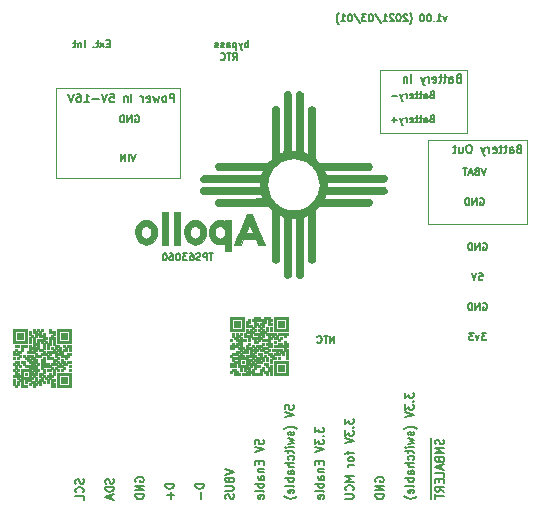
<source format=gbr>
G04 #@! TF.GenerationSoftware,KiCad,Pcbnew,(5.1.8)-1*
G04 #@! TF.CreationDate,2021-03-08T18:17:58+01:00*
G04 #@! TF.ProjectId,SuperPower-uC-KiCad,53757065-7250-46f7-9765-722d75432d4b,rev?*
G04 #@! TF.SameCoordinates,Original*
G04 #@! TF.FileFunction,Legend,Bot*
G04 #@! TF.FilePolarity,Positive*
%FSLAX46Y46*%
G04 Gerber Fmt 4.6, Leading zero omitted, Abs format (unit mm)*
G04 Created by KiCad (PCBNEW (5.1.8)-1) date 2021-03-08 18:17:58*
%MOMM*%
%LPD*%
G01*
G04 APERTURE LIST*
%ADD10C,0.150000*%
%ADD11C,0.175000*%
%ADD12C,0.120000*%
%ADD13C,0.010000*%
G04 APERTURE END LIST*
D10*
X136524714Y-96436428D02*
X136181857Y-96436428D01*
X136353285Y-97036428D02*
X136353285Y-96436428D01*
X135981857Y-97036428D02*
X135981857Y-96436428D01*
X135753285Y-96436428D01*
X135696142Y-96465000D01*
X135667571Y-96493571D01*
X135639000Y-96550714D01*
X135639000Y-96636428D01*
X135667571Y-96693571D01*
X135696142Y-96722142D01*
X135753285Y-96750714D01*
X135981857Y-96750714D01*
X135410428Y-97007857D02*
X135324714Y-97036428D01*
X135181857Y-97036428D01*
X135124714Y-97007857D01*
X135096142Y-96979285D01*
X135067571Y-96922142D01*
X135067571Y-96865000D01*
X135096142Y-96807857D01*
X135124714Y-96779285D01*
X135181857Y-96750714D01*
X135296142Y-96722142D01*
X135353285Y-96693571D01*
X135381857Y-96665000D01*
X135410428Y-96607857D01*
X135410428Y-96550714D01*
X135381857Y-96493571D01*
X135353285Y-96465000D01*
X135296142Y-96436428D01*
X135153285Y-96436428D01*
X135067571Y-96465000D01*
X134553285Y-96436428D02*
X134667571Y-96436428D01*
X134724714Y-96465000D01*
X134753285Y-96493571D01*
X134810428Y-96579285D01*
X134839000Y-96693571D01*
X134839000Y-96922142D01*
X134810428Y-96979285D01*
X134781857Y-97007857D01*
X134724714Y-97036428D01*
X134610428Y-97036428D01*
X134553285Y-97007857D01*
X134524714Y-96979285D01*
X134496142Y-96922142D01*
X134496142Y-96779285D01*
X134524714Y-96722142D01*
X134553285Y-96693571D01*
X134610428Y-96665000D01*
X134724714Y-96665000D01*
X134781857Y-96693571D01*
X134810428Y-96722142D01*
X134839000Y-96779285D01*
X134296142Y-96436428D02*
X133924714Y-96436428D01*
X134124714Y-96665000D01*
X134039000Y-96665000D01*
X133981857Y-96693571D01*
X133953285Y-96722142D01*
X133924714Y-96779285D01*
X133924714Y-96922142D01*
X133953285Y-96979285D01*
X133981857Y-97007857D01*
X134039000Y-97036428D01*
X134210428Y-97036428D01*
X134267571Y-97007857D01*
X134296142Y-96979285D01*
X133553285Y-96436428D02*
X133496142Y-96436428D01*
X133439000Y-96465000D01*
X133410428Y-96493571D01*
X133381857Y-96550714D01*
X133353285Y-96665000D01*
X133353285Y-96807857D01*
X133381857Y-96922142D01*
X133410428Y-96979285D01*
X133439000Y-97007857D01*
X133496142Y-97036428D01*
X133553285Y-97036428D01*
X133610428Y-97007857D01*
X133639000Y-96979285D01*
X133667571Y-96922142D01*
X133696142Y-96807857D01*
X133696142Y-96665000D01*
X133667571Y-96550714D01*
X133639000Y-96493571D01*
X133610428Y-96465000D01*
X133553285Y-96436428D01*
X132839000Y-96436428D02*
X132953285Y-96436428D01*
X133010428Y-96465000D01*
X133039000Y-96493571D01*
X133096142Y-96579285D01*
X133124714Y-96693571D01*
X133124714Y-96922142D01*
X133096142Y-96979285D01*
X133067571Y-97007857D01*
X133010428Y-97036428D01*
X132896142Y-97036428D01*
X132839000Y-97007857D01*
X132810428Y-96979285D01*
X132781857Y-96922142D01*
X132781857Y-96779285D01*
X132810428Y-96722142D01*
X132839000Y-96693571D01*
X132896142Y-96665000D01*
X133010428Y-96665000D01*
X133067571Y-96693571D01*
X133096142Y-96722142D01*
X133124714Y-96779285D01*
X132410428Y-96436428D02*
X132353285Y-96436428D01*
X132296142Y-96465000D01*
X132267571Y-96493571D01*
X132239000Y-96550714D01*
X132210428Y-96665000D01*
X132210428Y-96807857D01*
X132239000Y-96922142D01*
X132267571Y-96979285D01*
X132296142Y-97007857D01*
X132353285Y-97036428D01*
X132410428Y-97036428D01*
X132467571Y-97007857D01*
X132496142Y-96979285D01*
X132524714Y-96922142D01*
X132553285Y-96807857D01*
X132553285Y-96665000D01*
X132524714Y-96550714D01*
X132496142Y-96493571D01*
X132467571Y-96465000D01*
X132410428Y-96436428D01*
X146750000Y-104030428D02*
X146750000Y-103430428D01*
X146407142Y-104030428D01*
X146407142Y-103430428D01*
X146207142Y-103430428D02*
X145864285Y-103430428D01*
X146035714Y-104030428D02*
X146035714Y-103430428D01*
X145321428Y-103973285D02*
X145350000Y-104001857D01*
X145435714Y-104030428D01*
X145492857Y-104030428D01*
X145578571Y-104001857D01*
X145635714Y-103944714D01*
X145664285Y-103887571D01*
X145692857Y-103773285D01*
X145692857Y-103687571D01*
X145664285Y-103573285D01*
X145635714Y-103516142D01*
X145578571Y-103459000D01*
X145492857Y-103430428D01*
X145435714Y-103430428D01*
X145350000Y-103459000D01*
X145321428Y-103487571D01*
X139453285Y-79011428D02*
X139453285Y-78411428D01*
X139453285Y-78640000D02*
X139396142Y-78611428D01*
X139281857Y-78611428D01*
X139224714Y-78640000D01*
X139196142Y-78668571D01*
X139167571Y-78725714D01*
X139167571Y-78897142D01*
X139196142Y-78954285D01*
X139224714Y-78982857D01*
X139281857Y-79011428D01*
X139396142Y-79011428D01*
X139453285Y-78982857D01*
X138967571Y-78611428D02*
X138824714Y-79011428D01*
X138681857Y-78611428D02*
X138824714Y-79011428D01*
X138881857Y-79154285D01*
X138910428Y-79182857D01*
X138967571Y-79211428D01*
X138453285Y-78611428D02*
X138453285Y-79211428D01*
X138453285Y-78640000D02*
X138396142Y-78611428D01*
X138281857Y-78611428D01*
X138224714Y-78640000D01*
X138196142Y-78668571D01*
X138167571Y-78725714D01*
X138167571Y-78897142D01*
X138196142Y-78954285D01*
X138224714Y-78982857D01*
X138281857Y-79011428D01*
X138396142Y-79011428D01*
X138453285Y-78982857D01*
X137653285Y-79011428D02*
X137653285Y-78697142D01*
X137681857Y-78640000D01*
X137739000Y-78611428D01*
X137853285Y-78611428D01*
X137910428Y-78640000D01*
X137653285Y-78982857D02*
X137710428Y-79011428D01*
X137853285Y-79011428D01*
X137910428Y-78982857D01*
X137939000Y-78925714D01*
X137939000Y-78868571D01*
X137910428Y-78811428D01*
X137853285Y-78782857D01*
X137710428Y-78782857D01*
X137653285Y-78754285D01*
X137396142Y-78982857D02*
X137339000Y-79011428D01*
X137224714Y-79011428D01*
X137167571Y-78982857D01*
X137139000Y-78925714D01*
X137139000Y-78897142D01*
X137167571Y-78840000D01*
X137224714Y-78811428D01*
X137310428Y-78811428D01*
X137367571Y-78782857D01*
X137396142Y-78725714D01*
X137396142Y-78697142D01*
X137367571Y-78640000D01*
X137310428Y-78611428D01*
X137224714Y-78611428D01*
X137167571Y-78640000D01*
X136910428Y-78982857D02*
X136853285Y-79011428D01*
X136739000Y-79011428D01*
X136681857Y-78982857D01*
X136653285Y-78925714D01*
X136653285Y-78897142D01*
X136681857Y-78840000D01*
X136739000Y-78811428D01*
X136824714Y-78811428D01*
X136881857Y-78782857D01*
X136910428Y-78725714D01*
X136910428Y-78697142D01*
X136881857Y-78640000D01*
X136824714Y-78611428D01*
X136739000Y-78611428D01*
X136681857Y-78640000D01*
X138181857Y-80061428D02*
X138381857Y-79775714D01*
X138524714Y-80061428D02*
X138524714Y-79461428D01*
X138296142Y-79461428D01*
X138239000Y-79490000D01*
X138210428Y-79518571D01*
X138181857Y-79575714D01*
X138181857Y-79661428D01*
X138210428Y-79718571D01*
X138239000Y-79747142D01*
X138296142Y-79775714D01*
X138524714Y-79775714D01*
X138010428Y-79461428D02*
X137667571Y-79461428D01*
X137839000Y-80061428D02*
X137839000Y-79461428D01*
X137124714Y-80004285D02*
X137153285Y-80032857D01*
X137239000Y-80061428D01*
X137296142Y-80061428D01*
X137381857Y-80032857D01*
X137439000Y-79975714D01*
X137467571Y-79918571D01*
X137496142Y-79804285D01*
X137496142Y-79718571D01*
X137467571Y-79604285D01*
X137439000Y-79547142D01*
X137381857Y-79490000D01*
X137296142Y-79461428D01*
X137239000Y-79461428D01*
X137153285Y-79490000D01*
X137124714Y-79518571D01*
X127738000Y-78697142D02*
X127538000Y-78697142D01*
X127452285Y-79011428D02*
X127738000Y-79011428D01*
X127738000Y-78411428D01*
X127452285Y-78411428D01*
X127252285Y-79011428D02*
X126938000Y-78611428D01*
X127252285Y-78611428D02*
X126938000Y-79011428D01*
X126795142Y-78611428D02*
X126566571Y-78611428D01*
X126709428Y-78411428D02*
X126709428Y-78925714D01*
X126680857Y-78982857D01*
X126623714Y-79011428D01*
X126566571Y-79011428D01*
X126366571Y-78954285D02*
X126338000Y-78982857D01*
X126366571Y-79011428D01*
X126395142Y-78982857D01*
X126366571Y-78954285D01*
X126366571Y-79011428D01*
X125623714Y-79011428D02*
X125623714Y-78411428D01*
X125338000Y-78611428D02*
X125338000Y-79011428D01*
X125338000Y-78668571D02*
X125309428Y-78640000D01*
X125252285Y-78611428D01*
X125166571Y-78611428D01*
X125109428Y-78640000D01*
X125080857Y-78697142D01*
X125080857Y-79011428D01*
X124880857Y-78611428D02*
X124652285Y-78611428D01*
X124795142Y-78411428D02*
X124795142Y-78925714D01*
X124766571Y-78982857D01*
X124709428Y-79011428D01*
X124652285Y-79011428D01*
X159591285Y-103176428D02*
X159219857Y-103176428D01*
X159419857Y-103405000D01*
X159334142Y-103405000D01*
X159277000Y-103433571D01*
X159248428Y-103462142D01*
X159219857Y-103519285D01*
X159219857Y-103662142D01*
X159248428Y-103719285D01*
X159277000Y-103747857D01*
X159334142Y-103776428D01*
X159505571Y-103776428D01*
X159562714Y-103747857D01*
X159591285Y-103719285D01*
X159019857Y-103376428D02*
X158877000Y-103776428D01*
X158734142Y-103376428D01*
X158562714Y-103176428D02*
X158191285Y-103176428D01*
X158391285Y-103405000D01*
X158305571Y-103405000D01*
X158248428Y-103433571D01*
X158219857Y-103462142D01*
X158191285Y-103519285D01*
X158191285Y-103662142D01*
X158219857Y-103719285D01*
X158248428Y-103747857D01*
X158305571Y-103776428D01*
X158477000Y-103776428D01*
X158534142Y-103747857D01*
X158562714Y-103719285D01*
X158991285Y-98096428D02*
X159277000Y-98096428D01*
X159305571Y-98382142D01*
X159277000Y-98353571D01*
X159219857Y-98325000D01*
X159077000Y-98325000D01*
X159019857Y-98353571D01*
X158991285Y-98382142D01*
X158962714Y-98439285D01*
X158962714Y-98582142D01*
X158991285Y-98639285D01*
X159019857Y-98667857D01*
X159077000Y-98696428D01*
X159219857Y-98696428D01*
X159277000Y-98667857D01*
X159305571Y-98639285D01*
X158791285Y-98096428D02*
X158591285Y-98696428D01*
X158391285Y-98096428D01*
X159334142Y-100665000D02*
X159391285Y-100636428D01*
X159477000Y-100636428D01*
X159562714Y-100665000D01*
X159619857Y-100722142D01*
X159648428Y-100779285D01*
X159677000Y-100893571D01*
X159677000Y-100979285D01*
X159648428Y-101093571D01*
X159619857Y-101150714D01*
X159562714Y-101207857D01*
X159477000Y-101236428D01*
X159419857Y-101236428D01*
X159334142Y-101207857D01*
X159305571Y-101179285D01*
X159305571Y-100979285D01*
X159419857Y-100979285D01*
X159048428Y-101236428D02*
X159048428Y-100636428D01*
X158705571Y-101236428D01*
X158705571Y-100636428D01*
X158419857Y-101236428D02*
X158419857Y-100636428D01*
X158277000Y-100636428D01*
X158191285Y-100665000D01*
X158134142Y-100722142D01*
X158105571Y-100779285D01*
X158077000Y-100893571D01*
X158077000Y-100979285D01*
X158105571Y-101093571D01*
X158134142Y-101150714D01*
X158191285Y-101207857D01*
X158277000Y-101236428D01*
X158419857Y-101236428D01*
X159334142Y-95585000D02*
X159391285Y-95556428D01*
X159477000Y-95556428D01*
X159562714Y-95585000D01*
X159619857Y-95642142D01*
X159648428Y-95699285D01*
X159677000Y-95813571D01*
X159677000Y-95899285D01*
X159648428Y-96013571D01*
X159619857Y-96070714D01*
X159562714Y-96127857D01*
X159477000Y-96156428D01*
X159419857Y-96156428D01*
X159334142Y-96127857D01*
X159305571Y-96099285D01*
X159305571Y-95899285D01*
X159419857Y-95899285D01*
X159048428Y-96156428D02*
X159048428Y-95556428D01*
X158705571Y-96156428D01*
X158705571Y-95556428D01*
X158419857Y-96156428D02*
X158419857Y-95556428D01*
X158277000Y-95556428D01*
X158191285Y-95585000D01*
X158134142Y-95642142D01*
X158105571Y-95699285D01*
X158077000Y-95813571D01*
X158077000Y-95899285D01*
X158105571Y-96013571D01*
X158134142Y-96070714D01*
X158191285Y-96127857D01*
X158277000Y-96156428D01*
X158419857Y-96156428D01*
X156274714Y-76386428D02*
X156131857Y-76786428D01*
X155989000Y-76386428D01*
X155446142Y-76786428D02*
X155789000Y-76786428D01*
X155617571Y-76786428D02*
X155617571Y-76186428D01*
X155674714Y-76272142D01*
X155731857Y-76329285D01*
X155789000Y-76357857D01*
X155189000Y-76729285D02*
X155160428Y-76757857D01*
X155189000Y-76786428D01*
X155217571Y-76757857D01*
X155189000Y-76729285D01*
X155189000Y-76786428D01*
X154789000Y-76186428D02*
X154731857Y-76186428D01*
X154674714Y-76215000D01*
X154646142Y-76243571D01*
X154617571Y-76300714D01*
X154589000Y-76415000D01*
X154589000Y-76557857D01*
X154617571Y-76672142D01*
X154646142Y-76729285D01*
X154674714Y-76757857D01*
X154731857Y-76786428D01*
X154789000Y-76786428D01*
X154846142Y-76757857D01*
X154874714Y-76729285D01*
X154903285Y-76672142D01*
X154931857Y-76557857D01*
X154931857Y-76415000D01*
X154903285Y-76300714D01*
X154874714Y-76243571D01*
X154846142Y-76215000D01*
X154789000Y-76186428D01*
X154217571Y-76186428D02*
X154160428Y-76186428D01*
X154103285Y-76215000D01*
X154074714Y-76243571D01*
X154046142Y-76300714D01*
X154017571Y-76415000D01*
X154017571Y-76557857D01*
X154046142Y-76672142D01*
X154074714Y-76729285D01*
X154103285Y-76757857D01*
X154160428Y-76786428D01*
X154217571Y-76786428D01*
X154274714Y-76757857D01*
X154303285Y-76729285D01*
X154331857Y-76672142D01*
X154360428Y-76557857D01*
X154360428Y-76415000D01*
X154331857Y-76300714D01*
X154303285Y-76243571D01*
X154274714Y-76215000D01*
X154217571Y-76186428D01*
X153131857Y-77015000D02*
X153160428Y-76986428D01*
X153217571Y-76900714D01*
X153246142Y-76843571D01*
X153274714Y-76757857D01*
X153303285Y-76615000D01*
X153303285Y-76500714D01*
X153274714Y-76357857D01*
X153246142Y-76272142D01*
X153217571Y-76215000D01*
X153160428Y-76129285D01*
X153131857Y-76100714D01*
X152931857Y-76243571D02*
X152903285Y-76215000D01*
X152846142Y-76186428D01*
X152703285Y-76186428D01*
X152646142Y-76215000D01*
X152617571Y-76243571D01*
X152589000Y-76300714D01*
X152589000Y-76357857D01*
X152617571Y-76443571D01*
X152960428Y-76786428D01*
X152589000Y-76786428D01*
X152217571Y-76186428D02*
X152160428Y-76186428D01*
X152103285Y-76215000D01*
X152074714Y-76243571D01*
X152046142Y-76300714D01*
X152017571Y-76415000D01*
X152017571Y-76557857D01*
X152046142Y-76672142D01*
X152074714Y-76729285D01*
X152103285Y-76757857D01*
X152160428Y-76786428D01*
X152217571Y-76786428D01*
X152274714Y-76757857D01*
X152303285Y-76729285D01*
X152331857Y-76672142D01*
X152360428Y-76557857D01*
X152360428Y-76415000D01*
X152331857Y-76300714D01*
X152303285Y-76243571D01*
X152274714Y-76215000D01*
X152217571Y-76186428D01*
X151789000Y-76243571D02*
X151760428Y-76215000D01*
X151703285Y-76186428D01*
X151560428Y-76186428D01*
X151503285Y-76215000D01*
X151474714Y-76243571D01*
X151446142Y-76300714D01*
X151446142Y-76357857D01*
X151474714Y-76443571D01*
X151817571Y-76786428D01*
X151446142Y-76786428D01*
X150874714Y-76786428D02*
X151217571Y-76786428D01*
X151046142Y-76786428D02*
X151046142Y-76186428D01*
X151103285Y-76272142D01*
X151160428Y-76329285D01*
X151217571Y-76357857D01*
X150189000Y-76157857D02*
X150703285Y-76929285D01*
X149874714Y-76186428D02*
X149817571Y-76186428D01*
X149760428Y-76215000D01*
X149731857Y-76243571D01*
X149703285Y-76300714D01*
X149674714Y-76415000D01*
X149674714Y-76557857D01*
X149703285Y-76672142D01*
X149731857Y-76729285D01*
X149760428Y-76757857D01*
X149817571Y-76786428D01*
X149874714Y-76786428D01*
X149931857Y-76757857D01*
X149960428Y-76729285D01*
X149989000Y-76672142D01*
X150017571Y-76557857D01*
X150017571Y-76415000D01*
X149989000Y-76300714D01*
X149960428Y-76243571D01*
X149931857Y-76215000D01*
X149874714Y-76186428D01*
X149474714Y-76186428D02*
X149103285Y-76186428D01*
X149303285Y-76415000D01*
X149217571Y-76415000D01*
X149160428Y-76443571D01*
X149131857Y-76472142D01*
X149103285Y-76529285D01*
X149103285Y-76672142D01*
X149131857Y-76729285D01*
X149160428Y-76757857D01*
X149217571Y-76786428D01*
X149389000Y-76786428D01*
X149446142Y-76757857D01*
X149474714Y-76729285D01*
X148417571Y-76157857D02*
X148931857Y-76929285D01*
X148103285Y-76186428D02*
X148046142Y-76186428D01*
X147989000Y-76215000D01*
X147960428Y-76243571D01*
X147931857Y-76300714D01*
X147903285Y-76415000D01*
X147903285Y-76557857D01*
X147931857Y-76672142D01*
X147960428Y-76729285D01*
X147989000Y-76757857D01*
X148046142Y-76786428D01*
X148103285Y-76786428D01*
X148160428Y-76757857D01*
X148189000Y-76729285D01*
X148217571Y-76672142D01*
X148246142Y-76557857D01*
X148246142Y-76415000D01*
X148217571Y-76300714D01*
X148189000Y-76243571D01*
X148160428Y-76215000D01*
X148103285Y-76186428D01*
X147331857Y-76786428D02*
X147674714Y-76786428D01*
X147503285Y-76786428D02*
X147503285Y-76186428D01*
X147560428Y-76272142D01*
X147617571Y-76329285D01*
X147674714Y-76357857D01*
X147131857Y-77015000D02*
X147103285Y-76986428D01*
X147046142Y-76900714D01*
X147017571Y-76843571D01*
X146989000Y-76757857D01*
X146960428Y-76615000D01*
X146960428Y-76500714D01*
X146989000Y-76357857D01*
X147017571Y-76272142D01*
X147046142Y-76215000D01*
X147103285Y-76129285D01*
X147131857Y-76100714D01*
X129943142Y-88063428D02*
X129743142Y-88663428D01*
X129543142Y-88063428D01*
X129343142Y-88663428D02*
X129343142Y-88063428D01*
X129057428Y-88663428D02*
X129057428Y-88063428D01*
X128714571Y-88663428D01*
X128714571Y-88063428D01*
X129870142Y-84790000D02*
X129927285Y-84761428D01*
X130013000Y-84761428D01*
X130098714Y-84790000D01*
X130155857Y-84847142D01*
X130184428Y-84904285D01*
X130213000Y-85018571D01*
X130213000Y-85104285D01*
X130184428Y-85218571D01*
X130155857Y-85275714D01*
X130098714Y-85332857D01*
X130013000Y-85361428D01*
X129955857Y-85361428D01*
X129870142Y-85332857D01*
X129841571Y-85304285D01*
X129841571Y-85104285D01*
X129955857Y-85104285D01*
X129584428Y-85361428D02*
X129584428Y-84761428D01*
X129241571Y-85361428D01*
X129241571Y-84761428D01*
X128955857Y-85361428D02*
X128955857Y-84761428D01*
X128813000Y-84761428D01*
X128727285Y-84790000D01*
X128670142Y-84847142D01*
X128641571Y-84904285D01*
X128613000Y-85018571D01*
X128613000Y-85104285D01*
X128641571Y-85218571D01*
X128670142Y-85275714D01*
X128727285Y-85332857D01*
X128813000Y-85361428D01*
X128955857Y-85361428D01*
D11*
X157267000Y-81611000D02*
X157167000Y-81644333D01*
X157133666Y-81677666D01*
X157100333Y-81744333D01*
X157100333Y-81844333D01*
X157133666Y-81911000D01*
X157167000Y-81944333D01*
X157233666Y-81977666D01*
X157500333Y-81977666D01*
X157500333Y-81277666D01*
X157267000Y-81277666D01*
X157200333Y-81311000D01*
X157167000Y-81344333D01*
X157133666Y-81411000D01*
X157133666Y-81477666D01*
X157167000Y-81544333D01*
X157200333Y-81577666D01*
X157267000Y-81611000D01*
X157500333Y-81611000D01*
X156500333Y-81977666D02*
X156500333Y-81611000D01*
X156533666Y-81544333D01*
X156600333Y-81511000D01*
X156733666Y-81511000D01*
X156800333Y-81544333D01*
X156500333Y-81944333D02*
X156567000Y-81977666D01*
X156733666Y-81977666D01*
X156800333Y-81944333D01*
X156833666Y-81877666D01*
X156833666Y-81811000D01*
X156800333Y-81744333D01*
X156733666Y-81711000D01*
X156567000Y-81711000D01*
X156500333Y-81677666D01*
X156267000Y-81511000D02*
X156000333Y-81511000D01*
X156167000Y-81277666D02*
X156167000Y-81877666D01*
X156133666Y-81944333D01*
X156067000Y-81977666D01*
X156000333Y-81977666D01*
X155867000Y-81511000D02*
X155600333Y-81511000D01*
X155767000Y-81277666D02*
X155767000Y-81877666D01*
X155733666Y-81944333D01*
X155667000Y-81977666D01*
X155600333Y-81977666D01*
X155100333Y-81944333D02*
X155167000Y-81977666D01*
X155300333Y-81977666D01*
X155367000Y-81944333D01*
X155400333Y-81877666D01*
X155400333Y-81611000D01*
X155367000Y-81544333D01*
X155300333Y-81511000D01*
X155167000Y-81511000D01*
X155100333Y-81544333D01*
X155067000Y-81611000D01*
X155067000Y-81677666D01*
X155400333Y-81744333D01*
X154767000Y-81977666D02*
X154767000Y-81511000D01*
X154767000Y-81644333D02*
X154733666Y-81577666D01*
X154700333Y-81544333D01*
X154633666Y-81511000D01*
X154567000Y-81511000D01*
X154400333Y-81511000D02*
X154233666Y-81977666D01*
X154067000Y-81511000D02*
X154233666Y-81977666D01*
X154300333Y-82144333D01*
X154333666Y-82177666D01*
X154400333Y-82211000D01*
X153267000Y-81977666D02*
X153267000Y-81277666D01*
X152933666Y-81511000D02*
X152933666Y-81977666D01*
X152933666Y-81577666D02*
X152900333Y-81544333D01*
X152833666Y-81511000D01*
X152733666Y-81511000D01*
X152667000Y-81544333D01*
X152633666Y-81611000D01*
X152633666Y-81977666D01*
D12*
X150622000Y-80899000D02*
X157988000Y-80899000D01*
X163068000Y-93980000D02*
X154686000Y-93980000D01*
D11*
X162366000Y-87580000D02*
X162266000Y-87613333D01*
X162232666Y-87646666D01*
X162199333Y-87713333D01*
X162199333Y-87813333D01*
X162232666Y-87880000D01*
X162266000Y-87913333D01*
X162332666Y-87946666D01*
X162599333Y-87946666D01*
X162599333Y-87246666D01*
X162366000Y-87246666D01*
X162299333Y-87280000D01*
X162266000Y-87313333D01*
X162232666Y-87380000D01*
X162232666Y-87446666D01*
X162266000Y-87513333D01*
X162299333Y-87546666D01*
X162366000Y-87580000D01*
X162599333Y-87580000D01*
X161599333Y-87946666D02*
X161599333Y-87580000D01*
X161632666Y-87513333D01*
X161699333Y-87480000D01*
X161832666Y-87480000D01*
X161899333Y-87513333D01*
X161599333Y-87913333D02*
X161666000Y-87946666D01*
X161832666Y-87946666D01*
X161899333Y-87913333D01*
X161932666Y-87846666D01*
X161932666Y-87780000D01*
X161899333Y-87713333D01*
X161832666Y-87680000D01*
X161666000Y-87680000D01*
X161599333Y-87646666D01*
X161366000Y-87480000D02*
X161099333Y-87480000D01*
X161266000Y-87246666D02*
X161266000Y-87846666D01*
X161232666Y-87913333D01*
X161166000Y-87946666D01*
X161099333Y-87946666D01*
X160966000Y-87480000D02*
X160699333Y-87480000D01*
X160866000Y-87246666D02*
X160866000Y-87846666D01*
X160832666Y-87913333D01*
X160766000Y-87946666D01*
X160699333Y-87946666D01*
X160199333Y-87913333D02*
X160266000Y-87946666D01*
X160399333Y-87946666D01*
X160466000Y-87913333D01*
X160499333Y-87846666D01*
X160499333Y-87580000D01*
X160466000Y-87513333D01*
X160399333Y-87480000D01*
X160266000Y-87480000D01*
X160199333Y-87513333D01*
X160166000Y-87580000D01*
X160166000Y-87646666D01*
X160499333Y-87713333D01*
X159866000Y-87946666D02*
X159866000Y-87480000D01*
X159866000Y-87613333D02*
X159832666Y-87546666D01*
X159799333Y-87513333D01*
X159732666Y-87480000D01*
X159666000Y-87480000D01*
X159499333Y-87480000D02*
X159332666Y-87946666D01*
X159166000Y-87480000D02*
X159332666Y-87946666D01*
X159399333Y-88113333D01*
X159432666Y-88146666D01*
X159499333Y-88180000D01*
X158232666Y-87246666D02*
X158099333Y-87246666D01*
X158032666Y-87280000D01*
X157966000Y-87346666D01*
X157932666Y-87480000D01*
X157932666Y-87713333D01*
X157966000Y-87846666D01*
X158032666Y-87913333D01*
X158099333Y-87946666D01*
X158232666Y-87946666D01*
X158299333Y-87913333D01*
X158366000Y-87846666D01*
X158399333Y-87713333D01*
X158399333Y-87480000D01*
X158366000Y-87346666D01*
X158299333Y-87280000D01*
X158232666Y-87246666D01*
X157332666Y-87480000D02*
X157332666Y-87946666D01*
X157632666Y-87480000D02*
X157632666Y-87846666D01*
X157599333Y-87913333D01*
X157532666Y-87946666D01*
X157432666Y-87946666D01*
X157366000Y-87913333D01*
X157332666Y-87880000D01*
X157099333Y-87480000D02*
X156832666Y-87480000D01*
X156999333Y-87246666D02*
X156999333Y-87846666D01*
X156966000Y-87913333D01*
X156899333Y-87946666D01*
X156832666Y-87946666D01*
D12*
X133731000Y-90043000D02*
X133731000Y-82423000D01*
X123190000Y-90043000D02*
X133731000Y-90043000D01*
X123190000Y-82423000D02*
X123190000Y-90043000D01*
X133731000Y-82423000D02*
X123190000Y-82423000D01*
D11*
X129952000Y-115770095D02*
X129918666Y-115703429D01*
X129918666Y-115603429D01*
X129952000Y-115503429D01*
X130018666Y-115436762D01*
X130085333Y-115403429D01*
X130218666Y-115370095D01*
X130318666Y-115370095D01*
X130452000Y-115403429D01*
X130518666Y-115436762D01*
X130585333Y-115503429D01*
X130618666Y-115603429D01*
X130618666Y-115670095D01*
X130585333Y-115770095D01*
X130552000Y-115803429D01*
X130318666Y-115803429D01*
X130318666Y-115670095D01*
X130618666Y-116103429D02*
X129918666Y-116103429D01*
X130618666Y-116503429D01*
X129918666Y-116503429D01*
X130618666Y-116836762D02*
X129918666Y-116836762D01*
X129918666Y-117003429D01*
X129952000Y-117103429D01*
X130018666Y-117170095D01*
X130085333Y-117203429D01*
X130218666Y-117236762D01*
X130318666Y-117236762D01*
X130452000Y-117203429D01*
X130518666Y-117170095D01*
X130585333Y-117103429D01*
X130618666Y-117003429D01*
X130618666Y-116836762D01*
D12*
X157988000Y-86233000D02*
X150622000Y-86233000D01*
X157988000Y-80899000D02*
X157988000Y-86233000D01*
X150622000Y-86233000D02*
X150622000Y-80899000D01*
X163068000Y-93980000D02*
X163068000Y-86868000D01*
X154686000Y-86868000D02*
X154686000Y-93980000D01*
X163068000Y-86868000D02*
X154686000Y-86868000D01*
D11*
X133211333Y-83628666D02*
X133211333Y-82928666D01*
X132944666Y-82928666D01*
X132878000Y-82962000D01*
X132844666Y-82995333D01*
X132811333Y-83062000D01*
X132811333Y-83162000D01*
X132844666Y-83228666D01*
X132878000Y-83262000D01*
X132944666Y-83295333D01*
X133211333Y-83295333D01*
X132411333Y-83628666D02*
X132478000Y-83595333D01*
X132511333Y-83562000D01*
X132544666Y-83495333D01*
X132544666Y-83295333D01*
X132511333Y-83228666D01*
X132478000Y-83195333D01*
X132411333Y-83162000D01*
X132311333Y-83162000D01*
X132244666Y-83195333D01*
X132211333Y-83228666D01*
X132178000Y-83295333D01*
X132178000Y-83495333D01*
X132211333Y-83562000D01*
X132244666Y-83595333D01*
X132311333Y-83628666D01*
X132411333Y-83628666D01*
X131944666Y-83162000D02*
X131811333Y-83628666D01*
X131678000Y-83295333D01*
X131544666Y-83628666D01*
X131411333Y-83162000D01*
X130878000Y-83595333D02*
X130944666Y-83628666D01*
X131078000Y-83628666D01*
X131144666Y-83595333D01*
X131178000Y-83528666D01*
X131178000Y-83262000D01*
X131144666Y-83195333D01*
X131078000Y-83162000D01*
X130944666Y-83162000D01*
X130878000Y-83195333D01*
X130844666Y-83262000D01*
X130844666Y-83328666D01*
X131178000Y-83395333D01*
X130544666Y-83628666D02*
X130544666Y-83162000D01*
X130544666Y-83295333D02*
X130511333Y-83228666D01*
X130478000Y-83195333D01*
X130411333Y-83162000D01*
X130344666Y-83162000D01*
X129578000Y-83628666D02*
X129578000Y-82928666D01*
X129244666Y-83162000D02*
X129244666Y-83628666D01*
X129244666Y-83228666D02*
X129211333Y-83195333D01*
X129144666Y-83162000D01*
X129044666Y-83162000D01*
X128978000Y-83195333D01*
X128944666Y-83262000D01*
X128944666Y-83628666D01*
X127744666Y-82928666D02*
X128078000Y-82928666D01*
X128111333Y-83262000D01*
X128078000Y-83228666D01*
X128011333Y-83195333D01*
X127844666Y-83195333D01*
X127778000Y-83228666D01*
X127744666Y-83262000D01*
X127711333Y-83328666D01*
X127711333Y-83495333D01*
X127744666Y-83562000D01*
X127778000Y-83595333D01*
X127844666Y-83628666D01*
X128011333Y-83628666D01*
X128078000Y-83595333D01*
X128111333Y-83562000D01*
X127511333Y-82928666D02*
X127278000Y-83628666D01*
X127044666Y-82928666D01*
X126811333Y-83362000D02*
X126278000Y-83362000D01*
X125578000Y-83628666D02*
X125978000Y-83628666D01*
X125778000Y-83628666D02*
X125778000Y-82928666D01*
X125844666Y-83028666D01*
X125911333Y-83095333D01*
X125978000Y-83128666D01*
X124978000Y-82928666D02*
X125111333Y-82928666D01*
X125178000Y-82962000D01*
X125211333Y-82995333D01*
X125278000Y-83095333D01*
X125311333Y-83228666D01*
X125311333Y-83495333D01*
X125278000Y-83562000D01*
X125244666Y-83595333D01*
X125178000Y-83628666D01*
X125044666Y-83628666D01*
X124978000Y-83595333D01*
X124944666Y-83562000D01*
X124911333Y-83495333D01*
X124911333Y-83328666D01*
X124944666Y-83262000D01*
X124978000Y-83228666D01*
X125044666Y-83195333D01*
X125178000Y-83195333D01*
X125244666Y-83228666D01*
X125278000Y-83262000D01*
X125311333Y-83328666D01*
X124711333Y-82928666D02*
X124478000Y-83628666D01*
X124244666Y-82928666D01*
D10*
X159080142Y-91775000D02*
X159137285Y-91746428D01*
X159223000Y-91746428D01*
X159308714Y-91775000D01*
X159365857Y-91832142D01*
X159394428Y-91889285D01*
X159423000Y-92003571D01*
X159423000Y-92089285D01*
X159394428Y-92203571D01*
X159365857Y-92260714D01*
X159308714Y-92317857D01*
X159223000Y-92346428D01*
X159165857Y-92346428D01*
X159080142Y-92317857D01*
X159051571Y-92289285D01*
X159051571Y-92089285D01*
X159165857Y-92089285D01*
X158794428Y-92346428D02*
X158794428Y-91746428D01*
X158451571Y-92346428D01*
X158451571Y-91746428D01*
X158165857Y-92346428D02*
X158165857Y-91746428D01*
X158023000Y-91746428D01*
X157937285Y-91775000D01*
X157880142Y-91832142D01*
X157851571Y-91889285D01*
X157823000Y-92003571D01*
X157823000Y-92089285D01*
X157851571Y-92203571D01*
X157880142Y-92260714D01*
X157937285Y-92317857D01*
X158023000Y-92346428D01*
X158165857Y-92346428D01*
X159608714Y-89206428D02*
X159408714Y-89806428D01*
X159208714Y-89206428D01*
X158808714Y-89492142D02*
X158723000Y-89520714D01*
X158694428Y-89549285D01*
X158665857Y-89606428D01*
X158665857Y-89692142D01*
X158694428Y-89749285D01*
X158723000Y-89777857D01*
X158780142Y-89806428D01*
X159008714Y-89806428D01*
X159008714Y-89206428D01*
X158808714Y-89206428D01*
X158751571Y-89235000D01*
X158723000Y-89263571D01*
X158694428Y-89320714D01*
X158694428Y-89377857D01*
X158723000Y-89435000D01*
X158751571Y-89463571D01*
X158808714Y-89492142D01*
X159008714Y-89492142D01*
X158437285Y-89635000D02*
X158151571Y-89635000D01*
X158494428Y-89806428D02*
X158294428Y-89206428D01*
X158094428Y-89806428D01*
X157980142Y-89206428D02*
X157637285Y-89206428D01*
X157808714Y-89806428D02*
X157808714Y-89206428D01*
X155030285Y-83015142D02*
X154944571Y-83043714D01*
X154916000Y-83072285D01*
X154887428Y-83129428D01*
X154887428Y-83215142D01*
X154916000Y-83272285D01*
X154944571Y-83300857D01*
X155001714Y-83329428D01*
X155230285Y-83329428D01*
X155230285Y-82729428D01*
X155030285Y-82729428D01*
X154973142Y-82758000D01*
X154944571Y-82786571D01*
X154916000Y-82843714D01*
X154916000Y-82900857D01*
X154944571Y-82958000D01*
X154973142Y-82986571D01*
X155030285Y-83015142D01*
X155230285Y-83015142D01*
X154373142Y-83329428D02*
X154373142Y-83015142D01*
X154401714Y-82958000D01*
X154458857Y-82929428D01*
X154573142Y-82929428D01*
X154630285Y-82958000D01*
X154373142Y-83300857D02*
X154430285Y-83329428D01*
X154573142Y-83329428D01*
X154630285Y-83300857D01*
X154658857Y-83243714D01*
X154658857Y-83186571D01*
X154630285Y-83129428D01*
X154573142Y-83100857D01*
X154430285Y-83100857D01*
X154373142Y-83072285D01*
X154173142Y-82929428D02*
X153944571Y-82929428D01*
X154087428Y-82729428D02*
X154087428Y-83243714D01*
X154058857Y-83300857D01*
X154001714Y-83329428D01*
X153944571Y-83329428D01*
X153830285Y-82929428D02*
X153601714Y-82929428D01*
X153744571Y-82729428D02*
X153744571Y-83243714D01*
X153716000Y-83300857D01*
X153658857Y-83329428D01*
X153601714Y-83329428D01*
X153173142Y-83300857D02*
X153230285Y-83329428D01*
X153344571Y-83329428D01*
X153401714Y-83300857D01*
X153430285Y-83243714D01*
X153430285Y-83015142D01*
X153401714Y-82958000D01*
X153344571Y-82929428D01*
X153230285Y-82929428D01*
X153173142Y-82958000D01*
X153144571Y-83015142D01*
X153144571Y-83072285D01*
X153430285Y-83129428D01*
X152887428Y-83329428D02*
X152887428Y-82929428D01*
X152887428Y-83043714D02*
X152858857Y-82986571D01*
X152830285Y-82958000D01*
X152773142Y-82929428D01*
X152716000Y-82929428D01*
X152573142Y-82929428D02*
X152430285Y-83329428D01*
X152287428Y-82929428D02*
X152430285Y-83329428D01*
X152487428Y-83472285D01*
X152516000Y-83500857D01*
X152573142Y-83529428D01*
X152058857Y-83100857D02*
X151601714Y-83100857D01*
X155030285Y-85047142D02*
X154944571Y-85075714D01*
X154916000Y-85104285D01*
X154887428Y-85161428D01*
X154887428Y-85247142D01*
X154916000Y-85304285D01*
X154944571Y-85332857D01*
X155001714Y-85361428D01*
X155230285Y-85361428D01*
X155230285Y-84761428D01*
X155030285Y-84761428D01*
X154973142Y-84790000D01*
X154944571Y-84818571D01*
X154916000Y-84875714D01*
X154916000Y-84932857D01*
X154944571Y-84990000D01*
X154973142Y-85018571D01*
X155030285Y-85047142D01*
X155230285Y-85047142D01*
X154373142Y-85361428D02*
X154373142Y-85047142D01*
X154401714Y-84990000D01*
X154458857Y-84961428D01*
X154573142Y-84961428D01*
X154630285Y-84990000D01*
X154373142Y-85332857D02*
X154430285Y-85361428D01*
X154573142Y-85361428D01*
X154630285Y-85332857D01*
X154658857Y-85275714D01*
X154658857Y-85218571D01*
X154630285Y-85161428D01*
X154573142Y-85132857D01*
X154430285Y-85132857D01*
X154373142Y-85104285D01*
X154173142Y-84961428D02*
X153944571Y-84961428D01*
X154087428Y-84761428D02*
X154087428Y-85275714D01*
X154058857Y-85332857D01*
X154001714Y-85361428D01*
X153944571Y-85361428D01*
X153830285Y-84961428D02*
X153601714Y-84961428D01*
X153744571Y-84761428D02*
X153744571Y-85275714D01*
X153716000Y-85332857D01*
X153658857Y-85361428D01*
X153601714Y-85361428D01*
X153173142Y-85332857D02*
X153230285Y-85361428D01*
X153344571Y-85361428D01*
X153401714Y-85332857D01*
X153430285Y-85275714D01*
X153430285Y-85047142D01*
X153401714Y-84990000D01*
X153344571Y-84961428D01*
X153230285Y-84961428D01*
X153173142Y-84990000D01*
X153144571Y-85047142D01*
X153144571Y-85104285D01*
X153430285Y-85161428D01*
X152887428Y-85361428D02*
X152887428Y-84961428D01*
X152887428Y-85075714D02*
X152858857Y-85018571D01*
X152830285Y-84990000D01*
X152773142Y-84961428D01*
X152716000Y-84961428D01*
X152573142Y-84961428D02*
X152430285Y-85361428D01*
X152287428Y-84961428D02*
X152430285Y-85361428D01*
X152487428Y-85504285D01*
X152516000Y-85532857D01*
X152573142Y-85561428D01*
X152058857Y-85132857D02*
X151601714Y-85132857D01*
X151830285Y-85361428D02*
X151830285Y-84904285D01*
D11*
X125505333Y-115570095D02*
X125538666Y-115670095D01*
X125538666Y-115836762D01*
X125505333Y-115903429D01*
X125472000Y-115936762D01*
X125405333Y-115970095D01*
X125338666Y-115970095D01*
X125272000Y-115936762D01*
X125238666Y-115903429D01*
X125205333Y-115836762D01*
X125172000Y-115703429D01*
X125138666Y-115636762D01*
X125105333Y-115603429D01*
X125038666Y-115570095D01*
X124972000Y-115570095D01*
X124905333Y-115603429D01*
X124872000Y-115636762D01*
X124838666Y-115703429D01*
X124838666Y-115870095D01*
X124872000Y-115970095D01*
X125472000Y-116670095D02*
X125505333Y-116636762D01*
X125538666Y-116536762D01*
X125538666Y-116470095D01*
X125505333Y-116370095D01*
X125438666Y-116303429D01*
X125372000Y-116270095D01*
X125238666Y-116236762D01*
X125138666Y-116236762D01*
X125005333Y-116270095D01*
X124938666Y-116303429D01*
X124872000Y-116370095D01*
X124838666Y-116470095D01*
X124838666Y-116536762D01*
X124872000Y-116636762D01*
X124905333Y-116670095D01*
X125538666Y-117303429D02*
X125538666Y-116970095D01*
X124838666Y-116970095D01*
X128045333Y-115536762D02*
X128078666Y-115636762D01*
X128078666Y-115803428D01*
X128045333Y-115870095D01*
X128012000Y-115903428D01*
X127945333Y-115936762D01*
X127878666Y-115936762D01*
X127812000Y-115903428D01*
X127778666Y-115870095D01*
X127745333Y-115803428D01*
X127712000Y-115670095D01*
X127678666Y-115603428D01*
X127645333Y-115570095D01*
X127578666Y-115536762D01*
X127512000Y-115536762D01*
X127445333Y-115570095D01*
X127412000Y-115603428D01*
X127378666Y-115670095D01*
X127378666Y-115836762D01*
X127412000Y-115936762D01*
X128078666Y-116236762D02*
X127378666Y-116236762D01*
X127378666Y-116403428D01*
X127412000Y-116503428D01*
X127478666Y-116570095D01*
X127545333Y-116603428D01*
X127678666Y-116636762D01*
X127778666Y-116636762D01*
X127912000Y-116603428D01*
X127978666Y-116570095D01*
X128045333Y-116503428D01*
X128078666Y-116403428D01*
X128078666Y-116236762D01*
X127878666Y-116903428D02*
X127878666Y-117236762D01*
X128078666Y-116836762D02*
X127378666Y-117070095D01*
X128078666Y-117303428D01*
X154970500Y-112081000D02*
X154970500Y-112747666D01*
X155985333Y-112214333D02*
X156018666Y-112314333D01*
X156018666Y-112481000D01*
X155985333Y-112547666D01*
X155952000Y-112581000D01*
X155885333Y-112614333D01*
X155818666Y-112614333D01*
X155752000Y-112581000D01*
X155718666Y-112547666D01*
X155685333Y-112481000D01*
X155652000Y-112347666D01*
X155618666Y-112281000D01*
X155585333Y-112247666D01*
X155518666Y-112214333D01*
X155452000Y-112214333D01*
X155385333Y-112247666D01*
X155352000Y-112281000D01*
X155318666Y-112347666D01*
X155318666Y-112514333D01*
X155352000Y-112614333D01*
X154970500Y-112747666D02*
X154970500Y-113547666D01*
X156018666Y-112914333D02*
X155318666Y-112914333D01*
X155818666Y-113147666D01*
X155318666Y-113381000D01*
X156018666Y-113381000D01*
X154970500Y-113547666D02*
X154970500Y-114247666D01*
X155652000Y-113947666D02*
X155685333Y-114047666D01*
X155718666Y-114081000D01*
X155785333Y-114114333D01*
X155885333Y-114114333D01*
X155952000Y-114081000D01*
X155985333Y-114047666D01*
X156018666Y-113981000D01*
X156018666Y-113714333D01*
X155318666Y-113714333D01*
X155318666Y-113947666D01*
X155352000Y-114014333D01*
X155385333Y-114047666D01*
X155452000Y-114081000D01*
X155518666Y-114081000D01*
X155585333Y-114047666D01*
X155618666Y-114014333D01*
X155652000Y-113947666D01*
X155652000Y-113714333D01*
X154970500Y-114247666D02*
X154970500Y-114847666D01*
X155818666Y-114381000D02*
X155818666Y-114714333D01*
X156018666Y-114314333D02*
X155318666Y-114547666D01*
X156018666Y-114781000D01*
X154970500Y-114847666D02*
X154970500Y-115414333D01*
X156018666Y-115347666D02*
X156018666Y-115014333D01*
X155318666Y-115014333D01*
X154970500Y-115414333D02*
X154970500Y-116047666D01*
X155652000Y-115581000D02*
X155652000Y-115814333D01*
X156018666Y-115914333D02*
X156018666Y-115581000D01*
X155318666Y-115581000D01*
X155318666Y-115914333D01*
X154970500Y-116047666D02*
X154970500Y-116747666D01*
X156018666Y-116614333D02*
X155685333Y-116381000D01*
X156018666Y-116214333D02*
X155318666Y-116214333D01*
X155318666Y-116481000D01*
X155352000Y-116547666D01*
X155385333Y-116581000D01*
X155452000Y-116614333D01*
X155552000Y-116614333D01*
X155618666Y-116581000D01*
X155652000Y-116547666D01*
X155685333Y-116481000D01*
X155685333Y-116214333D01*
X154970500Y-116747666D02*
X154970500Y-117281000D01*
X155318666Y-116814333D02*
X155318666Y-117214333D01*
X156018666Y-117014333D02*
X155318666Y-117014333D01*
X133158666Y-115969333D02*
X132458666Y-115969333D01*
X132458666Y-116136000D01*
X132492000Y-116236000D01*
X132558666Y-116302666D01*
X132625333Y-116336000D01*
X132758666Y-116369333D01*
X132858666Y-116369333D01*
X132992000Y-116336000D01*
X133058666Y-116302666D01*
X133125333Y-116236000D01*
X133158666Y-116136000D01*
X133158666Y-115969333D01*
X132892000Y-116669333D02*
X132892000Y-117202666D01*
X133158666Y-116936000D02*
X132625333Y-116936000D01*
X135698666Y-115969333D02*
X134998666Y-115969333D01*
X134998666Y-116136000D01*
X135032000Y-116236000D01*
X135098666Y-116302666D01*
X135165333Y-116336000D01*
X135298666Y-116369333D01*
X135398666Y-116369333D01*
X135532000Y-116336000D01*
X135598666Y-116302666D01*
X135665333Y-116236000D01*
X135698666Y-116136000D01*
X135698666Y-115969333D01*
X135432000Y-116669333D02*
X135432000Y-117202666D01*
X137538666Y-114736761D02*
X138238666Y-114970095D01*
X137538666Y-115203428D01*
X137872000Y-115670095D02*
X137905333Y-115770095D01*
X137938666Y-115803428D01*
X138005333Y-115836761D01*
X138105333Y-115836761D01*
X138172000Y-115803428D01*
X138205333Y-115770095D01*
X138238666Y-115703428D01*
X138238666Y-115436761D01*
X137538666Y-115436761D01*
X137538666Y-115670095D01*
X137572000Y-115736761D01*
X137605333Y-115770095D01*
X137672000Y-115803428D01*
X137738666Y-115803428D01*
X137805333Y-115770095D01*
X137838666Y-115736761D01*
X137872000Y-115670095D01*
X137872000Y-115436761D01*
X137538666Y-116136761D02*
X138105333Y-116136761D01*
X138172000Y-116170095D01*
X138205333Y-116203428D01*
X138238666Y-116270095D01*
X138238666Y-116403428D01*
X138205333Y-116470095D01*
X138172000Y-116503428D01*
X138105333Y-116536761D01*
X137538666Y-116536761D01*
X138205333Y-116836761D02*
X138238666Y-116936761D01*
X138238666Y-117103428D01*
X138205333Y-117170095D01*
X138172000Y-117203428D01*
X138105333Y-117236761D01*
X138038666Y-117236761D01*
X137972000Y-117203428D01*
X137938666Y-117170095D01*
X137905333Y-117103428D01*
X137872000Y-116970095D01*
X137838666Y-116903428D01*
X137805333Y-116870095D01*
X137738666Y-116836761D01*
X137672000Y-116836761D01*
X137605333Y-116870095D01*
X137572000Y-116903428D01*
X137538666Y-116970095D01*
X137538666Y-117136761D01*
X137572000Y-117236761D01*
X142618666Y-109636762D02*
X142618666Y-109303429D01*
X142952000Y-109270095D01*
X142918666Y-109303429D01*
X142885333Y-109370095D01*
X142885333Y-109536762D01*
X142918666Y-109603429D01*
X142952000Y-109636762D01*
X143018666Y-109670095D01*
X143185333Y-109670095D01*
X143252000Y-109636762D01*
X143285333Y-109603429D01*
X143318666Y-109536762D01*
X143318666Y-109370095D01*
X143285333Y-109303429D01*
X143252000Y-109270095D01*
X142618666Y-109870095D02*
X143318666Y-110103429D01*
X142618666Y-110336762D01*
X143585333Y-111303429D02*
X143552000Y-111270095D01*
X143452000Y-111203429D01*
X143385333Y-111170095D01*
X143285333Y-111136762D01*
X143118666Y-111103429D01*
X142985333Y-111103429D01*
X142818666Y-111136762D01*
X142718666Y-111170095D01*
X142652000Y-111203429D01*
X142552000Y-111270095D01*
X142518666Y-111303429D01*
X143285333Y-111536762D02*
X143318666Y-111603429D01*
X143318666Y-111736762D01*
X143285333Y-111803429D01*
X143218666Y-111836762D01*
X143185333Y-111836762D01*
X143118666Y-111803429D01*
X143085333Y-111736762D01*
X143085333Y-111636762D01*
X143052000Y-111570095D01*
X142985333Y-111536762D01*
X142952000Y-111536762D01*
X142885333Y-111570095D01*
X142852000Y-111636762D01*
X142852000Y-111736762D01*
X142885333Y-111803429D01*
X142852000Y-112070095D02*
X143318666Y-112203429D01*
X142985333Y-112336762D01*
X143318666Y-112470095D01*
X142852000Y-112603429D01*
X143318666Y-112870095D02*
X142852000Y-112870095D01*
X142618666Y-112870095D02*
X142652000Y-112836762D01*
X142685333Y-112870095D01*
X142652000Y-112903429D01*
X142618666Y-112870095D01*
X142685333Y-112870095D01*
X142852000Y-113103429D02*
X142852000Y-113370095D01*
X142618666Y-113203429D02*
X143218666Y-113203429D01*
X143285333Y-113236762D01*
X143318666Y-113303429D01*
X143318666Y-113370095D01*
X143285333Y-113903429D02*
X143318666Y-113836762D01*
X143318666Y-113703429D01*
X143285333Y-113636762D01*
X143252000Y-113603429D01*
X143185333Y-113570095D01*
X142985333Y-113570095D01*
X142918666Y-113603429D01*
X142885333Y-113636762D01*
X142852000Y-113703429D01*
X142852000Y-113836762D01*
X142885333Y-113903429D01*
X143318666Y-114203429D02*
X142618666Y-114203429D01*
X143318666Y-114503429D02*
X142952000Y-114503429D01*
X142885333Y-114470095D01*
X142852000Y-114403429D01*
X142852000Y-114303429D01*
X142885333Y-114236762D01*
X142918666Y-114203429D01*
X143318666Y-115136762D02*
X142952000Y-115136762D01*
X142885333Y-115103429D01*
X142852000Y-115036762D01*
X142852000Y-114903429D01*
X142885333Y-114836762D01*
X143285333Y-115136762D02*
X143318666Y-115070095D01*
X143318666Y-114903429D01*
X143285333Y-114836762D01*
X143218666Y-114803429D01*
X143152000Y-114803429D01*
X143085333Y-114836762D01*
X143052000Y-114903429D01*
X143052000Y-115070095D01*
X143018666Y-115136762D01*
X143318666Y-115470095D02*
X142618666Y-115470095D01*
X142885333Y-115470095D02*
X142852000Y-115536762D01*
X142852000Y-115670095D01*
X142885333Y-115736762D01*
X142918666Y-115770095D01*
X142985333Y-115803429D01*
X143185333Y-115803429D01*
X143252000Y-115770095D01*
X143285333Y-115736762D01*
X143318666Y-115670095D01*
X143318666Y-115536762D01*
X143285333Y-115470095D01*
X143318666Y-116203429D02*
X143285333Y-116136762D01*
X143218666Y-116103429D01*
X142618666Y-116103429D01*
X143285333Y-116736762D02*
X143318666Y-116670095D01*
X143318666Y-116536762D01*
X143285333Y-116470095D01*
X143218666Y-116436762D01*
X142952000Y-116436762D01*
X142885333Y-116470095D01*
X142852000Y-116536762D01*
X142852000Y-116670095D01*
X142885333Y-116736762D01*
X142952000Y-116770095D01*
X143018666Y-116770095D01*
X143085333Y-116436762D01*
X143585333Y-117003429D02*
X143552000Y-117036762D01*
X143452000Y-117103429D01*
X143385333Y-117136762D01*
X143285333Y-117170095D01*
X143118666Y-117203429D01*
X142985333Y-117203429D01*
X142818666Y-117170095D01*
X142718666Y-117136762D01*
X142652000Y-117103429D01*
X142552000Y-117036762D01*
X142518666Y-117003429D01*
X145158666Y-111170095D02*
X145158666Y-111603428D01*
X145425333Y-111370095D01*
X145425333Y-111470095D01*
X145458666Y-111536761D01*
X145492000Y-111570095D01*
X145558666Y-111603428D01*
X145725333Y-111603428D01*
X145792000Y-111570095D01*
X145825333Y-111536761D01*
X145858666Y-111470095D01*
X145858666Y-111270095D01*
X145825333Y-111203428D01*
X145792000Y-111170095D01*
X145792000Y-111903428D02*
X145825333Y-111936761D01*
X145858666Y-111903428D01*
X145825333Y-111870095D01*
X145792000Y-111903428D01*
X145858666Y-111903428D01*
X145158666Y-112170095D02*
X145158666Y-112603428D01*
X145425333Y-112370095D01*
X145425333Y-112470095D01*
X145458666Y-112536761D01*
X145492000Y-112570095D01*
X145558666Y-112603428D01*
X145725333Y-112603428D01*
X145792000Y-112570095D01*
X145825333Y-112536761D01*
X145858666Y-112470095D01*
X145858666Y-112270095D01*
X145825333Y-112203428D01*
X145792000Y-112170095D01*
X145158666Y-112803428D02*
X145858666Y-113036761D01*
X145158666Y-113270095D01*
X145492000Y-114036761D02*
X145492000Y-114270095D01*
X145858666Y-114370095D02*
X145858666Y-114036761D01*
X145158666Y-114036761D01*
X145158666Y-114370095D01*
X145392000Y-114670095D02*
X145858666Y-114670095D01*
X145458666Y-114670095D02*
X145425333Y-114703428D01*
X145392000Y-114770095D01*
X145392000Y-114870095D01*
X145425333Y-114936761D01*
X145492000Y-114970095D01*
X145858666Y-114970095D01*
X145858666Y-115603428D02*
X145492000Y-115603428D01*
X145425333Y-115570095D01*
X145392000Y-115503428D01*
X145392000Y-115370095D01*
X145425333Y-115303428D01*
X145825333Y-115603428D02*
X145858666Y-115536761D01*
X145858666Y-115370095D01*
X145825333Y-115303428D01*
X145758666Y-115270095D01*
X145692000Y-115270095D01*
X145625333Y-115303428D01*
X145592000Y-115370095D01*
X145592000Y-115536761D01*
X145558666Y-115603428D01*
X145858666Y-115936761D02*
X145158666Y-115936761D01*
X145425333Y-115936761D02*
X145392000Y-116003428D01*
X145392000Y-116136761D01*
X145425333Y-116203428D01*
X145458666Y-116236761D01*
X145525333Y-116270095D01*
X145725333Y-116270095D01*
X145792000Y-116236761D01*
X145825333Y-116203428D01*
X145858666Y-116136761D01*
X145858666Y-116003428D01*
X145825333Y-115936761D01*
X145858666Y-116670095D02*
X145825333Y-116603428D01*
X145758666Y-116570095D01*
X145158666Y-116570095D01*
X145825333Y-117203428D02*
X145858666Y-117136761D01*
X145858666Y-117003428D01*
X145825333Y-116936761D01*
X145758666Y-116903428D01*
X145492000Y-116903428D01*
X145425333Y-116936761D01*
X145392000Y-117003428D01*
X145392000Y-117136761D01*
X145425333Y-117203428D01*
X145492000Y-117236761D01*
X145558666Y-117236761D01*
X145625333Y-116903428D01*
X147698666Y-110436762D02*
X147698666Y-110870095D01*
X147965333Y-110636762D01*
X147965333Y-110736762D01*
X147998666Y-110803429D01*
X148032000Y-110836762D01*
X148098666Y-110870095D01*
X148265333Y-110870095D01*
X148332000Y-110836762D01*
X148365333Y-110803429D01*
X148398666Y-110736762D01*
X148398666Y-110536762D01*
X148365333Y-110470095D01*
X148332000Y-110436762D01*
X148332000Y-111170095D02*
X148365333Y-111203429D01*
X148398666Y-111170095D01*
X148365333Y-111136762D01*
X148332000Y-111170095D01*
X148398666Y-111170095D01*
X147698666Y-111436762D02*
X147698666Y-111870095D01*
X147965333Y-111636762D01*
X147965333Y-111736762D01*
X147998666Y-111803429D01*
X148032000Y-111836762D01*
X148098666Y-111870095D01*
X148265333Y-111870095D01*
X148332000Y-111836762D01*
X148365333Y-111803429D01*
X148398666Y-111736762D01*
X148398666Y-111536762D01*
X148365333Y-111470095D01*
X148332000Y-111436762D01*
X147698666Y-112070095D02*
X148398666Y-112303429D01*
X147698666Y-112536762D01*
X147932000Y-113203429D02*
X147932000Y-113470095D01*
X148398666Y-113303429D02*
X147798666Y-113303429D01*
X147732000Y-113336762D01*
X147698666Y-113403429D01*
X147698666Y-113470095D01*
X148398666Y-113803429D02*
X148365333Y-113736762D01*
X148332000Y-113703429D01*
X148265333Y-113670095D01*
X148065333Y-113670095D01*
X147998666Y-113703429D01*
X147965333Y-113736762D01*
X147932000Y-113803429D01*
X147932000Y-113903429D01*
X147965333Y-113970095D01*
X147998666Y-114003429D01*
X148065333Y-114036762D01*
X148265333Y-114036762D01*
X148332000Y-114003429D01*
X148365333Y-113970095D01*
X148398666Y-113903429D01*
X148398666Y-113803429D01*
X148398666Y-114336762D02*
X147932000Y-114336762D01*
X148065333Y-114336762D02*
X147998666Y-114370095D01*
X147965333Y-114403429D01*
X147932000Y-114470095D01*
X147932000Y-114536762D01*
X148398666Y-115303429D02*
X147698666Y-115303429D01*
X148198666Y-115536762D01*
X147698666Y-115770095D01*
X148398666Y-115770095D01*
X148332000Y-116503429D02*
X148365333Y-116470095D01*
X148398666Y-116370095D01*
X148398666Y-116303429D01*
X148365333Y-116203429D01*
X148298666Y-116136762D01*
X148232000Y-116103429D01*
X148098666Y-116070095D01*
X147998666Y-116070095D01*
X147865333Y-116103429D01*
X147798666Y-116136762D01*
X147732000Y-116203429D01*
X147698666Y-116303429D01*
X147698666Y-116370095D01*
X147732000Y-116470095D01*
X147765333Y-116503429D01*
X147698666Y-116803429D02*
X148265333Y-116803429D01*
X148332000Y-116836762D01*
X148365333Y-116870095D01*
X148398666Y-116936762D01*
X148398666Y-117070095D01*
X148365333Y-117136762D01*
X148332000Y-117170095D01*
X148265333Y-117203429D01*
X147698666Y-117203429D01*
X152778666Y-108236762D02*
X152778666Y-108670095D01*
X153045333Y-108436762D01*
X153045333Y-108536762D01*
X153078666Y-108603429D01*
X153112000Y-108636762D01*
X153178666Y-108670095D01*
X153345333Y-108670095D01*
X153412000Y-108636762D01*
X153445333Y-108603429D01*
X153478666Y-108536762D01*
X153478666Y-108336762D01*
X153445333Y-108270095D01*
X153412000Y-108236762D01*
X153412000Y-108970095D02*
X153445333Y-109003429D01*
X153478666Y-108970095D01*
X153445333Y-108936762D01*
X153412000Y-108970095D01*
X153478666Y-108970095D01*
X152778666Y-109236762D02*
X152778666Y-109670095D01*
X153045333Y-109436762D01*
X153045333Y-109536762D01*
X153078666Y-109603429D01*
X153112000Y-109636762D01*
X153178666Y-109670095D01*
X153345333Y-109670095D01*
X153412000Y-109636762D01*
X153445333Y-109603429D01*
X153478666Y-109536762D01*
X153478666Y-109336762D01*
X153445333Y-109270095D01*
X153412000Y-109236762D01*
X152778666Y-109870095D02*
X153478666Y-110103429D01*
X152778666Y-110336762D01*
X153745333Y-111303429D02*
X153712000Y-111270095D01*
X153612000Y-111203429D01*
X153545333Y-111170095D01*
X153445333Y-111136762D01*
X153278666Y-111103429D01*
X153145333Y-111103429D01*
X152978666Y-111136762D01*
X152878666Y-111170095D01*
X152812000Y-111203429D01*
X152712000Y-111270095D01*
X152678666Y-111303429D01*
X153445333Y-111536762D02*
X153478666Y-111603429D01*
X153478666Y-111736762D01*
X153445333Y-111803429D01*
X153378666Y-111836762D01*
X153345333Y-111836762D01*
X153278666Y-111803429D01*
X153245333Y-111736762D01*
X153245333Y-111636762D01*
X153212000Y-111570095D01*
X153145333Y-111536762D01*
X153112000Y-111536762D01*
X153045333Y-111570095D01*
X153012000Y-111636762D01*
X153012000Y-111736762D01*
X153045333Y-111803429D01*
X153012000Y-112070095D02*
X153478666Y-112203429D01*
X153145333Y-112336762D01*
X153478666Y-112470095D01*
X153012000Y-112603429D01*
X153478666Y-112870095D02*
X153012000Y-112870095D01*
X152778666Y-112870095D02*
X152812000Y-112836762D01*
X152845333Y-112870095D01*
X152812000Y-112903429D01*
X152778666Y-112870095D01*
X152845333Y-112870095D01*
X153012000Y-113103429D02*
X153012000Y-113370095D01*
X152778666Y-113203429D02*
X153378666Y-113203429D01*
X153445333Y-113236762D01*
X153478666Y-113303429D01*
X153478666Y-113370095D01*
X153445333Y-113903429D02*
X153478666Y-113836762D01*
X153478666Y-113703429D01*
X153445333Y-113636762D01*
X153412000Y-113603429D01*
X153345333Y-113570095D01*
X153145333Y-113570095D01*
X153078666Y-113603429D01*
X153045333Y-113636762D01*
X153012000Y-113703429D01*
X153012000Y-113836762D01*
X153045333Y-113903429D01*
X153478666Y-114203429D02*
X152778666Y-114203429D01*
X153478666Y-114503429D02*
X153112000Y-114503429D01*
X153045333Y-114470095D01*
X153012000Y-114403429D01*
X153012000Y-114303429D01*
X153045333Y-114236762D01*
X153078666Y-114203429D01*
X153478666Y-115136762D02*
X153112000Y-115136762D01*
X153045333Y-115103429D01*
X153012000Y-115036762D01*
X153012000Y-114903429D01*
X153045333Y-114836762D01*
X153445333Y-115136762D02*
X153478666Y-115070095D01*
X153478666Y-114903429D01*
X153445333Y-114836762D01*
X153378666Y-114803429D01*
X153312000Y-114803429D01*
X153245333Y-114836762D01*
X153212000Y-114903429D01*
X153212000Y-115070095D01*
X153178666Y-115136762D01*
X153478666Y-115470095D02*
X152778666Y-115470095D01*
X153045333Y-115470095D02*
X153012000Y-115536762D01*
X153012000Y-115670095D01*
X153045333Y-115736762D01*
X153078666Y-115770095D01*
X153145333Y-115803429D01*
X153345333Y-115803429D01*
X153412000Y-115770095D01*
X153445333Y-115736762D01*
X153478666Y-115670095D01*
X153478666Y-115536762D01*
X153445333Y-115470095D01*
X153478666Y-116203429D02*
X153445333Y-116136762D01*
X153378666Y-116103429D01*
X152778666Y-116103429D01*
X153445333Y-116736762D02*
X153478666Y-116670095D01*
X153478666Y-116536762D01*
X153445333Y-116470095D01*
X153378666Y-116436762D01*
X153112000Y-116436762D01*
X153045333Y-116470095D01*
X153012000Y-116536762D01*
X153012000Y-116670095D01*
X153045333Y-116736762D01*
X153112000Y-116770095D01*
X153178666Y-116770095D01*
X153245333Y-116436762D01*
X153745333Y-117003429D02*
X153712000Y-117036762D01*
X153612000Y-117103429D01*
X153545333Y-117136762D01*
X153445333Y-117170095D01*
X153278666Y-117203429D01*
X153145333Y-117203429D01*
X152978666Y-117170095D01*
X152878666Y-117136762D01*
X152812000Y-117103429D01*
X152712000Y-117036762D01*
X152678666Y-117003429D01*
X140078666Y-112570095D02*
X140078666Y-112236761D01*
X140412000Y-112203428D01*
X140378666Y-112236761D01*
X140345333Y-112303428D01*
X140345333Y-112470095D01*
X140378666Y-112536761D01*
X140412000Y-112570095D01*
X140478666Y-112603428D01*
X140645333Y-112603428D01*
X140712000Y-112570095D01*
X140745333Y-112536761D01*
X140778666Y-112470095D01*
X140778666Y-112303428D01*
X140745333Y-112236761D01*
X140712000Y-112203428D01*
X140078666Y-112803428D02*
X140778666Y-113036761D01*
X140078666Y-113270095D01*
X140412000Y-114036761D02*
X140412000Y-114270095D01*
X140778666Y-114370095D02*
X140778666Y-114036761D01*
X140078666Y-114036761D01*
X140078666Y-114370095D01*
X140312000Y-114670095D02*
X140778666Y-114670095D01*
X140378666Y-114670095D02*
X140345333Y-114703428D01*
X140312000Y-114770095D01*
X140312000Y-114870095D01*
X140345333Y-114936761D01*
X140412000Y-114970095D01*
X140778666Y-114970095D01*
X140778666Y-115603428D02*
X140412000Y-115603428D01*
X140345333Y-115570095D01*
X140312000Y-115503428D01*
X140312000Y-115370095D01*
X140345333Y-115303428D01*
X140745333Y-115603428D02*
X140778666Y-115536761D01*
X140778666Y-115370095D01*
X140745333Y-115303428D01*
X140678666Y-115270095D01*
X140612000Y-115270095D01*
X140545333Y-115303428D01*
X140512000Y-115370095D01*
X140512000Y-115536761D01*
X140478666Y-115603428D01*
X140778666Y-115936761D02*
X140078666Y-115936761D01*
X140345333Y-115936761D02*
X140312000Y-116003428D01*
X140312000Y-116136761D01*
X140345333Y-116203428D01*
X140378666Y-116236761D01*
X140445333Y-116270095D01*
X140645333Y-116270095D01*
X140712000Y-116236761D01*
X140745333Y-116203428D01*
X140778666Y-116136761D01*
X140778666Y-116003428D01*
X140745333Y-115936761D01*
X140778666Y-116670095D02*
X140745333Y-116603428D01*
X140678666Y-116570095D01*
X140078666Y-116570095D01*
X140745333Y-117203428D02*
X140778666Y-117136761D01*
X140778666Y-117003428D01*
X140745333Y-116936761D01*
X140678666Y-116903428D01*
X140412000Y-116903428D01*
X140345333Y-116936761D01*
X140312000Y-117003428D01*
X140312000Y-117136761D01*
X140345333Y-117203428D01*
X140412000Y-117236761D01*
X140478666Y-117236761D01*
X140545333Y-116903428D01*
X150272000Y-115770095D02*
X150238666Y-115703429D01*
X150238666Y-115603429D01*
X150272000Y-115503429D01*
X150338666Y-115436762D01*
X150405333Y-115403429D01*
X150538666Y-115370095D01*
X150638666Y-115370095D01*
X150772000Y-115403429D01*
X150838666Y-115436762D01*
X150905333Y-115503429D01*
X150938666Y-115603429D01*
X150938666Y-115670095D01*
X150905333Y-115770095D01*
X150872000Y-115803429D01*
X150638666Y-115803429D01*
X150638666Y-115670095D01*
X150938666Y-116103429D02*
X150238666Y-116103429D01*
X150938666Y-116503429D01*
X150238666Y-116503429D01*
X150938666Y-116836762D02*
X150238666Y-116836762D01*
X150238666Y-117003429D01*
X150272000Y-117103429D01*
X150338666Y-117170095D01*
X150405333Y-117203429D01*
X150538666Y-117236762D01*
X150638666Y-117236762D01*
X150772000Y-117203429D01*
X150838666Y-117170095D01*
X150905333Y-117103429D01*
X150938666Y-117003429D01*
X150938666Y-116836762D01*
D13*
G36*
X119883333Y-103691333D02*
G01*
X120391333Y-103691333D01*
X120391333Y-103183333D01*
X119883333Y-103183333D01*
X119883333Y-103691333D01*
G37*
X119883333Y-103691333D02*
X120391333Y-103691333D01*
X120391333Y-103183333D01*
X119883333Y-103183333D01*
X119883333Y-103691333D01*
G36*
X123608667Y-103691333D02*
G01*
X124116667Y-103691333D01*
X124116667Y-103183333D01*
X123608667Y-103183333D01*
X123608667Y-103691333D01*
G37*
X123608667Y-103691333D02*
X124116667Y-103691333D01*
X124116667Y-103183333D01*
X123608667Y-103183333D01*
X123608667Y-103691333D01*
G36*
X120560667Y-106739333D02*
G01*
X120730000Y-106739333D01*
X120730000Y-106570000D01*
X120560667Y-106570000D01*
X120560667Y-106739333D01*
G37*
X120560667Y-106739333D02*
X120730000Y-106739333D01*
X120730000Y-106570000D01*
X120560667Y-106570000D01*
X120560667Y-106739333D01*
G36*
X122762000Y-104538000D02*
G01*
X122931333Y-104538000D01*
X122931333Y-104368667D01*
X122762000Y-104368667D01*
X122762000Y-104538000D01*
G37*
X122762000Y-104538000D02*
X122931333Y-104538000D01*
X122931333Y-104368667D01*
X122762000Y-104368667D01*
X122762000Y-104538000D01*
G36*
X122084667Y-104538000D02*
G01*
X122254000Y-104538000D01*
X122254000Y-104030000D01*
X122084667Y-104030000D01*
X122084667Y-104538000D01*
G37*
X122084667Y-104538000D02*
X122254000Y-104538000D01*
X122254000Y-104030000D01*
X122084667Y-104030000D01*
X122084667Y-104538000D01*
G36*
X121746000Y-104707333D02*
G01*
X122084667Y-104707333D01*
X122084667Y-104538000D01*
X121746000Y-104538000D01*
X121746000Y-104707333D01*
G37*
X121746000Y-104707333D02*
X122084667Y-104707333D01*
X122084667Y-104538000D01*
X121746000Y-104538000D01*
X121746000Y-104707333D01*
G36*
X122084667Y-104876667D02*
G01*
X121915333Y-104876667D01*
X121915333Y-105046000D01*
X122423333Y-105046000D01*
X122423333Y-104876667D01*
X122254000Y-104876667D01*
X122254000Y-104707333D01*
X122084667Y-104707333D01*
X122084667Y-104876667D01*
G37*
X122084667Y-104876667D02*
X121915333Y-104876667D01*
X121915333Y-105046000D01*
X122423333Y-105046000D01*
X122423333Y-104876667D01*
X122254000Y-104876667D01*
X122254000Y-104707333D01*
X122084667Y-104707333D01*
X122084667Y-104876667D01*
G36*
X122423333Y-105384667D02*
G01*
X122931333Y-105384667D01*
X122931333Y-105215333D01*
X122592667Y-105215333D01*
X122592667Y-105046000D01*
X122423333Y-105046000D01*
X122423333Y-105384667D01*
G37*
X122423333Y-105384667D02*
X122931333Y-105384667D01*
X122931333Y-105215333D01*
X122592667Y-105215333D01*
X122592667Y-105046000D01*
X122423333Y-105046000D01*
X122423333Y-105384667D01*
G36*
X121576667Y-105892667D02*
G01*
X121746000Y-105892667D01*
X121746000Y-105723333D01*
X121576667Y-105723333D01*
X121576667Y-105892667D01*
G37*
X121576667Y-105892667D02*
X121746000Y-105892667D01*
X121746000Y-105723333D01*
X121576667Y-105723333D01*
X121576667Y-105892667D01*
G36*
X122762000Y-106231333D02*
G01*
X122931333Y-106231333D01*
X122931333Y-106062000D01*
X122762000Y-106062000D01*
X122762000Y-106231333D01*
G37*
X122762000Y-106231333D02*
X122931333Y-106231333D01*
X122931333Y-106062000D01*
X122762000Y-106062000D01*
X122762000Y-106231333D01*
G36*
X122762000Y-105892667D02*
G01*
X122592667Y-105892667D01*
X122592667Y-105723333D01*
X122254000Y-105723333D01*
X122254000Y-105215333D01*
X122084667Y-105215333D01*
X122084667Y-105384667D01*
X121915333Y-105384667D01*
X121915333Y-106231333D01*
X122084667Y-106231333D01*
X122084667Y-106062000D01*
X122762000Y-106062000D01*
X122762000Y-105892667D01*
G37*
X122762000Y-105892667D02*
X122592667Y-105892667D01*
X122592667Y-105723333D01*
X122254000Y-105723333D01*
X122254000Y-105215333D01*
X122084667Y-105215333D01*
X122084667Y-105384667D01*
X121915333Y-105384667D01*
X121915333Y-106231333D01*
X122084667Y-106231333D01*
X122084667Y-106062000D01*
X122762000Y-106062000D01*
X122762000Y-105892667D01*
G36*
X122423333Y-106400667D02*
G01*
X122762000Y-106400667D01*
X122762000Y-106231333D01*
X122423333Y-106231333D01*
X122423333Y-106400667D01*
G37*
X122423333Y-106400667D02*
X122762000Y-106400667D01*
X122762000Y-106231333D01*
X122423333Y-106231333D01*
X122423333Y-106400667D01*
G36*
X122084667Y-106570000D02*
G01*
X122254000Y-106570000D01*
X122254000Y-106231333D01*
X122084667Y-106231333D01*
X122084667Y-106570000D01*
G37*
X122084667Y-106570000D02*
X122254000Y-106570000D01*
X122254000Y-106231333D01*
X122084667Y-106231333D01*
X122084667Y-106570000D01*
G36*
X121746000Y-106908667D02*
G01*
X121915333Y-106908667D01*
X121915333Y-106739333D01*
X122084667Y-106739333D01*
X122084667Y-106570000D01*
X121746000Y-106570000D01*
X121746000Y-106908667D01*
G37*
X121746000Y-106908667D02*
X121915333Y-106908667D01*
X121915333Y-106739333D01*
X122084667Y-106739333D01*
X122084667Y-106570000D01*
X121746000Y-106570000D01*
X121746000Y-106908667D01*
G36*
X121407333Y-107247333D02*
G01*
X121576667Y-107247333D01*
X121576667Y-106908667D01*
X121407333Y-106908667D01*
X121407333Y-107247333D01*
G37*
X121407333Y-107247333D02*
X121576667Y-107247333D01*
X121576667Y-106908667D01*
X121407333Y-106908667D01*
X121407333Y-107247333D01*
G36*
X123608667Y-107416667D02*
G01*
X124116667Y-107416667D01*
X124116667Y-106908667D01*
X123608667Y-106908667D01*
X123608667Y-107416667D01*
G37*
X123608667Y-107416667D02*
X124116667Y-107416667D01*
X124116667Y-106908667D01*
X123608667Y-106908667D01*
X123608667Y-107416667D01*
G36*
X119544667Y-104030000D02*
G01*
X120730000Y-104030000D01*
X120730000Y-103014000D01*
X120560667Y-103014000D01*
X120560667Y-103860667D01*
X119714000Y-103860667D01*
X119714000Y-103014000D01*
X120560667Y-103014000D01*
X120730000Y-103014000D01*
X120730000Y-102844667D01*
X119544667Y-102844667D01*
X119544667Y-104030000D01*
G37*
X119544667Y-104030000D02*
X120730000Y-104030000D01*
X120730000Y-103014000D01*
X120560667Y-103014000D01*
X120560667Y-103860667D01*
X119714000Y-103860667D01*
X119714000Y-103014000D01*
X120560667Y-103014000D01*
X120730000Y-103014000D01*
X120730000Y-102844667D01*
X119544667Y-102844667D01*
X119544667Y-104030000D01*
G36*
X123270000Y-104030000D02*
G01*
X124455333Y-104030000D01*
X124455333Y-103014000D01*
X124286000Y-103014000D01*
X124286000Y-103860667D01*
X123439333Y-103860667D01*
X123439333Y-103014000D01*
X124286000Y-103014000D01*
X124455333Y-103014000D01*
X124455333Y-102844667D01*
X123270000Y-102844667D01*
X123270000Y-104030000D01*
G37*
X123270000Y-104030000D02*
X124455333Y-104030000D01*
X124455333Y-103014000D01*
X124286000Y-103014000D01*
X124286000Y-103860667D01*
X123439333Y-103860667D01*
X123439333Y-103014000D01*
X124286000Y-103014000D01*
X124455333Y-103014000D01*
X124455333Y-102844667D01*
X123270000Y-102844667D01*
X123270000Y-104030000D01*
G36*
X119714000Y-104368667D02*
G01*
X120052667Y-104368667D01*
X120052667Y-104199333D01*
X119714000Y-104199333D01*
X119714000Y-104368667D01*
G37*
X119714000Y-104368667D02*
X120052667Y-104368667D01*
X120052667Y-104199333D01*
X119714000Y-104199333D01*
X119714000Y-104368667D01*
G36*
X119544667Y-105384667D02*
G01*
X119714000Y-105384667D01*
X119714000Y-105215333D01*
X119544667Y-105215333D01*
X119544667Y-105384667D01*
G37*
X119544667Y-105384667D02*
X119714000Y-105384667D01*
X119714000Y-105215333D01*
X119544667Y-105215333D01*
X119544667Y-105384667D01*
G36*
X119544667Y-104707333D02*
G01*
X119544667Y-105046000D01*
X120052667Y-105046000D01*
X120052667Y-104876667D01*
X120222000Y-104876667D01*
X120222000Y-104707333D01*
X119883333Y-104707333D01*
X119883333Y-104876667D01*
X119714000Y-104876667D01*
X119714000Y-104707333D01*
X119883333Y-104707333D01*
X119883333Y-104538000D01*
X119714000Y-104538000D01*
X119714000Y-104707333D01*
X119544667Y-104707333D01*
G37*
X119544667Y-104707333D02*
X119544667Y-105046000D01*
X120052667Y-105046000D01*
X120052667Y-104876667D01*
X120222000Y-104876667D01*
X120222000Y-104707333D01*
X119883333Y-104707333D01*
X119883333Y-104876667D01*
X119714000Y-104876667D01*
X119714000Y-104707333D01*
X119883333Y-104707333D01*
X119883333Y-104538000D01*
X119714000Y-104538000D01*
X119714000Y-104707333D01*
X119544667Y-104707333D01*
G36*
X120222000Y-104707333D02*
G01*
X120391333Y-104707333D01*
X120391333Y-104368667D01*
X120730000Y-104368667D01*
X120730000Y-104199333D01*
X120222000Y-104199333D01*
X120222000Y-104707333D01*
G37*
X120222000Y-104707333D02*
X120391333Y-104707333D01*
X120391333Y-104368667D01*
X120730000Y-104368667D01*
X120730000Y-104199333D01*
X120222000Y-104199333D01*
X120222000Y-104707333D01*
G36*
X120052667Y-105215333D02*
G01*
X120222000Y-105215333D01*
X120222000Y-105046000D01*
X120052667Y-105046000D01*
X120052667Y-105215333D01*
G37*
X120052667Y-105215333D02*
X120222000Y-105215333D01*
X120222000Y-105046000D01*
X120052667Y-105046000D01*
X120052667Y-105215333D01*
G36*
X119883333Y-105384667D02*
G01*
X120052667Y-105384667D01*
X120052667Y-105215333D01*
X119883333Y-105215333D01*
X119883333Y-105384667D01*
G37*
X119883333Y-105384667D02*
X120052667Y-105384667D01*
X120052667Y-105215333D01*
X119883333Y-105215333D01*
X119883333Y-105384667D01*
G36*
X124286000Y-106062000D02*
G01*
X124455333Y-106062000D01*
X124455333Y-105892667D01*
X124286000Y-105892667D01*
X124286000Y-106062000D01*
G37*
X124286000Y-106062000D02*
X124455333Y-106062000D01*
X124455333Y-105892667D01*
X124286000Y-105892667D01*
X124286000Y-106062000D01*
G36*
X124286000Y-106400667D02*
G01*
X124455333Y-106400667D01*
X124455333Y-106231333D01*
X124286000Y-106231333D01*
X124286000Y-106400667D01*
G37*
X124286000Y-106400667D02*
X124455333Y-106400667D01*
X124455333Y-106231333D01*
X124286000Y-106231333D01*
X124286000Y-106400667D01*
G36*
X122762000Y-106908667D02*
G01*
X122592667Y-106908667D01*
X122592667Y-107078000D01*
X122423333Y-107078000D01*
X122423333Y-106908667D01*
X122592667Y-106908667D01*
X122762000Y-106908667D01*
X122931333Y-106908667D01*
X122931333Y-106739333D01*
X122762000Y-106739333D01*
X122762000Y-106570000D01*
X122592667Y-106570000D01*
X122592667Y-106739333D01*
X122423333Y-106739333D01*
X122423333Y-106908667D01*
X122254000Y-106908667D01*
X122254000Y-107078000D01*
X122423333Y-107078000D01*
X122423333Y-107416667D01*
X122592667Y-107416667D01*
X122592667Y-107078000D01*
X122762000Y-107078000D01*
X122762000Y-106908667D01*
G37*
X122762000Y-106908667D02*
X122592667Y-106908667D01*
X122592667Y-107078000D01*
X122423333Y-107078000D01*
X122423333Y-106908667D01*
X122592667Y-106908667D01*
X122762000Y-106908667D01*
X122931333Y-106908667D01*
X122931333Y-106739333D01*
X122762000Y-106739333D01*
X122762000Y-106570000D01*
X122592667Y-106570000D01*
X122592667Y-106739333D01*
X122423333Y-106739333D01*
X122423333Y-106908667D01*
X122254000Y-106908667D01*
X122254000Y-107078000D01*
X122423333Y-107078000D01*
X122423333Y-107416667D01*
X122592667Y-107416667D01*
X122592667Y-107078000D01*
X122762000Y-107078000D01*
X122762000Y-106908667D01*
G36*
X122254000Y-104030000D02*
G01*
X122423333Y-104030000D01*
X122423333Y-103860667D01*
X122254000Y-103860667D01*
X122254000Y-104030000D01*
G37*
X122254000Y-104030000D02*
X122423333Y-104030000D01*
X122423333Y-103860667D01*
X122254000Y-103860667D01*
X122254000Y-104030000D01*
G36*
X122931333Y-104538000D02*
G01*
X122931333Y-104707333D01*
X122423333Y-104707333D01*
X122423333Y-104876667D01*
X122592667Y-104876667D01*
X122592667Y-105046000D01*
X122762000Y-105046000D01*
X122762000Y-104876667D01*
X123100667Y-104876667D01*
X123100667Y-105215333D01*
X123270000Y-105215333D01*
X123270000Y-105046000D01*
X123608667Y-105046000D01*
X123608667Y-105215333D01*
X123947333Y-105215333D01*
X123947333Y-105384667D01*
X124116667Y-105384667D01*
X124116667Y-105215333D01*
X124286000Y-105215333D01*
X124286000Y-105046000D01*
X124455333Y-105046000D01*
X124455333Y-104876667D01*
X124116667Y-104876667D01*
X124116667Y-105046000D01*
X123778000Y-105046000D01*
X123778000Y-104707333D01*
X123608667Y-104707333D01*
X123439333Y-104707333D01*
X123439333Y-104876667D01*
X123270000Y-104876667D01*
X123270000Y-104707333D01*
X123439333Y-104707333D01*
X123608667Y-104707333D01*
X123608667Y-104368667D01*
X123439333Y-104368667D01*
X123439333Y-104538000D01*
X123270000Y-104538000D01*
X123270000Y-104707333D01*
X123100667Y-104707333D01*
X123100667Y-104538000D01*
X123270000Y-104538000D01*
X123270000Y-104368667D01*
X123439333Y-104368667D01*
X123439333Y-104199333D01*
X123100667Y-104199333D01*
X123100667Y-104538000D01*
X122931333Y-104538000D01*
G37*
X122931333Y-104538000D02*
X122931333Y-104707333D01*
X122423333Y-104707333D01*
X122423333Y-104876667D01*
X122592667Y-104876667D01*
X122592667Y-105046000D01*
X122762000Y-105046000D01*
X122762000Y-104876667D01*
X123100667Y-104876667D01*
X123100667Y-105215333D01*
X123270000Y-105215333D01*
X123270000Y-105046000D01*
X123608667Y-105046000D01*
X123608667Y-105215333D01*
X123947333Y-105215333D01*
X123947333Y-105384667D01*
X124116667Y-105384667D01*
X124116667Y-105215333D01*
X124286000Y-105215333D01*
X124286000Y-105046000D01*
X124455333Y-105046000D01*
X124455333Y-104876667D01*
X124116667Y-104876667D01*
X124116667Y-105046000D01*
X123778000Y-105046000D01*
X123778000Y-104707333D01*
X123608667Y-104707333D01*
X123439333Y-104707333D01*
X123439333Y-104876667D01*
X123270000Y-104876667D01*
X123270000Y-104707333D01*
X123439333Y-104707333D01*
X123608667Y-104707333D01*
X123608667Y-104368667D01*
X123439333Y-104368667D01*
X123439333Y-104538000D01*
X123270000Y-104538000D01*
X123270000Y-104707333D01*
X123100667Y-104707333D01*
X123100667Y-104538000D01*
X123270000Y-104538000D01*
X123270000Y-104368667D01*
X123439333Y-104368667D01*
X123439333Y-104199333D01*
X123100667Y-104199333D01*
X123100667Y-104538000D01*
X122931333Y-104538000D01*
G36*
X122084667Y-107416667D02*
G01*
X122254000Y-107416667D01*
X122254000Y-107247333D01*
X122084667Y-107247333D01*
X122084667Y-107416667D01*
G37*
X122084667Y-107416667D02*
X122254000Y-107416667D01*
X122254000Y-107247333D01*
X122084667Y-107247333D01*
X122084667Y-107416667D01*
G36*
X122762000Y-107755333D02*
G01*
X123100667Y-107755333D01*
X123100667Y-107416667D01*
X122931333Y-107416667D01*
X122931333Y-107247333D01*
X123100667Y-107247333D01*
X123100667Y-107078000D01*
X122762000Y-107078000D01*
X122762000Y-107755333D01*
G37*
X122762000Y-107755333D02*
X123100667Y-107755333D01*
X123100667Y-107416667D01*
X122931333Y-107416667D01*
X122931333Y-107247333D01*
X123100667Y-107247333D01*
X123100667Y-107078000D01*
X122762000Y-107078000D01*
X122762000Y-107755333D01*
G36*
X121068667Y-107416667D02*
G01*
X121238000Y-107416667D01*
X121238000Y-107755333D01*
X121407333Y-107755333D01*
X121407333Y-107586000D01*
X121576667Y-107586000D01*
X121576667Y-107416667D01*
X121407333Y-107416667D01*
X121407333Y-107247333D01*
X121068667Y-107247333D01*
X121068667Y-107416667D01*
G37*
X121068667Y-107416667D02*
X121238000Y-107416667D01*
X121238000Y-107755333D01*
X121407333Y-107755333D01*
X121407333Y-107586000D01*
X121576667Y-107586000D01*
X121576667Y-107416667D01*
X121407333Y-107416667D01*
X121407333Y-107247333D01*
X121068667Y-107247333D01*
X121068667Y-107416667D01*
G36*
X121915333Y-103014000D02*
G01*
X122084667Y-103014000D01*
X122084667Y-102844667D01*
X121915333Y-102844667D01*
X121915333Y-103014000D01*
G37*
X121915333Y-103014000D02*
X122084667Y-103014000D01*
X122084667Y-102844667D01*
X121915333Y-102844667D01*
X121915333Y-103014000D01*
G36*
X120899333Y-103352667D02*
G01*
X121068667Y-103352667D01*
X121068667Y-103014000D01*
X120899333Y-103014000D01*
X120899333Y-103352667D01*
G37*
X120899333Y-103352667D02*
X121068667Y-103352667D01*
X121068667Y-103014000D01*
X120899333Y-103014000D01*
X120899333Y-103352667D01*
G36*
X122592667Y-103183333D02*
G01*
X122931333Y-103183333D01*
X122931333Y-103352667D01*
X123100667Y-103352667D01*
X123100667Y-103014000D01*
X122762000Y-103014000D01*
X122762000Y-102844667D01*
X122592667Y-102844667D01*
X122592667Y-103183333D01*
G37*
X122592667Y-103183333D02*
X122931333Y-103183333D01*
X122931333Y-103352667D01*
X123100667Y-103352667D01*
X123100667Y-103014000D01*
X122762000Y-103014000D01*
X122762000Y-102844667D01*
X122592667Y-102844667D01*
X122592667Y-103183333D01*
G36*
X121068667Y-103522000D02*
G01*
X121238000Y-103522000D01*
X121238000Y-103352667D01*
X121068667Y-103352667D01*
X121068667Y-103522000D01*
G37*
X121068667Y-103522000D02*
X121238000Y-103522000D01*
X121238000Y-103352667D01*
X121068667Y-103352667D01*
X121068667Y-103522000D01*
G36*
X120899333Y-104030000D02*
G01*
X121068667Y-104030000D01*
X121068667Y-103522000D01*
X120899333Y-103522000D01*
X120899333Y-104030000D01*
G37*
X120899333Y-104030000D02*
X121068667Y-104030000D01*
X121068667Y-103522000D01*
X120899333Y-103522000D01*
X120899333Y-104030000D01*
G36*
X123778000Y-104368667D02*
G01*
X123947333Y-104368667D01*
X123947333Y-104199333D01*
X123778000Y-104199333D01*
X123778000Y-104368667D01*
G37*
X123778000Y-104368667D02*
X123947333Y-104368667D01*
X123947333Y-104199333D01*
X123778000Y-104199333D01*
X123778000Y-104368667D01*
G36*
X122762000Y-103522000D02*
G01*
X122592667Y-103522000D01*
X122592667Y-104030000D01*
X122423333Y-104030000D01*
X122423333Y-104538000D01*
X122592667Y-104538000D01*
X122592667Y-104199333D01*
X122762000Y-104199333D01*
X122762000Y-103691333D01*
X122931333Y-103691333D01*
X122931333Y-104199333D01*
X123100667Y-104199333D01*
X123100667Y-103522000D01*
X122931333Y-103522000D01*
X122931333Y-103352667D01*
X122762000Y-103352667D01*
X122762000Y-103522000D01*
G37*
X122762000Y-103522000D02*
X122592667Y-103522000D01*
X122592667Y-104030000D01*
X122423333Y-104030000D01*
X122423333Y-104538000D01*
X122592667Y-104538000D01*
X122592667Y-104199333D01*
X122762000Y-104199333D01*
X122762000Y-103691333D01*
X122931333Y-103691333D01*
X122931333Y-104199333D01*
X123100667Y-104199333D01*
X123100667Y-103522000D01*
X122931333Y-103522000D01*
X122931333Y-103352667D01*
X122762000Y-103352667D01*
X122762000Y-103522000D01*
G36*
X124116667Y-104368667D02*
G01*
X124286000Y-104368667D01*
X124286000Y-104707333D01*
X124455333Y-104707333D01*
X124455333Y-104199333D01*
X124116667Y-104199333D01*
X124116667Y-104368667D01*
G37*
X124116667Y-104368667D02*
X124286000Y-104368667D01*
X124286000Y-104707333D01*
X124455333Y-104707333D01*
X124455333Y-104199333D01*
X124116667Y-104199333D01*
X124116667Y-104368667D01*
G36*
X123947333Y-104538000D02*
G01*
X123778000Y-104538000D01*
X123778000Y-104707333D01*
X124116667Y-104707333D01*
X124116667Y-104368667D01*
X123947333Y-104368667D01*
X123947333Y-104538000D01*
G37*
X123947333Y-104538000D02*
X123778000Y-104538000D01*
X123778000Y-104707333D01*
X124116667Y-104707333D01*
X124116667Y-104368667D01*
X123947333Y-104368667D01*
X123947333Y-104538000D01*
G36*
X122254000Y-103691333D02*
G01*
X122423333Y-103691333D01*
X122423333Y-103522000D01*
X122254000Y-103522000D01*
X122084667Y-103522000D01*
X122084667Y-103691333D01*
X121576667Y-103691333D01*
X121576667Y-104030000D01*
X121407333Y-104030000D01*
X121407333Y-103522000D01*
X121576667Y-103522000D01*
X121576667Y-103352667D01*
X121746000Y-103352667D01*
X121746000Y-103522000D01*
X122084667Y-103522000D01*
X122254000Y-103522000D01*
X122254000Y-103183333D01*
X122084667Y-103183333D01*
X122084667Y-103352667D01*
X121915333Y-103352667D01*
X121915333Y-103014000D01*
X121746000Y-103014000D01*
X121746000Y-103183333D01*
X121576667Y-103183333D01*
X121576667Y-103014000D01*
X121746000Y-103014000D01*
X121746000Y-102844667D01*
X121576667Y-102844667D01*
X121576667Y-103014000D01*
X121407333Y-103014000D01*
X121407333Y-102844667D01*
X121238000Y-102844667D01*
X121238000Y-103183333D01*
X121407333Y-103183333D01*
X121407333Y-103522000D01*
X121238000Y-103522000D01*
X121238000Y-104368667D01*
X121068667Y-104368667D01*
X121068667Y-104199333D01*
X120899333Y-104199333D01*
X120899333Y-104707333D01*
X120730000Y-104707333D01*
X120730000Y-104876667D01*
X121407333Y-104876667D01*
X121407333Y-104707333D01*
X121576667Y-104707333D01*
X121576667Y-104538000D01*
X121238000Y-104538000D01*
X121238000Y-104707333D01*
X121068667Y-104707333D01*
X121068667Y-104538000D01*
X121238000Y-104538000D01*
X121576667Y-104538000D01*
X121746000Y-104538000D01*
X121746000Y-104199333D01*
X121576667Y-104199333D01*
X121576667Y-104368667D01*
X121407333Y-104368667D01*
X121407333Y-104199333D01*
X121576667Y-104199333D01*
X121746000Y-104199333D01*
X121746000Y-103860667D01*
X121915333Y-103860667D01*
X121915333Y-104030000D01*
X122084667Y-104030000D01*
X122084667Y-103860667D01*
X122254000Y-103860667D01*
X122254000Y-103691333D01*
G37*
X122254000Y-103691333D02*
X122423333Y-103691333D01*
X122423333Y-103522000D01*
X122254000Y-103522000D01*
X122084667Y-103522000D01*
X122084667Y-103691333D01*
X121576667Y-103691333D01*
X121576667Y-104030000D01*
X121407333Y-104030000D01*
X121407333Y-103522000D01*
X121576667Y-103522000D01*
X121576667Y-103352667D01*
X121746000Y-103352667D01*
X121746000Y-103522000D01*
X122084667Y-103522000D01*
X122254000Y-103522000D01*
X122254000Y-103183333D01*
X122084667Y-103183333D01*
X122084667Y-103352667D01*
X121915333Y-103352667D01*
X121915333Y-103014000D01*
X121746000Y-103014000D01*
X121746000Y-103183333D01*
X121576667Y-103183333D01*
X121576667Y-103014000D01*
X121746000Y-103014000D01*
X121746000Y-102844667D01*
X121576667Y-102844667D01*
X121576667Y-103014000D01*
X121407333Y-103014000D01*
X121407333Y-102844667D01*
X121238000Y-102844667D01*
X121238000Y-103183333D01*
X121407333Y-103183333D01*
X121407333Y-103522000D01*
X121238000Y-103522000D01*
X121238000Y-104368667D01*
X121068667Y-104368667D01*
X121068667Y-104199333D01*
X120899333Y-104199333D01*
X120899333Y-104707333D01*
X120730000Y-104707333D01*
X120730000Y-104876667D01*
X121407333Y-104876667D01*
X121407333Y-104707333D01*
X121576667Y-104707333D01*
X121576667Y-104538000D01*
X121238000Y-104538000D01*
X121238000Y-104707333D01*
X121068667Y-104707333D01*
X121068667Y-104538000D01*
X121238000Y-104538000D01*
X121576667Y-104538000D01*
X121746000Y-104538000D01*
X121746000Y-104199333D01*
X121576667Y-104199333D01*
X121576667Y-104368667D01*
X121407333Y-104368667D01*
X121407333Y-104199333D01*
X121576667Y-104199333D01*
X121746000Y-104199333D01*
X121746000Y-103860667D01*
X121915333Y-103860667D01*
X121915333Y-104030000D01*
X122084667Y-104030000D01*
X122084667Y-103860667D01*
X122254000Y-103860667D01*
X122254000Y-103691333D01*
G36*
X121407333Y-105215333D02*
G01*
X121915333Y-105215333D01*
X121915333Y-105046000D01*
X121576667Y-105046000D01*
X121576667Y-104876667D01*
X121407333Y-104876667D01*
X121407333Y-105215333D01*
G37*
X121407333Y-105215333D02*
X121915333Y-105215333D01*
X121915333Y-105046000D01*
X121576667Y-105046000D01*
X121576667Y-104876667D01*
X121407333Y-104876667D01*
X121407333Y-105215333D01*
G36*
X120391333Y-105215333D02*
G01*
X120560667Y-105215333D01*
X120560667Y-105046000D01*
X120391333Y-105046000D01*
X120391333Y-105215333D01*
G37*
X120391333Y-105215333D02*
X120560667Y-105215333D01*
X120560667Y-105046000D01*
X120391333Y-105046000D01*
X120391333Y-105215333D01*
G36*
X123270000Y-105384667D02*
G01*
X123439333Y-105384667D01*
X123439333Y-105215333D01*
X123270000Y-105215333D01*
X123270000Y-105384667D01*
G37*
X123270000Y-105384667D02*
X123439333Y-105384667D01*
X123439333Y-105215333D01*
X123270000Y-105215333D01*
X123270000Y-105384667D01*
G36*
X124116667Y-105723333D02*
G01*
X124455333Y-105723333D01*
X124455333Y-105554000D01*
X124116667Y-105554000D01*
X124116667Y-105723333D01*
G37*
X124116667Y-105723333D02*
X124455333Y-105723333D01*
X124455333Y-105554000D01*
X124116667Y-105554000D01*
X124116667Y-105723333D01*
G36*
X119714000Y-105723333D02*
G01*
X119883333Y-105723333D01*
X119883333Y-105892667D01*
X120052667Y-105892667D01*
X120052667Y-105554000D01*
X119714000Y-105554000D01*
X119714000Y-105723333D01*
G37*
X119714000Y-105723333D02*
X119883333Y-105723333D01*
X119883333Y-105892667D01*
X120052667Y-105892667D01*
X120052667Y-105554000D01*
X119714000Y-105554000D01*
X119714000Y-105723333D01*
G36*
X119544667Y-105892667D02*
G01*
X119714000Y-105892667D01*
X119714000Y-105723333D01*
X119544667Y-105723333D01*
X119544667Y-105892667D01*
G37*
X119544667Y-105892667D02*
X119714000Y-105892667D01*
X119714000Y-105723333D01*
X119544667Y-105723333D01*
X119544667Y-105892667D01*
G36*
X120222000Y-105723333D02*
G01*
X120391333Y-105723333D01*
X120391333Y-105892667D01*
X120560667Y-105892667D01*
X120560667Y-105554000D01*
X120222000Y-105554000D01*
X120222000Y-105723333D01*
G37*
X120222000Y-105723333D02*
X120391333Y-105723333D01*
X120391333Y-105892667D01*
X120560667Y-105892667D01*
X120560667Y-105554000D01*
X120222000Y-105554000D01*
X120222000Y-105723333D01*
G36*
X120052667Y-106062000D02*
G01*
X120222000Y-106062000D01*
X120222000Y-105892667D01*
X120052667Y-105892667D01*
X120052667Y-106062000D01*
G37*
X120052667Y-106062000D02*
X120222000Y-106062000D01*
X120222000Y-105892667D01*
X120052667Y-105892667D01*
X120052667Y-106062000D01*
G36*
X123608667Y-105723333D02*
G01*
X123439333Y-105723333D01*
X123439333Y-105892667D01*
X123270000Y-105892667D01*
X123270000Y-105723333D01*
X123439333Y-105723333D01*
X123439333Y-105554000D01*
X123270000Y-105554000D01*
X123270000Y-105723333D01*
X123100667Y-105723333D01*
X123100667Y-105554000D01*
X123270000Y-105554000D01*
X123270000Y-105384667D01*
X122931333Y-105384667D01*
X122931333Y-105723333D01*
X122762000Y-105723333D01*
X122762000Y-105892667D01*
X123270000Y-105892667D01*
X123270000Y-106062000D01*
X123778000Y-106062000D01*
X123778000Y-105892667D01*
X124116667Y-105892667D01*
X124116667Y-105723333D01*
X123947333Y-105723333D01*
X123778000Y-105723333D01*
X123778000Y-105892667D01*
X123608667Y-105892667D01*
X123608667Y-105723333D01*
X123778000Y-105723333D01*
X123947333Y-105723333D01*
X123947333Y-105554000D01*
X123778000Y-105554000D01*
X123778000Y-105384667D01*
X123608667Y-105384667D01*
X123608667Y-105723333D01*
G37*
X123608667Y-105723333D02*
X123439333Y-105723333D01*
X123439333Y-105892667D01*
X123270000Y-105892667D01*
X123270000Y-105723333D01*
X123439333Y-105723333D01*
X123439333Y-105554000D01*
X123270000Y-105554000D01*
X123270000Y-105723333D01*
X123100667Y-105723333D01*
X123100667Y-105554000D01*
X123270000Y-105554000D01*
X123270000Y-105384667D01*
X122931333Y-105384667D01*
X122931333Y-105723333D01*
X122762000Y-105723333D01*
X122762000Y-105892667D01*
X123270000Y-105892667D01*
X123270000Y-106062000D01*
X123778000Y-106062000D01*
X123778000Y-105892667D01*
X124116667Y-105892667D01*
X124116667Y-105723333D01*
X123947333Y-105723333D01*
X123778000Y-105723333D01*
X123778000Y-105892667D01*
X123608667Y-105892667D01*
X123608667Y-105723333D01*
X123778000Y-105723333D01*
X123947333Y-105723333D01*
X123947333Y-105554000D01*
X123778000Y-105554000D01*
X123778000Y-105384667D01*
X123608667Y-105384667D01*
X123608667Y-105723333D01*
G36*
X123100667Y-106231333D02*
G01*
X123270000Y-106231333D01*
X123270000Y-106062000D01*
X123100667Y-106062000D01*
X123100667Y-106231333D01*
G37*
X123100667Y-106231333D02*
X123270000Y-106231333D01*
X123270000Y-106062000D01*
X123100667Y-106062000D01*
X123100667Y-106231333D01*
G36*
X119714000Y-106231333D02*
G01*
X119883333Y-106231333D01*
X119883333Y-105892667D01*
X119714000Y-105892667D01*
X119714000Y-106231333D01*
G37*
X119714000Y-106231333D02*
X119883333Y-106231333D01*
X119883333Y-105892667D01*
X119714000Y-105892667D01*
X119714000Y-106231333D01*
G36*
X123778000Y-106231333D02*
G01*
X123947333Y-106231333D01*
X123947333Y-106062000D01*
X123778000Y-106062000D01*
X123778000Y-106231333D01*
G37*
X123778000Y-106231333D02*
X123947333Y-106231333D01*
X123947333Y-106062000D01*
X123778000Y-106062000D01*
X123778000Y-106231333D01*
G36*
X119883333Y-106400667D02*
G01*
X120052667Y-106400667D01*
X120052667Y-106231333D01*
X119883333Y-106231333D01*
X119883333Y-106400667D01*
G37*
X119883333Y-106400667D02*
X120052667Y-106400667D01*
X120052667Y-106231333D01*
X119883333Y-106231333D01*
X119883333Y-106400667D01*
G36*
X123270000Y-106400667D02*
G01*
X123439333Y-106400667D01*
X123439333Y-106231333D01*
X123270000Y-106231333D01*
X123270000Y-106400667D01*
G37*
X123270000Y-106400667D02*
X123439333Y-106400667D01*
X123439333Y-106231333D01*
X123270000Y-106231333D01*
X123270000Y-106400667D01*
G36*
X123608667Y-106400667D02*
G01*
X123778000Y-106400667D01*
X123778000Y-106231333D01*
X123608667Y-106231333D01*
X123608667Y-106400667D01*
G37*
X123608667Y-106400667D02*
X123778000Y-106400667D01*
X123778000Y-106231333D01*
X123608667Y-106231333D01*
X123608667Y-106400667D01*
G36*
X119544667Y-106400667D02*
G01*
X119714000Y-106400667D01*
X119714000Y-106231333D01*
X119544667Y-106231333D01*
X119544667Y-106400667D01*
G37*
X119544667Y-106400667D02*
X119714000Y-106400667D01*
X119714000Y-106231333D01*
X119544667Y-106231333D01*
X119544667Y-106400667D01*
G36*
X122931333Y-106739333D02*
G01*
X123100667Y-106739333D01*
X123100667Y-106231333D01*
X122931333Y-106231333D01*
X122931333Y-106739333D01*
G37*
X122931333Y-106739333D02*
X123100667Y-106739333D01*
X123100667Y-106231333D01*
X122931333Y-106231333D01*
X122931333Y-106739333D01*
G36*
X122084667Y-106908667D02*
G01*
X122254000Y-106908667D01*
X122254000Y-106739333D01*
X122084667Y-106739333D01*
X122084667Y-106908667D01*
G37*
X122084667Y-106908667D02*
X122254000Y-106908667D01*
X122254000Y-106739333D01*
X122084667Y-106739333D01*
X122084667Y-106908667D01*
G36*
X122084667Y-106908667D02*
G01*
X121915333Y-106908667D01*
X121915333Y-107078000D01*
X121746000Y-107078000D01*
X121746000Y-107247333D01*
X121576667Y-107247333D01*
X121576667Y-107416667D01*
X121746000Y-107416667D01*
X121746000Y-107586000D01*
X121915333Y-107586000D01*
X121915333Y-107247333D01*
X122084667Y-107247333D01*
X122084667Y-106908667D01*
G37*
X122084667Y-106908667D02*
X121915333Y-106908667D01*
X121915333Y-107078000D01*
X121746000Y-107078000D01*
X121746000Y-107247333D01*
X121576667Y-107247333D01*
X121576667Y-107416667D01*
X121746000Y-107416667D01*
X121746000Y-107586000D01*
X121915333Y-107586000D01*
X121915333Y-107247333D01*
X122084667Y-107247333D01*
X122084667Y-106908667D01*
G36*
X119883333Y-107586000D02*
G01*
X120052667Y-107586000D01*
X120052667Y-107247333D01*
X119883333Y-107247333D01*
X119883333Y-107586000D01*
G37*
X119883333Y-107586000D02*
X120052667Y-107586000D01*
X120052667Y-107247333D01*
X119883333Y-107247333D01*
X119883333Y-107586000D01*
G36*
X120899333Y-107586000D02*
G01*
X121068667Y-107586000D01*
X121068667Y-107416667D01*
X120899333Y-107416667D01*
X120899333Y-107586000D01*
G37*
X120899333Y-107586000D02*
X121068667Y-107586000D01*
X121068667Y-107416667D01*
X120899333Y-107416667D01*
X120899333Y-107586000D01*
G36*
X119544667Y-107586000D02*
G01*
X119714000Y-107586000D01*
X119714000Y-107078000D01*
X119544667Y-107078000D01*
X119544667Y-107586000D01*
G37*
X119544667Y-107586000D02*
X119714000Y-107586000D01*
X119714000Y-107078000D01*
X119544667Y-107078000D01*
X119544667Y-107586000D01*
G36*
X121068667Y-107078000D02*
G01*
X121238000Y-107078000D01*
X121238000Y-106908667D01*
X121407333Y-106908667D01*
X121407333Y-106739333D01*
X121238000Y-106739333D01*
X121238000Y-106908667D01*
X121068667Y-106908667D01*
X121068667Y-106739333D01*
X121238000Y-106739333D01*
X121407333Y-106739333D01*
X121576667Y-106739333D01*
X121576667Y-106400667D01*
X121407333Y-106400667D01*
X121407333Y-106570000D01*
X121238000Y-106570000D01*
X121238000Y-106400667D01*
X121407333Y-106400667D01*
X121576667Y-106400667D01*
X121746000Y-106400667D01*
X121746000Y-106231333D01*
X121576667Y-106231333D01*
X121238000Y-106231333D01*
X121238000Y-106400667D01*
X121068667Y-106400667D01*
X120899333Y-106400667D01*
X120899333Y-106908667D01*
X120391333Y-106908667D01*
X120222000Y-106908667D01*
X120222000Y-107078000D01*
X120052667Y-107078000D01*
X120052667Y-106908667D01*
X120222000Y-106908667D01*
X120391333Y-106908667D01*
X120391333Y-106400667D01*
X120899333Y-106400667D01*
X121068667Y-106400667D01*
X121068667Y-106231333D01*
X121238000Y-106231333D01*
X121576667Y-106231333D01*
X121576667Y-105892667D01*
X121407333Y-105892667D01*
X121407333Y-105723333D01*
X121576667Y-105723333D01*
X121576667Y-105384667D01*
X121407333Y-105384667D01*
X121238000Y-105384667D01*
X121238000Y-105554000D01*
X121068667Y-105554000D01*
X121068667Y-105384667D01*
X121238000Y-105384667D01*
X121407333Y-105384667D01*
X121407333Y-105215333D01*
X121238000Y-105215333D01*
X121068667Y-105215333D01*
X121068667Y-105384667D01*
X120899333Y-105384667D01*
X120899333Y-105215333D01*
X121068667Y-105215333D01*
X121238000Y-105215333D01*
X121238000Y-105046000D01*
X120730000Y-105046000D01*
X120730000Y-105215333D01*
X120560667Y-105215333D01*
X120560667Y-105384667D01*
X120730000Y-105384667D01*
X120730000Y-105554000D01*
X120899333Y-105554000D01*
X120899333Y-105723333D01*
X121068667Y-105723333D01*
X121068667Y-105892667D01*
X120560667Y-105892667D01*
X120560667Y-106062000D01*
X120899333Y-106062000D01*
X120899333Y-106231333D01*
X120222000Y-106231333D01*
X120222000Y-106739333D01*
X120052667Y-106739333D01*
X120052667Y-106570000D01*
X119883333Y-106570000D01*
X119883333Y-106400667D01*
X119714000Y-106400667D01*
X119714000Y-106739333D01*
X119544667Y-106739333D01*
X119544667Y-106908667D01*
X119883333Y-106908667D01*
X119883333Y-107078000D01*
X120052667Y-107078000D01*
X120052667Y-107247333D01*
X120222000Y-107247333D01*
X120222000Y-107755333D01*
X120730000Y-107755333D01*
X120730000Y-107586000D01*
X120391333Y-107586000D01*
X120391333Y-107078000D01*
X120560667Y-107078000D01*
X120560667Y-107416667D01*
X120730000Y-107416667D01*
X120730000Y-107247333D01*
X121068667Y-107247333D01*
X121068667Y-107078000D01*
G37*
X121068667Y-107078000D02*
X121238000Y-107078000D01*
X121238000Y-106908667D01*
X121407333Y-106908667D01*
X121407333Y-106739333D01*
X121238000Y-106739333D01*
X121238000Y-106908667D01*
X121068667Y-106908667D01*
X121068667Y-106739333D01*
X121238000Y-106739333D01*
X121407333Y-106739333D01*
X121576667Y-106739333D01*
X121576667Y-106400667D01*
X121407333Y-106400667D01*
X121407333Y-106570000D01*
X121238000Y-106570000D01*
X121238000Y-106400667D01*
X121407333Y-106400667D01*
X121576667Y-106400667D01*
X121746000Y-106400667D01*
X121746000Y-106231333D01*
X121576667Y-106231333D01*
X121238000Y-106231333D01*
X121238000Y-106400667D01*
X121068667Y-106400667D01*
X120899333Y-106400667D01*
X120899333Y-106908667D01*
X120391333Y-106908667D01*
X120222000Y-106908667D01*
X120222000Y-107078000D01*
X120052667Y-107078000D01*
X120052667Y-106908667D01*
X120222000Y-106908667D01*
X120391333Y-106908667D01*
X120391333Y-106400667D01*
X120899333Y-106400667D01*
X121068667Y-106400667D01*
X121068667Y-106231333D01*
X121238000Y-106231333D01*
X121576667Y-106231333D01*
X121576667Y-105892667D01*
X121407333Y-105892667D01*
X121407333Y-105723333D01*
X121576667Y-105723333D01*
X121576667Y-105384667D01*
X121407333Y-105384667D01*
X121238000Y-105384667D01*
X121238000Y-105554000D01*
X121068667Y-105554000D01*
X121068667Y-105384667D01*
X121238000Y-105384667D01*
X121407333Y-105384667D01*
X121407333Y-105215333D01*
X121238000Y-105215333D01*
X121068667Y-105215333D01*
X121068667Y-105384667D01*
X120899333Y-105384667D01*
X120899333Y-105215333D01*
X121068667Y-105215333D01*
X121238000Y-105215333D01*
X121238000Y-105046000D01*
X120730000Y-105046000D01*
X120730000Y-105215333D01*
X120560667Y-105215333D01*
X120560667Y-105384667D01*
X120730000Y-105384667D01*
X120730000Y-105554000D01*
X120899333Y-105554000D01*
X120899333Y-105723333D01*
X121068667Y-105723333D01*
X121068667Y-105892667D01*
X120560667Y-105892667D01*
X120560667Y-106062000D01*
X120899333Y-106062000D01*
X120899333Y-106231333D01*
X120222000Y-106231333D01*
X120222000Y-106739333D01*
X120052667Y-106739333D01*
X120052667Y-106570000D01*
X119883333Y-106570000D01*
X119883333Y-106400667D01*
X119714000Y-106400667D01*
X119714000Y-106739333D01*
X119544667Y-106739333D01*
X119544667Y-106908667D01*
X119883333Y-106908667D01*
X119883333Y-107078000D01*
X120052667Y-107078000D01*
X120052667Y-107247333D01*
X120222000Y-107247333D01*
X120222000Y-107755333D01*
X120730000Y-107755333D01*
X120730000Y-107586000D01*
X120391333Y-107586000D01*
X120391333Y-107078000D01*
X120560667Y-107078000D01*
X120560667Y-107416667D01*
X120730000Y-107416667D01*
X120730000Y-107247333D01*
X121068667Y-107247333D01*
X121068667Y-107078000D01*
G36*
X119714000Y-107755333D02*
G01*
X119883333Y-107755333D01*
X119883333Y-107586000D01*
X119714000Y-107586000D01*
X119714000Y-107755333D01*
G37*
X119714000Y-107755333D02*
X119883333Y-107755333D01*
X119883333Y-107586000D01*
X119714000Y-107586000D01*
X119714000Y-107755333D01*
G36*
X123270000Y-107755333D02*
G01*
X124455333Y-107755333D01*
X124455333Y-106739333D01*
X124286000Y-106739333D01*
X124286000Y-107586000D01*
X123439333Y-107586000D01*
X123439333Y-106739333D01*
X124286000Y-106739333D01*
X124455333Y-106739333D01*
X124455333Y-106570000D01*
X123270000Y-106570000D01*
X123270000Y-107755333D01*
G37*
X123270000Y-107755333D02*
X124455333Y-107755333D01*
X124455333Y-106739333D01*
X124286000Y-106739333D01*
X124286000Y-107586000D01*
X123439333Y-107586000D01*
X123439333Y-106739333D01*
X124286000Y-106739333D01*
X124455333Y-106739333D01*
X124455333Y-106570000D01*
X123270000Y-106570000D01*
X123270000Y-107755333D01*
G36*
X138222333Y-102656333D02*
G01*
X138730333Y-102656333D01*
X138730333Y-102148333D01*
X138222333Y-102148333D01*
X138222333Y-102656333D01*
G37*
X138222333Y-102656333D02*
X138730333Y-102656333D01*
X138730333Y-102148333D01*
X138222333Y-102148333D01*
X138222333Y-102656333D01*
G36*
X141947667Y-102656333D02*
G01*
X142455667Y-102656333D01*
X142455667Y-102148333D01*
X141947667Y-102148333D01*
X141947667Y-102656333D01*
G37*
X141947667Y-102656333D02*
X142455667Y-102656333D01*
X142455667Y-102148333D01*
X141947667Y-102148333D01*
X141947667Y-102656333D01*
G36*
X140254333Y-102656333D02*
G01*
X140423667Y-102656333D01*
X140423667Y-102487000D01*
X140254333Y-102487000D01*
X140254333Y-102656333D01*
G37*
X140254333Y-102656333D02*
X140423667Y-102656333D01*
X140423667Y-102487000D01*
X140254333Y-102487000D01*
X140254333Y-102656333D01*
G36*
X139915667Y-102995000D02*
G01*
X140085000Y-102995000D01*
X140085000Y-102825667D01*
X139915667Y-102825667D01*
X139915667Y-102995000D01*
G37*
X139915667Y-102995000D02*
X140085000Y-102995000D01*
X140085000Y-102825667D01*
X139915667Y-102825667D01*
X139915667Y-102995000D01*
G36*
X140254333Y-102995000D02*
G01*
X140423667Y-102995000D01*
X140423667Y-102825667D01*
X140254333Y-102825667D01*
X140254333Y-102995000D01*
G37*
X140254333Y-102995000D02*
X140423667Y-102995000D01*
X140423667Y-102825667D01*
X140254333Y-102825667D01*
X140254333Y-102995000D01*
G36*
X138899667Y-105704333D02*
G01*
X139069000Y-105704333D01*
X139069000Y-105535000D01*
X138899667Y-105535000D01*
X138899667Y-105704333D01*
G37*
X138899667Y-105704333D02*
X139069000Y-105704333D01*
X139069000Y-105535000D01*
X138899667Y-105535000D01*
X138899667Y-105704333D01*
G36*
X141947667Y-106381667D02*
G01*
X142455667Y-106381667D01*
X142455667Y-105873667D01*
X141947667Y-105873667D01*
X141947667Y-106381667D01*
G37*
X141947667Y-106381667D02*
X142455667Y-106381667D01*
X142455667Y-105873667D01*
X141947667Y-105873667D01*
X141947667Y-106381667D01*
G36*
X137883667Y-102995000D02*
G01*
X139069000Y-102995000D01*
X139069000Y-101979000D01*
X138899667Y-101979000D01*
X138899667Y-102825667D01*
X138053000Y-102825667D01*
X138053000Y-101979000D01*
X138899667Y-101979000D01*
X139069000Y-101979000D01*
X139069000Y-101809667D01*
X137883667Y-101809667D01*
X137883667Y-102995000D01*
G37*
X137883667Y-102995000D02*
X139069000Y-102995000D01*
X139069000Y-101979000D01*
X138899667Y-101979000D01*
X138899667Y-102825667D01*
X138053000Y-102825667D01*
X138053000Y-101979000D01*
X138899667Y-101979000D01*
X139069000Y-101979000D01*
X139069000Y-101809667D01*
X137883667Y-101809667D01*
X137883667Y-102995000D01*
G36*
X141270333Y-102995000D02*
G01*
X141439667Y-102995000D01*
X141439667Y-102656333D01*
X141270333Y-102656333D01*
X141270333Y-102995000D01*
G37*
X141270333Y-102995000D02*
X141439667Y-102995000D01*
X141439667Y-102656333D01*
X141270333Y-102656333D01*
X141270333Y-102995000D01*
G36*
X141609000Y-102995000D02*
G01*
X142794333Y-102995000D01*
X142794333Y-101979000D01*
X142625000Y-101979000D01*
X142625000Y-102825667D01*
X141778333Y-102825667D01*
X141778333Y-101979000D01*
X142625000Y-101979000D01*
X142794333Y-101979000D01*
X142794333Y-101809667D01*
X141609000Y-101809667D01*
X141609000Y-102995000D01*
G37*
X141609000Y-102995000D02*
X142794333Y-102995000D01*
X142794333Y-101979000D01*
X142625000Y-101979000D01*
X142625000Y-102825667D01*
X141778333Y-102825667D01*
X141778333Y-101979000D01*
X142625000Y-101979000D01*
X142794333Y-101979000D01*
X142794333Y-101809667D01*
X141609000Y-101809667D01*
X141609000Y-102995000D01*
G36*
X137883667Y-103841667D02*
G01*
X138053000Y-103841667D01*
X138053000Y-103672333D01*
X137883667Y-103672333D01*
X137883667Y-103841667D01*
G37*
X137883667Y-103841667D02*
X138053000Y-103841667D01*
X138053000Y-103672333D01*
X137883667Y-103672333D01*
X137883667Y-103841667D01*
G36*
X141609000Y-104011000D02*
G01*
X141778333Y-104011000D01*
X141778333Y-103841667D01*
X141609000Y-103841667D01*
X141609000Y-104011000D01*
G37*
X141609000Y-104011000D02*
X141778333Y-104011000D01*
X141778333Y-103841667D01*
X141609000Y-103841667D01*
X141609000Y-104011000D01*
G36*
X141947667Y-105365667D02*
G01*
X142117000Y-105365667D01*
X142117000Y-105196333D01*
X141947667Y-105196333D01*
X141947667Y-105365667D01*
G37*
X141947667Y-105365667D02*
X142117000Y-105365667D01*
X142117000Y-105196333D01*
X141947667Y-105196333D01*
X141947667Y-105365667D01*
G36*
X137883667Y-106551000D02*
G01*
X138053000Y-106551000D01*
X138053000Y-106381667D01*
X137883667Y-106381667D01*
X137883667Y-106551000D01*
G37*
X137883667Y-106551000D02*
X138053000Y-106551000D01*
X138053000Y-106381667D01*
X137883667Y-106381667D01*
X137883667Y-106551000D01*
G36*
X138053000Y-106381667D02*
G01*
X138222333Y-106381667D01*
X138222333Y-106720333D01*
X138730333Y-106720333D01*
X138730333Y-106551000D01*
X138561000Y-106551000D01*
X138561000Y-106381667D01*
X138391667Y-106381667D01*
X138391667Y-106212333D01*
X138053000Y-106212333D01*
X138053000Y-106381667D01*
G37*
X138053000Y-106381667D02*
X138222333Y-106381667D01*
X138222333Y-106720333D01*
X138730333Y-106720333D01*
X138730333Y-106551000D01*
X138561000Y-106551000D01*
X138561000Y-106381667D01*
X138391667Y-106381667D01*
X138391667Y-106212333D01*
X138053000Y-106212333D01*
X138053000Y-106381667D01*
G36*
X140762333Y-106043000D02*
G01*
X140593000Y-106043000D01*
X140593000Y-106212333D01*
X140423667Y-106212333D01*
X140423667Y-106551000D01*
X139915667Y-106551000D01*
X139915667Y-106212333D01*
X140085000Y-106212333D01*
X140085000Y-106043000D01*
X140423667Y-106043000D01*
X140423667Y-105873667D01*
X140085000Y-105873667D01*
X139915667Y-105873667D01*
X139915667Y-106212333D01*
X139746333Y-106212333D01*
X139746333Y-106381667D01*
X139577000Y-106381667D01*
X139577000Y-106212333D01*
X139407667Y-106212333D01*
X139407667Y-106381667D01*
X139238333Y-106381667D01*
X139238333Y-106212333D01*
X139407667Y-106212333D01*
X139577000Y-106212333D01*
X139577000Y-106043000D01*
X139746333Y-106043000D01*
X139746333Y-105873667D01*
X139577000Y-105873667D01*
X139577000Y-106043000D01*
X139407667Y-106043000D01*
X139407667Y-105873667D01*
X139577000Y-105873667D01*
X139746333Y-105873667D01*
X139915667Y-105873667D01*
X140085000Y-105873667D01*
X140085000Y-105704333D01*
X140593000Y-105704333D01*
X140593000Y-105535000D01*
X140762333Y-105535000D01*
X140762333Y-105365667D01*
X140593000Y-105365667D01*
X140593000Y-105535000D01*
X140423667Y-105535000D01*
X140085000Y-105535000D01*
X140085000Y-105704333D01*
X139915667Y-105704333D01*
X139915667Y-105535000D01*
X140085000Y-105535000D01*
X140423667Y-105535000D01*
X140423667Y-105365667D01*
X140593000Y-105365667D01*
X140762333Y-105365667D01*
X140762333Y-105196333D01*
X140593000Y-105196333D01*
X140593000Y-104857667D01*
X140254333Y-104857667D01*
X140254333Y-105027000D01*
X140423667Y-105027000D01*
X140423667Y-105196333D01*
X140085000Y-105196333D01*
X140085000Y-105365667D01*
X139915667Y-105365667D01*
X139915667Y-105535000D01*
X139746333Y-105535000D01*
X139746333Y-105704333D01*
X139577000Y-105704333D01*
X139577000Y-105535000D01*
X139746333Y-105535000D01*
X139746333Y-105365667D01*
X139915667Y-105365667D01*
X139915667Y-105196333D01*
X139746333Y-105196333D01*
X139746333Y-105365667D01*
X139407667Y-105365667D01*
X139238333Y-105365667D01*
X139238333Y-105873667D01*
X138730333Y-105873667D01*
X138730333Y-105365667D01*
X138561000Y-105365667D01*
X138561000Y-105535000D01*
X138222333Y-105535000D01*
X138222333Y-105365667D01*
X138561000Y-105365667D01*
X138730333Y-105365667D01*
X139238333Y-105365667D01*
X139407667Y-105365667D01*
X139407667Y-105196333D01*
X139746333Y-105196333D01*
X139915667Y-105196333D01*
X140085000Y-105196333D01*
X140085000Y-105027000D01*
X139915667Y-105027000D01*
X139915667Y-104857667D01*
X140085000Y-104857667D01*
X140085000Y-104688333D01*
X139915667Y-104688333D01*
X139915667Y-104857667D01*
X139746333Y-104857667D01*
X139746333Y-104688333D01*
X139915667Y-104688333D01*
X140085000Y-104688333D01*
X140254333Y-104688333D01*
X140254333Y-104519000D01*
X140423667Y-104519000D01*
X140423667Y-104688333D01*
X140762333Y-104688333D01*
X140762333Y-104857667D01*
X141101000Y-104857667D01*
X141101000Y-104688333D01*
X141270333Y-104688333D01*
X141270333Y-104519000D01*
X141101000Y-104519000D01*
X141101000Y-104688333D01*
X140762333Y-104688333D01*
X140762333Y-104519000D01*
X141101000Y-104519000D01*
X141101000Y-104349667D01*
X140593000Y-104349667D01*
X140593000Y-104519000D01*
X140423667Y-104519000D01*
X140423667Y-104349667D01*
X140254333Y-104349667D01*
X140254333Y-104519000D01*
X140085000Y-104519000D01*
X140085000Y-104349667D01*
X140254333Y-104349667D01*
X140423667Y-104349667D01*
X140593000Y-104349667D01*
X140593000Y-104180333D01*
X140085000Y-104180333D01*
X140085000Y-104349667D01*
X139915667Y-104349667D01*
X139915667Y-104519000D01*
X139746333Y-104519000D01*
X139577000Y-104519000D01*
X139577000Y-105027000D01*
X139238333Y-105027000D01*
X139238333Y-105196333D01*
X139069000Y-105196333D01*
X139069000Y-105027000D01*
X138899667Y-105027000D01*
X138899667Y-104857667D01*
X139407667Y-104857667D01*
X139407667Y-104519000D01*
X139577000Y-104519000D01*
X139746333Y-104519000D01*
X139746333Y-104349667D01*
X139915667Y-104349667D01*
X139915667Y-104180333D01*
X139746333Y-104180333D01*
X139746333Y-104349667D01*
X139407667Y-104349667D01*
X139407667Y-104180333D01*
X139238333Y-104180333D01*
X139238333Y-104519000D01*
X139069000Y-104519000D01*
X139069000Y-104688333D01*
X138899667Y-104688333D01*
X138899667Y-104857667D01*
X138730333Y-104857667D01*
X138730333Y-105027000D01*
X138561000Y-105027000D01*
X138561000Y-104857667D01*
X138730333Y-104857667D01*
X138730333Y-104688333D01*
X138899667Y-104688333D01*
X138899667Y-104519000D01*
X139069000Y-104519000D01*
X139069000Y-104349667D01*
X138899667Y-104349667D01*
X138899667Y-104180333D01*
X138730333Y-104180333D01*
X138730333Y-104349667D01*
X138561000Y-104349667D01*
X138561000Y-104180333D01*
X138730333Y-104180333D01*
X138899667Y-104180333D01*
X138899667Y-103841667D01*
X139238333Y-103841667D01*
X139238333Y-103672333D01*
X138899667Y-103672333D01*
X138899667Y-103503000D01*
X138730333Y-103503000D01*
X138730333Y-103672333D01*
X138561000Y-103672333D01*
X138561000Y-103503000D01*
X138730333Y-103503000D01*
X138730333Y-103333667D01*
X138561000Y-103333667D01*
X138561000Y-103164333D01*
X138391667Y-103164333D01*
X138391667Y-103503000D01*
X138222333Y-103503000D01*
X138222333Y-103672333D01*
X138391667Y-103672333D01*
X138391667Y-103841667D01*
X138561000Y-103841667D01*
X138561000Y-104011000D01*
X138391667Y-104011000D01*
X138391667Y-104180333D01*
X138222333Y-104180333D01*
X138222333Y-104011000D01*
X138053000Y-104011000D01*
X138053000Y-104180333D01*
X137883667Y-104180333D01*
X137883667Y-104519000D01*
X138222333Y-104519000D01*
X138222333Y-104349667D01*
X138561000Y-104349667D01*
X138561000Y-104519000D01*
X138730333Y-104519000D01*
X138730333Y-104688333D01*
X138391667Y-104688333D01*
X138391667Y-104857667D01*
X138053000Y-104857667D01*
X138053000Y-105027000D01*
X138561000Y-105027000D01*
X138561000Y-105196333D01*
X138053000Y-105196333D01*
X138053000Y-105535000D01*
X138222333Y-105535000D01*
X138222333Y-105704333D01*
X137883667Y-105704333D01*
X137883667Y-106043000D01*
X138391667Y-106043000D01*
X138391667Y-105704333D01*
X138561000Y-105704333D01*
X138561000Y-106043000D01*
X138730333Y-106043000D01*
X138730333Y-106381667D01*
X138899667Y-106381667D01*
X138899667Y-106043000D01*
X139069000Y-106043000D01*
X139069000Y-106381667D01*
X139238333Y-106381667D01*
X139238333Y-106551000D01*
X138899667Y-106551000D01*
X138899667Y-106720333D01*
X139577000Y-106720333D01*
X139577000Y-106551000D01*
X139746333Y-106551000D01*
X139746333Y-106720333D01*
X140593000Y-106720333D01*
X140593000Y-106381667D01*
X140762333Y-106381667D01*
X140762333Y-106043000D01*
G37*
X140762333Y-106043000D02*
X140593000Y-106043000D01*
X140593000Y-106212333D01*
X140423667Y-106212333D01*
X140423667Y-106551000D01*
X139915667Y-106551000D01*
X139915667Y-106212333D01*
X140085000Y-106212333D01*
X140085000Y-106043000D01*
X140423667Y-106043000D01*
X140423667Y-105873667D01*
X140085000Y-105873667D01*
X139915667Y-105873667D01*
X139915667Y-106212333D01*
X139746333Y-106212333D01*
X139746333Y-106381667D01*
X139577000Y-106381667D01*
X139577000Y-106212333D01*
X139407667Y-106212333D01*
X139407667Y-106381667D01*
X139238333Y-106381667D01*
X139238333Y-106212333D01*
X139407667Y-106212333D01*
X139577000Y-106212333D01*
X139577000Y-106043000D01*
X139746333Y-106043000D01*
X139746333Y-105873667D01*
X139577000Y-105873667D01*
X139577000Y-106043000D01*
X139407667Y-106043000D01*
X139407667Y-105873667D01*
X139577000Y-105873667D01*
X139746333Y-105873667D01*
X139915667Y-105873667D01*
X140085000Y-105873667D01*
X140085000Y-105704333D01*
X140593000Y-105704333D01*
X140593000Y-105535000D01*
X140762333Y-105535000D01*
X140762333Y-105365667D01*
X140593000Y-105365667D01*
X140593000Y-105535000D01*
X140423667Y-105535000D01*
X140085000Y-105535000D01*
X140085000Y-105704333D01*
X139915667Y-105704333D01*
X139915667Y-105535000D01*
X140085000Y-105535000D01*
X140423667Y-105535000D01*
X140423667Y-105365667D01*
X140593000Y-105365667D01*
X140762333Y-105365667D01*
X140762333Y-105196333D01*
X140593000Y-105196333D01*
X140593000Y-104857667D01*
X140254333Y-104857667D01*
X140254333Y-105027000D01*
X140423667Y-105027000D01*
X140423667Y-105196333D01*
X140085000Y-105196333D01*
X140085000Y-105365667D01*
X139915667Y-105365667D01*
X139915667Y-105535000D01*
X139746333Y-105535000D01*
X139746333Y-105704333D01*
X139577000Y-105704333D01*
X139577000Y-105535000D01*
X139746333Y-105535000D01*
X139746333Y-105365667D01*
X139915667Y-105365667D01*
X139915667Y-105196333D01*
X139746333Y-105196333D01*
X139746333Y-105365667D01*
X139407667Y-105365667D01*
X139238333Y-105365667D01*
X139238333Y-105873667D01*
X138730333Y-105873667D01*
X138730333Y-105365667D01*
X138561000Y-105365667D01*
X138561000Y-105535000D01*
X138222333Y-105535000D01*
X138222333Y-105365667D01*
X138561000Y-105365667D01*
X138730333Y-105365667D01*
X139238333Y-105365667D01*
X139407667Y-105365667D01*
X139407667Y-105196333D01*
X139746333Y-105196333D01*
X139915667Y-105196333D01*
X140085000Y-105196333D01*
X140085000Y-105027000D01*
X139915667Y-105027000D01*
X139915667Y-104857667D01*
X140085000Y-104857667D01*
X140085000Y-104688333D01*
X139915667Y-104688333D01*
X139915667Y-104857667D01*
X139746333Y-104857667D01*
X139746333Y-104688333D01*
X139915667Y-104688333D01*
X140085000Y-104688333D01*
X140254333Y-104688333D01*
X140254333Y-104519000D01*
X140423667Y-104519000D01*
X140423667Y-104688333D01*
X140762333Y-104688333D01*
X140762333Y-104857667D01*
X141101000Y-104857667D01*
X141101000Y-104688333D01*
X141270333Y-104688333D01*
X141270333Y-104519000D01*
X141101000Y-104519000D01*
X141101000Y-104688333D01*
X140762333Y-104688333D01*
X140762333Y-104519000D01*
X141101000Y-104519000D01*
X141101000Y-104349667D01*
X140593000Y-104349667D01*
X140593000Y-104519000D01*
X140423667Y-104519000D01*
X140423667Y-104349667D01*
X140254333Y-104349667D01*
X140254333Y-104519000D01*
X140085000Y-104519000D01*
X140085000Y-104349667D01*
X140254333Y-104349667D01*
X140423667Y-104349667D01*
X140593000Y-104349667D01*
X140593000Y-104180333D01*
X140085000Y-104180333D01*
X140085000Y-104349667D01*
X139915667Y-104349667D01*
X139915667Y-104519000D01*
X139746333Y-104519000D01*
X139577000Y-104519000D01*
X139577000Y-105027000D01*
X139238333Y-105027000D01*
X139238333Y-105196333D01*
X139069000Y-105196333D01*
X139069000Y-105027000D01*
X138899667Y-105027000D01*
X138899667Y-104857667D01*
X139407667Y-104857667D01*
X139407667Y-104519000D01*
X139577000Y-104519000D01*
X139746333Y-104519000D01*
X139746333Y-104349667D01*
X139915667Y-104349667D01*
X139915667Y-104180333D01*
X139746333Y-104180333D01*
X139746333Y-104349667D01*
X139407667Y-104349667D01*
X139407667Y-104180333D01*
X139238333Y-104180333D01*
X139238333Y-104519000D01*
X139069000Y-104519000D01*
X139069000Y-104688333D01*
X138899667Y-104688333D01*
X138899667Y-104857667D01*
X138730333Y-104857667D01*
X138730333Y-105027000D01*
X138561000Y-105027000D01*
X138561000Y-104857667D01*
X138730333Y-104857667D01*
X138730333Y-104688333D01*
X138899667Y-104688333D01*
X138899667Y-104519000D01*
X139069000Y-104519000D01*
X139069000Y-104349667D01*
X138899667Y-104349667D01*
X138899667Y-104180333D01*
X138730333Y-104180333D01*
X138730333Y-104349667D01*
X138561000Y-104349667D01*
X138561000Y-104180333D01*
X138730333Y-104180333D01*
X138899667Y-104180333D01*
X138899667Y-103841667D01*
X139238333Y-103841667D01*
X139238333Y-103672333D01*
X138899667Y-103672333D01*
X138899667Y-103503000D01*
X138730333Y-103503000D01*
X138730333Y-103672333D01*
X138561000Y-103672333D01*
X138561000Y-103503000D01*
X138730333Y-103503000D01*
X138730333Y-103333667D01*
X138561000Y-103333667D01*
X138561000Y-103164333D01*
X138391667Y-103164333D01*
X138391667Y-103503000D01*
X138222333Y-103503000D01*
X138222333Y-103672333D01*
X138391667Y-103672333D01*
X138391667Y-103841667D01*
X138561000Y-103841667D01*
X138561000Y-104011000D01*
X138391667Y-104011000D01*
X138391667Y-104180333D01*
X138222333Y-104180333D01*
X138222333Y-104011000D01*
X138053000Y-104011000D01*
X138053000Y-104180333D01*
X137883667Y-104180333D01*
X137883667Y-104519000D01*
X138222333Y-104519000D01*
X138222333Y-104349667D01*
X138561000Y-104349667D01*
X138561000Y-104519000D01*
X138730333Y-104519000D01*
X138730333Y-104688333D01*
X138391667Y-104688333D01*
X138391667Y-104857667D01*
X138053000Y-104857667D01*
X138053000Y-105027000D01*
X138561000Y-105027000D01*
X138561000Y-105196333D01*
X138053000Y-105196333D01*
X138053000Y-105535000D01*
X138222333Y-105535000D01*
X138222333Y-105704333D01*
X137883667Y-105704333D01*
X137883667Y-106043000D01*
X138391667Y-106043000D01*
X138391667Y-105704333D01*
X138561000Y-105704333D01*
X138561000Y-106043000D01*
X138730333Y-106043000D01*
X138730333Y-106381667D01*
X138899667Y-106381667D01*
X138899667Y-106043000D01*
X139069000Y-106043000D01*
X139069000Y-106381667D01*
X139238333Y-106381667D01*
X139238333Y-106551000D01*
X138899667Y-106551000D01*
X138899667Y-106720333D01*
X139577000Y-106720333D01*
X139577000Y-106551000D01*
X139746333Y-106551000D01*
X139746333Y-106720333D01*
X140593000Y-106720333D01*
X140593000Y-106381667D01*
X140762333Y-106381667D01*
X140762333Y-106043000D01*
G36*
X139069000Y-103164333D02*
G01*
X139069000Y-103503000D01*
X139407667Y-103503000D01*
X139407667Y-103841667D01*
X139577000Y-103841667D01*
X139577000Y-103503000D01*
X139746333Y-103503000D01*
X139746333Y-103672333D01*
X139915667Y-103672333D01*
X139915667Y-104011000D01*
X140254333Y-104011000D01*
X140254333Y-103841667D01*
X140423667Y-103841667D01*
X140423667Y-103672333D01*
X140254333Y-103672333D01*
X140254333Y-103841667D01*
X140085000Y-103841667D01*
X140085000Y-103672333D01*
X140254333Y-103672333D01*
X140423667Y-103672333D01*
X140593000Y-103672333D01*
X140593000Y-103841667D01*
X141101000Y-103841667D01*
X141101000Y-104011000D01*
X140931667Y-104011000D01*
X140931667Y-104180333D01*
X141101000Y-104180333D01*
X141101000Y-104349667D01*
X141439667Y-104349667D01*
X141439667Y-104011000D01*
X141270333Y-104011000D01*
X141270333Y-103672333D01*
X141439667Y-103672333D01*
X141439667Y-103503000D01*
X141609000Y-103503000D01*
X141609000Y-103672333D01*
X141947667Y-103672333D01*
X141947667Y-103333667D01*
X141778333Y-103333667D01*
X141778333Y-103503000D01*
X141609000Y-103503000D01*
X141609000Y-103333667D01*
X141439667Y-103333667D01*
X141439667Y-103503000D01*
X141270333Y-103503000D01*
X141270333Y-103333667D01*
X141101000Y-103333667D01*
X141101000Y-103672333D01*
X140593000Y-103672333D01*
X140593000Y-103503000D01*
X140762333Y-103503000D01*
X140762333Y-103333667D01*
X140593000Y-103333667D01*
X140593000Y-103503000D01*
X140423667Y-103503000D01*
X140423667Y-103333667D01*
X140254333Y-103333667D01*
X140254333Y-103503000D01*
X139746333Y-103503000D01*
X139746333Y-103164333D01*
X139577000Y-103164333D01*
X139577000Y-103333667D01*
X139238333Y-103333667D01*
X139238333Y-103164333D01*
X139577000Y-103164333D01*
X139746333Y-103164333D01*
X139915667Y-103164333D01*
X139915667Y-103333667D01*
X140254333Y-103333667D01*
X140423667Y-103333667D01*
X140593000Y-103333667D01*
X140762333Y-103333667D01*
X140762333Y-103164333D01*
X140931667Y-103164333D01*
X140931667Y-103333667D01*
X141101000Y-103333667D01*
X141270333Y-103333667D01*
X141439667Y-103333667D01*
X141609000Y-103333667D01*
X141778333Y-103333667D01*
X141778333Y-103164333D01*
X140931667Y-103164333D01*
X140931667Y-102995000D01*
X140762333Y-102995000D01*
X140762333Y-102825667D01*
X140593000Y-102825667D01*
X140593000Y-102656333D01*
X140762333Y-102656333D01*
X140762333Y-102317667D01*
X140931667Y-102317667D01*
X140931667Y-102148333D01*
X140593000Y-102148333D01*
X140593000Y-102317667D01*
X140423667Y-102317667D01*
X140423667Y-102487000D01*
X140593000Y-102487000D01*
X140593000Y-102656333D01*
X140423667Y-102656333D01*
X140423667Y-102825667D01*
X140593000Y-102825667D01*
X140593000Y-102995000D01*
X140423667Y-102995000D01*
X140423667Y-103164333D01*
X139915667Y-103164333D01*
X139915667Y-102995000D01*
X139746333Y-102995000D01*
X139746333Y-102825667D01*
X139915667Y-102825667D01*
X139915667Y-102656333D01*
X140085000Y-102656333D01*
X140085000Y-102487000D01*
X140254333Y-102487000D01*
X140254333Y-102317667D01*
X140085000Y-102317667D01*
X140085000Y-102148333D01*
X140593000Y-102148333D01*
X140931667Y-102148333D01*
X140931667Y-101979000D01*
X141101000Y-101979000D01*
X141101000Y-102487000D01*
X141439667Y-102487000D01*
X141439667Y-102317667D01*
X141270333Y-102317667D01*
X141270333Y-102148333D01*
X141439667Y-102148333D01*
X141439667Y-101979000D01*
X141270333Y-101979000D01*
X141270333Y-101809667D01*
X140762333Y-101809667D01*
X140762333Y-101979000D01*
X140423667Y-101979000D01*
X140423667Y-101809667D01*
X139915667Y-101809667D01*
X139915667Y-101979000D01*
X139746333Y-101979000D01*
X139746333Y-102148333D01*
X139915667Y-102148333D01*
X139915667Y-102656333D01*
X139746333Y-102656333D01*
X139746333Y-102825667D01*
X139577000Y-102825667D01*
X139577000Y-102995000D01*
X139407667Y-102995000D01*
X139407667Y-102825667D01*
X139238333Y-102825667D01*
X139238333Y-103164333D01*
X139069000Y-103164333D01*
G37*
X139069000Y-103164333D02*
X139069000Y-103503000D01*
X139407667Y-103503000D01*
X139407667Y-103841667D01*
X139577000Y-103841667D01*
X139577000Y-103503000D01*
X139746333Y-103503000D01*
X139746333Y-103672333D01*
X139915667Y-103672333D01*
X139915667Y-104011000D01*
X140254333Y-104011000D01*
X140254333Y-103841667D01*
X140423667Y-103841667D01*
X140423667Y-103672333D01*
X140254333Y-103672333D01*
X140254333Y-103841667D01*
X140085000Y-103841667D01*
X140085000Y-103672333D01*
X140254333Y-103672333D01*
X140423667Y-103672333D01*
X140593000Y-103672333D01*
X140593000Y-103841667D01*
X141101000Y-103841667D01*
X141101000Y-104011000D01*
X140931667Y-104011000D01*
X140931667Y-104180333D01*
X141101000Y-104180333D01*
X141101000Y-104349667D01*
X141439667Y-104349667D01*
X141439667Y-104011000D01*
X141270333Y-104011000D01*
X141270333Y-103672333D01*
X141439667Y-103672333D01*
X141439667Y-103503000D01*
X141609000Y-103503000D01*
X141609000Y-103672333D01*
X141947667Y-103672333D01*
X141947667Y-103333667D01*
X141778333Y-103333667D01*
X141778333Y-103503000D01*
X141609000Y-103503000D01*
X141609000Y-103333667D01*
X141439667Y-103333667D01*
X141439667Y-103503000D01*
X141270333Y-103503000D01*
X141270333Y-103333667D01*
X141101000Y-103333667D01*
X141101000Y-103672333D01*
X140593000Y-103672333D01*
X140593000Y-103503000D01*
X140762333Y-103503000D01*
X140762333Y-103333667D01*
X140593000Y-103333667D01*
X140593000Y-103503000D01*
X140423667Y-103503000D01*
X140423667Y-103333667D01*
X140254333Y-103333667D01*
X140254333Y-103503000D01*
X139746333Y-103503000D01*
X139746333Y-103164333D01*
X139577000Y-103164333D01*
X139577000Y-103333667D01*
X139238333Y-103333667D01*
X139238333Y-103164333D01*
X139577000Y-103164333D01*
X139746333Y-103164333D01*
X139915667Y-103164333D01*
X139915667Y-103333667D01*
X140254333Y-103333667D01*
X140423667Y-103333667D01*
X140593000Y-103333667D01*
X140762333Y-103333667D01*
X140762333Y-103164333D01*
X140931667Y-103164333D01*
X140931667Y-103333667D01*
X141101000Y-103333667D01*
X141270333Y-103333667D01*
X141439667Y-103333667D01*
X141609000Y-103333667D01*
X141778333Y-103333667D01*
X141778333Y-103164333D01*
X140931667Y-103164333D01*
X140931667Y-102995000D01*
X140762333Y-102995000D01*
X140762333Y-102825667D01*
X140593000Y-102825667D01*
X140593000Y-102656333D01*
X140762333Y-102656333D01*
X140762333Y-102317667D01*
X140931667Y-102317667D01*
X140931667Y-102148333D01*
X140593000Y-102148333D01*
X140593000Y-102317667D01*
X140423667Y-102317667D01*
X140423667Y-102487000D01*
X140593000Y-102487000D01*
X140593000Y-102656333D01*
X140423667Y-102656333D01*
X140423667Y-102825667D01*
X140593000Y-102825667D01*
X140593000Y-102995000D01*
X140423667Y-102995000D01*
X140423667Y-103164333D01*
X139915667Y-103164333D01*
X139915667Y-102995000D01*
X139746333Y-102995000D01*
X139746333Y-102825667D01*
X139915667Y-102825667D01*
X139915667Y-102656333D01*
X140085000Y-102656333D01*
X140085000Y-102487000D01*
X140254333Y-102487000D01*
X140254333Y-102317667D01*
X140085000Y-102317667D01*
X140085000Y-102148333D01*
X140593000Y-102148333D01*
X140931667Y-102148333D01*
X140931667Y-101979000D01*
X141101000Y-101979000D01*
X141101000Y-102487000D01*
X141439667Y-102487000D01*
X141439667Y-102317667D01*
X141270333Y-102317667D01*
X141270333Y-102148333D01*
X141439667Y-102148333D01*
X141439667Y-101979000D01*
X141270333Y-101979000D01*
X141270333Y-101809667D01*
X140762333Y-101809667D01*
X140762333Y-101979000D01*
X140423667Y-101979000D01*
X140423667Y-101809667D01*
X139915667Y-101809667D01*
X139915667Y-101979000D01*
X139746333Y-101979000D01*
X139746333Y-102148333D01*
X139915667Y-102148333D01*
X139915667Y-102656333D01*
X139746333Y-102656333D01*
X139746333Y-102825667D01*
X139577000Y-102825667D01*
X139577000Y-102995000D01*
X139407667Y-102995000D01*
X139407667Y-102825667D01*
X139238333Y-102825667D01*
X139238333Y-103164333D01*
X139069000Y-103164333D01*
G36*
X140762333Y-106551000D02*
G01*
X140931667Y-106551000D01*
X140931667Y-106720333D01*
X141101000Y-106720333D01*
X141101000Y-106381667D01*
X140762333Y-106381667D01*
X140762333Y-106551000D01*
G37*
X140762333Y-106551000D02*
X140931667Y-106551000D01*
X140931667Y-106720333D01*
X141101000Y-106720333D01*
X141101000Y-106381667D01*
X140762333Y-106381667D01*
X140762333Y-106551000D01*
G36*
X139407667Y-102148333D02*
G01*
X139238333Y-102148333D01*
X139238333Y-102656333D01*
X139746333Y-102656333D01*
X139746333Y-102487000D01*
X139407667Y-102487000D01*
X139407667Y-102317667D01*
X139577000Y-102317667D01*
X139577000Y-101979000D01*
X139407667Y-101979000D01*
X139407667Y-102148333D01*
G37*
X139407667Y-102148333D02*
X139238333Y-102148333D01*
X139238333Y-102656333D01*
X139746333Y-102656333D01*
X139746333Y-102487000D01*
X139407667Y-102487000D01*
X139407667Y-102317667D01*
X139577000Y-102317667D01*
X139577000Y-101979000D01*
X139407667Y-101979000D01*
X139407667Y-102148333D01*
G36*
X140931667Y-102995000D02*
G01*
X141101000Y-102995000D01*
X141101000Y-102656333D01*
X140931667Y-102656333D01*
X140931667Y-102995000D01*
G37*
X140931667Y-102995000D02*
X141101000Y-102995000D01*
X141101000Y-102656333D01*
X140931667Y-102656333D01*
X140931667Y-102995000D01*
G36*
X138730333Y-103333667D02*
G01*
X138899667Y-103333667D01*
X138899667Y-103164333D01*
X138730333Y-103164333D01*
X138730333Y-103333667D01*
G37*
X138730333Y-103333667D02*
X138899667Y-103333667D01*
X138899667Y-103164333D01*
X138730333Y-103164333D01*
X138730333Y-103333667D01*
G36*
X138053000Y-103503000D02*
G01*
X138222333Y-103503000D01*
X138222333Y-103164333D01*
X138053000Y-103164333D01*
X138053000Y-103503000D01*
G37*
X138053000Y-103503000D02*
X138222333Y-103503000D01*
X138222333Y-103164333D01*
X138053000Y-103164333D01*
X138053000Y-103503000D01*
G36*
X141947667Y-103333667D02*
G01*
X142455667Y-103333667D01*
X142455667Y-103503000D01*
X142625000Y-103503000D01*
X142625000Y-103333667D01*
X142794333Y-103333667D01*
X142794333Y-103164333D01*
X141947667Y-103164333D01*
X141947667Y-103333667D01*
G37*
X141947667Y-103333667D02*
X142455667Y-103333667D01*
X142455667Y-103503000D01*
X142625000Y-103503000D01*
X142625000Y-103333667D01*
X142794333Y-103333667D01*
X142794333Y-103164333D01*
X141947667Y-103164333D01*
X141947667Y-103333667D01*
G36*
X142117000Y-103672333D02*
G01*
X142286333Y-103672333D01*
X142286333Y-103503000D01*
X142117000Y-103503000D01*
X142117000Y-103672333D01*
G37*
X142117000Y-103672333D02*
X142286333Y-103672333D01*
X142286333Y-103503000D01*
X142117000Y-103503000D01*
X142117000Y-103672333D01*
G36*
X141947667Y-103841667D02*
G01*
X142117000Y-103841667D01*
X142117000Y-103672333D01*
X141947667Y-103672333D01*
X141947667Y-103841667D01*
G37*
X141947667Y-103841667D02*
X142117000Y-103841667D01*
X142117000Y-103672333D01*
X141947667Y-103672333D01*
X141947667Y-103841667D01*
G36*
X139407667Y-104180333D02*
G01*
X139577000Y-104180333D01*
X139577000Y-104011000D01*
X139407667Y-104011000D01*
X139407667Y-104180333D01*
G37*
X139407667Y-104180333D02*
X139577000Y-104180333D01*
X139577000Y-104011000D01*
X139407667Y-104011000D01*
X139407667Y-104180333D01*
G36*
X140593000Y-104180333D02*
G01*
X140762333Y-104180333D01*
X140762333Y-104011000D01*
X140593000Y-104011000D01*
X140593000Y-104180333D01*
G37*
X140593000Y-104180333D02*
X140762333Y-104180333D01*
X140762333Y-104011000D01*
X140593000Y-104011000D01*
X140593000Y-104180333D01*
G36*
X141439667Y-104688333D02*
G01*
X141778333Y-104688333D01*
X141778333Y-104857667D01*
X141609000Y-104857667D01*
X141609000Y-105027000D01*
X142117000Y-105027000D01*
X142117000Y-104857667D01*
X142286333Y-104857667D01*
X142286333Y-105027000D01*
X142455667Y-105027000D01*
X142455667Y-104688333D01*
X142286333Y-104688333D01*
X142117000Y-104688333D01*
X142117000Y-104857667D01*
X141947667Y-104857667D01*
X141947667Y-104688333D01*
X142117000Y-104688333D01*
X142286333Y-104688333D01*
X142286333Y-104519000D01*
X141439667Y-104519000D01*
X141439667Y-104688333D01*
G37*
X141439667Y-104688333D02*
X141778333Y-104688333D01*
X141778333Y-104857667D01*
X141609000Y-104857667D01*
X141609000Y-105027000D01*
X142117000Y-105027000D01*
X142117000Y-104857667D01*
X142286333Y-104857667D01*
X142286333Y-105027000D01*
X142455667Y-105027000D01*
X142455667Y-104688333D01*
X142286333Y-104688333D01*
X142117000Y-104688333D01*
X142117000Y-104857667D01*
X141947667Y-104857667D01*
X141947667Y-104688333D01*
X142117000Y-104688333D01*
X142286333Y-104688333D01*
X142286333Y-104519000D01*
X141439667Y-104519000D01*
X141439667Y-104688333D01*
G36*
X137883667Y-105196333D02*
G01*
X138053000Y-105196333D01*
X138053000Y-105027000D01*
X137883667Y-105027000D01*
X137883667Y-105196333D01*
G37*
X137883667Y-105196333D02*
X138053000Y-105196333D01*
X138053000Y-105027000D01*
X137883667Y-105027000D01*
X137883667Y-105196333D01*
G36*
X140762333Y-105196333D02*
G01*
X140931667Y-105196333D01*
X140931667Y-105027000D01*
X140762333Y-105027000D01*
X140762333Y-105196333D01*
G37*
X140762333Y-105196333D02*
X140931667Y-105196333D01*
X140931667Y-105027000D01*
X140762333Y-105027000D01*
X140762333Y-105196333D01*
G36*
X142455667Y-104180333D02*
G01*
X142286333Y-104180333D01*
X142286333Y-104011000D01*
X141947667Y-104011000D01*
X141947667Y-104180333D01*
X141609000Y-104180333D01*
X141609000Y-104349667D01*
X142455667Y-104349667D01*
X142455667Y-104688333D01*
X142625000Y-104688333D01*
X142625000Y-105365667D01*
X142794333Y-105365667D01*
X142794333Y-104519000D01*
X142625000Y-104519000D01*
X142625000Y-104349667D01*
X142794333Y-104349667D01*
X142794333Y-104011000D01*
X142625000Y-104011000D01*
X142625000Y-103841667D01*
X142455667Y-103841667D01*
X142455667Y-104180333D01*
G37*
X142455667Y-104180333D02*
X142286333Y-104180333D01*
X142286333Y-104011000D01*
X141947667Y-104011000D01*
X141947667Y-104180333D01*
X141609000Y-104180333D01*
X141609000Y-104349667D01*
X142455667Y-104349667D01*
X142455667Y-104688333D01*
X142625000Y-104688333D01*
X142625000Y-105365667D01*
X142794333Y-105365667D01*
X142794333Y-104519000D01*
X142625000Y-104519000D01*
X142625000Y-104349667D01*
X142794333Y-104349667D01*
X142794333Y-104011000D01*
X142625000Y-104011000D01*
X142625000Y-103841667D01*
X142455667Y-103841667D01*
X142455667Y-104180333D01*
G36*
X141101000Y-105027000D02*
G01*
X141270333Y-105027000D01*
X141270333Y-105196333D01*
X141439667Y-105196333D01*
X141439667Y-105365667D01*
X141778333Y-105365667D01*
X141778333Y-105196333D01*
X141609000Y-105196333D01*
X141609000Y-105027000D01*
X141439667Y-105027000D01*
X141439667Y-104857667D01*
X141101000Y-104857667D01*
X141101000Y-105027000D01*
G37*
X141101000Y-105027000D02*
X141270333Y-105027000D01*
X141270333Y-105196333D01*
X141439667Y-105196333D01*
X141439667Y-105365667D01*
X141778333Y-105365667D01*
X141778333Y-105196333D01*
X141609000Y-105196333D01*
X141609000Y-105027000D01*
X141439667Y-105027000D01*
X141439667Y-104857667D01*
X141101000Y-104857667D01*
X141101000Y-105027000D01*
G36*
X140931667Y-105535000D02*
G01*
X141101000Y-105535000D01*
X141101000Y-105196333D01*
X140931667Y-105196333D01*
X140931667Y-105535000D01*
G37*
X140931667Y-105535000D02*
X141101000Y-105535000D01*
X141101000Y-105196333D01*
X140931667Y-105196333D01*
X140931667Y-105535000D01*
G36*
X141270333Y-105704333D02*
G01*
X141439667Y-105704333D01*
X141439667Y-105365667D01*
X141270333Y-105365667D01*
X141270333Y-105704333D01*
G37*
X141270333Y-105704333D02*
X141439667Y-105704333D01*
X141439667Y-105365667D01*
X141270333Y-105365667D01*
X141270333Y-105704333D01*
G36*
X140762333Y-105873667D02*
G01*
X140931667Y-105873667D01*
X140931667Y-106043000D01*
X141101000Y-106043000D01*
X141101000Y-105704333D01*
X140762333Y-105704333D01*
X140762333Y-105873667D01*
G37*
X140762333Y-105873667D02*
X140931667Y-105873667D01*
X140931667Y-106043000D01*
X141101000Y-106043000D01*
X141101000Y-105704333D01*
X140762333Y-105704333D01*
X140762333Y-105873667D01*
G36*
X141270333Y-106043000D02*
G01*
X141101000Y-106043000D01*
X141101000Y-106381667D01*
X141270333Y-106381667D01*
X141270333Y-106720333D01*
X141439667Y-106720333D01*
X141439667Y-105873667D01*
X141270333Y-105873667D01*
X141270333Y-106043000D01*
G37*
X141270333Y-106043000D02*
X141101000Y-106043000D01*
X141101000Y-106381667D01*
X141270333Y-106381667D01*
X141270333Y-106720333D01*
X141439667Y-106720333D01*
X141439667Y-105873667D01*
X141270333Y-105873667D01*
X141270333Y-106043000D01*
G36*
X141609000Y-106720333D02*
G01*
X142794333Y-106720333D01*
X142794333Y-105704333D01*
X142625000Y-105704333D01*
X142625000Y-106551000D01*
X141778333Y-106551000D01*
X141778333Y-105704333D01*
X142625000Y-105704333D01*
X142794333Y-105704333D01*
X142794333Y-105535000D01*
X141609000Y-105535000D01*
X141609000Y-106720333D01*
G37*
X141609000Y-106720333D02*
X142794333Y-106720333D01*
X142794333Y-105704333D01*
X142625000Y-105704333D01*
X142625000Y-106551000D01*
X141778333Y-106551000D01*
X141778333Y-105704333D01*
X142625000Y-105704333D01*
X142794333Y-105704333D01*
X142794333Y-105535000D01*
X141609000Y-105535000D01*
X141609000Y-106720333D01*
G36*
X142673541Y-82732771D02*
G01*
X142579195Y-82798294D01*
X142490375Y-82874685D01*
X142481874Y-85366398D01*
X142480023Y-85845912D01*
X142477912Y-86265275D01*
X142475479Y-86627835D01*
X142472661Y-86936941D01*
X142469393Y-87195941D01*
X142465614Y-87408185D01*
X142461259Y-87577020D01*
X142456265Y-87705794D01*
X142450569Y-87797858D01*
X142444109Y-87856558D01*
X142436820Y-87885244D01*
X142434249Y-87888673D01*
X142377192Y-87920668D01*
X142299875Y-87952345D01*
X142213598Y-87983332D01*
X142149787Y-88007696D01*
X142138428Y-88009347D01*
X142128705Y-88001298D01*
X142120465Y-87978929D01*
X142113551Y-87937618D01*
X142107811Y-87872745D01*
X142103090Y-87779689D01*
X142099233Y-87653828D01*
X142096085Y-87490542D01*
X142093493Y-87285210D01*
X142091301Y-87033210D01*
X142089356Y-86729922D01*
X142087502Y-86370724D01*
X142086287Y-86108251D01*
X142084456Y-85711175D01*
X142082696Y-85372664D01*
X142080822Y-85087783D01*
X142078650Y-84851597D01*
X142075995Y-84659171D01*
X142072671Y-84505571D01*
X142068494Y-84385861D01*
X142063279Y-84295108D01*
X142056840Y-84228375D01*
X142048992Y-84180729D01*
X142039552Y-84147234D01*
X142028332Y-84122957D01*
X142015150Y-84102961D01*
X142010894Y-84097206D01*
X141909761Y-84005084D01*
X141792846Y-83971693D01*
X141669264Y-83999120D01*
X141643052Y-84012957D01*
X141561891Y-84074749D01*
X141502880Y-84144376D01*
X141498727Y-84151938D01*
X141490448Y-84183276D01*
X141483304Y-84244677D01*
X141477227Y-84339792D01*
X141472151Y-84472272D01*
X141468010Y-84645768D01*
X141464737Y-84863931D01*
X141462266Y-85130411D01*
X141460529Y-85448861D01*
X141459459Y-85822930D01*
X141458992Y-86256270D01*
X141458969Y-86330302D01*
X141458500Y-88431029D01*
X141276872Y-88608364D01*
X141095243Y-88785700D01*
X138972554Y-88785699D01*
X136849866Y-88785699D01*
X136757058Y-88878507D01*
X136679125Y-88993660D01*
X136662641Y-89115767D01*
X136707607Y-89235776D01*
X136757058Y-89296142D01*
X136849866Y-89388950D01*
X140703384Y-89388950D01*
X140681912Y-89474504D01*
X140653927Y-89565575D01*
X140616715Y-89664703D01*
X140616590Y-89665004D01*
X140572741Y-89769950D01*
X138181933Y-89770707D01*
X137780556Y-89771220D01*
X137399310Y-89772459D01*
X137043092Y-89774367D01*
X136716799Y-89776884D01*
X136425327Y-89779953D01*
X136173573Y-89783514D01*
X135966433Y-89787510D01*
X135808804Y-89791881D01*
X135705582Y-89796569D01*
X135664125Y-89800795D01*
X135532651Y-89856938D01*
X135442354Y-89947373D01*
X135398182Y-90059318D01*
X135405082Y-90179993D01*
X135468002Y-90296618D01*
X135470868Y-90299992D01*
X135547486Y-90389075D01*
X140442500Y-90406103D01*
X140442500Y-90785950D01*
X138076106Y-90785950D01*
X137617663Y-90785971D01*
X137218421Y-90786213D01*
X136874077Y-90786940D01*
X136580333Y-90788419D01*
X136332887Y-90790914D01*
X136127439Y-90794692D01*
X135959689Y-90800019D01*
X135825337Y-90807159D01*
X135720082Y-90816379D01*
X135639623Y-90827944D01*
X135579661Y-90842120D01*
X135535895Y-90859172D01*
X135504025Y-90879367D01*
X135479749Y-90902969D01*
X135458769Y-90930244D01*
X135446025Y-90948410D01*
X135399151Y-91066550D01*
X135406593Y-91194433D01*
X135466950Y-91311343D01*
X135470868Y-91315992D01*
X135547486Y-91405075D01*
X140565358Y-91422073D01*
X140630929Y-91597327D01*
X140666041Y-91693470D01*
X140689837Y-91763026D01*
X140696500Y-91787266D01*
X140665679Y-91789937D01*
X140576927Y-91792458D01*
X140435813Y-91794784D01*
X140247909Y-91796869D01*
X140018782Y-91798670D01*
X139754003Y-91800140D01*
X139459140Y-91801237D01*
X139139764Y-91801914D01*
X138847063Y-91802127D01*
X138433088Y-91802733D01*
X138060936Y-91804435D01*
X137733724Y-91807181D01*
X137454564Y-91810921D01*
X137226572Y-91815602D01*
X137052862Y-91821174D01*
X136936549Y-91827585D01*
X136881827Y-91834468D01*
X136768288Y-91895599D01*
X136692375Y-91995618D01*
X136661018Y-92117825D01*
X136681148Y-92245520D01*
X136696942Y-92279958D01*
X136713605Y-92310151D01*
X136731968Y-92336201D01*
X136756559Y-92358416D01*
X136791905Y-92377103D01*
X136842533Y-92392570D01*
X136912970Y-92405124D01*
X137007743Y-92415071D01*
X137131380Y-92422721D01*
X137288408Y-92428379D01*
X137483354Y-92432353D01*
X137720745Y-92434951D01*
X138005109Y-92436480D01*
X138340972Y-92437246D01*
X138732862Y-92437559D01*
X139020111Y-92437663D01*
X141125125Y-92438377D01*
X141294782Y-92608104D01*
X141464439Y-92777830D01*
X141460098Y-94876440D01*
X141459241Y-95306928D01*
X141458779Y-95678448D01*
X141459017Y-95995535D01*
X141460258Y-96262720D01*
X141462804Y-96484536D01*
X141466960Y-96665516D01*
X141473029Y-96810194D01*
X141481314Y-96923101D01*
X141492118Y-97008770D01*
X141505745Y-97071735D01*
X141522498Y-97116528D01*
X141542680Y-97147682D01*
X141566595Y-97169730D01*
X141594547Y-97187204D01*
X141615492Y-97198508D01*
X141716032Y-97226479D01*
X141835620Y-97226521D01*
X141936274Y-97198634D01*
X141936509Y-97198508D01*
X141968157Y-97180787D01*
X141995237Y-97160881D01*
X142018106Y-97134010D01*
X142037119Y-97095391D01*
X142052632Y-97040244D01*
X142065002Y-96963787D01*
X142074584Y-96861237D01*
X142081734Y-96727815D01*
X142086808Y-96558738D01*
X142090163Y-96349225D01*
X142092153Y-96094495D01*
X142093136Y-95789765D01*
X142093466Y-95430255D01*
X142093500Y-95089651D01*
X142093740Y-94749688D01*
X142094430Y-94429345D01*
X142095527Y-94134129D01*
X142096990Y-93869549D01*
X142098774Y-93641114D01*
X142100837Y-93454332D01*
X142103137Y-93314711D01*
X142105631Y-93227759D01*
X142108184Y-93198950D01*
X142143468Y-93209213D01*
X142219904Y-93235818D01*
X142298684Y-93264731D01*
X142474500Y-93330512D01*
X142474500Y-95790432D01*
X142474627Y-96250946D01*
X142475058Y-96652133D01*
X142475873Y-96998165D01*
X142477149Y-97293214D01*
X142478965Y-97541453D01*
X142481400Y-97747054D01*
X142484532Y-97914189D01*
X142488439Y-98047031D01*
X142493200Y-98149752D01*
X142498892Y-98226525D01*
X142505595Y-98281521D01*
X142513387Y-98318913D01*
X142522345Y-98342874D01*
X142522454Y-98343085D01*
X142607042Y-98447208D01*
X142720685Y-98497477D01*
X142855295Y-98491538D01*
X142935763Y-98463268D01*
X142967326Y-98449054D01*
X142994818Y-98434298D01*
X143018518Y-98414778D01*
X143038709Y-98386269D01*
X143055671Y-98344550D01*
X143069685Y-98285395D01*
X143081032Y-98204582D01*
X143089994Y-98097888D01*
X143096850Y-97961088D01*
X143101882Y-97789961D01*
X143105370Y-97580281D01*
X143107597Y-97327827D01*
X143108842Y-97028374D01*
X143109388Y-96677700D01*
X143109513Y-96271580D01*
X143109500Y-95851651D01*
X143109500Y-93452950D01*
X143490500Y-93452950D01*
X143490500Y-95851651D01*
X143490631Y-96306139D01*
X143491077Y-96701355D01*
X143491919Y-97041528D01*
X143493240Y-97330886D01*
X143495120Y-97573656D01*
X143497641Y-97774068D01*
X143500884Y-97936348D01*
X143504931Y-98064725D01*
X143509862Y-98163427D01*
X143515760Y-98236682D01*
X143522706Y-98288719D01*
X143530781Y-98323764D01*
X143538454Y-98343085D01*
X143622287Y-98446307D01*
X143732097Y-98497179D01*
X143854991Y-98493562D01*
X143978072Y-98433317D01*
X143996064Y-98419002D01*
X144093750Y-98336805D01*
X144094184Y-95902815D01*
X144094495Y-95513782D01*
X144095260Y-95142147D01*
X144096441Y-94792952D01*
X144097998Y-94471241D01*
X144099893Y-94182059D01*
X144102087Y-93930449D01*
X144104541Y-93721456D01*
X144107215Y-93560123D01*
X144110072Y-93451493D01*
X144113072Y-93400612D01*
X144113502Y-93398380D01*
X144152786Y-93341663D01*
X144243665Y-93288318D01*
X144304760Y-93263442D01*
X144400075Y-93228654D01*
X144468701Y-93205239D01*
X144491817Y-93198950D01*
X144494435Y-93229789D01*
X144496904Y-93318667D01*
X144499182Y-93460123D01*
X144501227Y-93648693D01*
X144502997Y-93878918D01*
X144504451Y-94145336D01*
X144505548Y-94442484D01*
X144506245Y-94764903D01*
X144506500Y-95107130D01*
X144506500Y-97045584D01*
X144599308Y-97138392D01*
X144713622Y-97214473D01*
X144838711Y-97234601D01*
X144959632Y-97198431D01*
X145025398Y-97148143D01*
X145108454Y-97065087D01*
X145117040Y-94923761D01*
X145125625Y-92782435D01*
X145305396Y-92609692D01*
X145485166Y-92436950D01*
X147570723Y-92436950D01*
X148003855Y-92436941D01*
X148377956Y-92436661D01*
X148697496Y-92435732D01*
X148966943Y-92433775D01*
X149190767Y-92430408D01*
X149373436Y-92425255D01*
X149519421Y-92417935D01*
X149633190Y-92408069D01*
X149719212Y-92395278D01*
X149781957Y-92379182D01*
X149825893Y-92359403D01*
X149855490Y-92335561D01*
X149875217Y-92307277D01*
X149889543Y-92274172D01*
X149901790Y-92239143D01*
X149931317Y-92123801D01*
X149920871Y-92035310D01*
X149865644Y-91947647D01*
X149843118Y-91921513D01*
X149750486Y-91817825D01*
X147823733Y-91809162D01*
X145896980Y-91800500D01*
X145918271Y-91715671D01*
X145946097Y-91625200D01*
X145983223Y-91526345D01*
X145983411Y-91525895D01*
X146027260Y-91420950D01*
X148491082Y-91420950D01*
X148958125Y-91420983D01*
X149365823Y-91420887D01*
X149718333Y-91420368D01*
X150019811Y-91419130D01*
X150274411Y-91416880D01*
X150486290Y-91413323D01*
X150659604Y-91408165D01*
X150798507Y-91401111D01*
X150907157Y-91391866D01*
X150989708Y-91380138D01*
X151050316Y-91365630D01*
X151093137Y-91348049D01*
X151122327Y-91327100D01*
X151142041Y-91302488D01*
X151156435Y-91273920D01*
X151169665Y-91241101D01*
X151173818Y-91230890D01*
X151196213Y-91100453D01*
X151160824Y-90975292D01*
X151072406Y-90871716D01*
X151068240Y-90868556D01*
X151050751Y-90856183D01*
X151030798Y-90845426D01*
X151004032Y-90836153D01*
X150966103Y-90828233D01*
X150912662Y-90821537D01*
X150839361Y-90815934D01*
X150741848Y-90811294D01*
X150615776Y-90807486D01*
X150456794Y-90804380D01*
X150260553Y-90801845D01*
X150022704Y-90799751D01*
X149738898Y-90797968D01*
X149404784Y-90796365D01*
X149016014Y-90794811D01*
X148568237Y-90793178D01*
X148552314Y-90793120D01*
X146125750Y-90784416D01*
X146125750Y-90678168D01*
X145510126Y-90678168D01*
X145470214Y-91034610D01*
X145370684Y-91378775D01*
X145212830Y-91706466D01*
X144997947Y-92013486D01*
X144727327Y-92295640D01*
X144664199Y-92350779D01*
X144411221Y-92526299D01*
X144118929Y-92662731D01*
X143800064Y-92757352D01*
X143467371Y-92807438D01*
X143133592Y-92810263D01*
X142811470Y-92763104D01*
X142776114Y-92754447D01*
X142628358Y-92711915D01*
X142477707Y-92660941D01*
X142356285Y-92612409D01*
X142354256Y-92611484D01*
X142045262Y-92436027D01*
X141770970Y-92211861D01*
X141535895Y-91946146D01*
X141344555Y-91646039D01*
X141201467Y-91318698D01*
X141111148Y-90971283D01*
X141078113Y-90610952D01*
X141078052Y-90588851D01*
X141102154Y-90270924D01*
X141175653Y-89962650D01*
X141302686Y-89647320D01*
X141319906Y-89611889D01*
X141404702Y-89451135D01*
X141489357Y-89319923D01*
X141590506Y-89195380D01*
X141724781Y-89054633D01*
X141726108Y-89053307D01*
X141866134Y-88919483D01*
X141989428Y-88818945D01*
X142118697Y-88735210D01*
X142276646Y-88651798D01*
X142284690Y-88647838D01*
X142542489Y-88532633D01*
X142775866Y-88455772D01*
X143006447Y-88411874D01*
X143255856Y-88395555D01*
X143300000Y-88395141D01*
X143663709Y-88424733D01*
X144011415Y-88512634D01*
X144337148Y-88654450D01*
X144634940Y-88845788D01*
X144898822Y-89082254D01*
X145122825Y-89359455D01*
X145300981Y-89672997D01*
X145405922Y-89945234D01*
X145489126Y-90313644D01*
X145510126Y-90678168D01*
X146125750Y-90678168D01*
X146125750Y-90404950D01*
X148540327Y-90404950D01*
X149001937Y-90404962D01*
X149404257Y-90404813D01*
X149751495Y-90404225D01*
X150047861Y-90402919D01*
X150297564Y-90400617D01*
X150504813Y-90397040D01*
X150673818Y-90391911D01*
X150808788Y-90384951D01*
X150913932Y-90375882D01*
X150993460Y-90364424D01*
X151051580Y-90350301D01*
X151092502Y-90333234D01*
X151120435Y-90312943D01*
X151139589Y-90289152D01*
X151154172Y-90261582D01*
X151167819Y-90231212D01*
X151196482Y-90145746D01*
X151205750Y-90082919D01*
X151177713Y-89984145D01*
X151105045Y-89890196D01*
X151004917Y-89820496D01*
X150958320Y-89802991D01*
X150900963Y-89796180D01*
X150781538Y-89790115D01*
X150601472Y-89784816D01*
X150362195Y-89780301D01*
X150065132Y-89776589D01*
X149711713Y-89773697D01*
X149303365Y-89771646D01*
X148841516Y-89770452D01*
X148427140Y-89770127D01*
X146013655Y-89769949D01*
X145951202Y-89603262D01*
X145914922Y-89507419D01*
X145887452Y-89436650D01*
X145877604Y-89412762D01*
X145906432Y-89408537D01*
X145993364Y-89404552D01*
X146133006Y-89400873D01*
X146319961Y-89397566D01*
X146548836Y-89394699D01*
X146814235Y-89392337D01*
X147110763Y-89390548D01*
X147433024Y-89389397D01*
X147775624Y-89388953D01*
X147807298Y-89388950D01*
X149748137Y-89388950D01*
X149824777Y-89312309D01*
X149885412Y-89233211D01*
X149922181Y-89152943D01*
X149922278Y-89048262D01*
X149884996Y-88935298D01*
X149821469Y-88846734D01*
X149816354Y-88842315D01*
X149793427Y-88833859D01*
X149743695Y-88826338D01*
X149663371Y-88819653D01*
X149548668Y-88813708D01*
X149395801Y-88808405D01*
X149200983Y-88803647D01*
X148960429Y-88799336D01*
X148670353Y-88795376D01*
X148326968Y-88791669D01*
X147926488Y-88788117D01*
X147614038Y-88785700D01*
X145460787Y-88769825D01*
X145285269Y-88590038D01*
X145109750Y-88410252D01*
X145109750Y-86278782D01*
X145109751Y-84147313D01*
X145033110Y-84070673D01*
X144955277Y-84010457D01*
X144877051Y-83974099D01*
X144776421Y-83976370D01*
X144667575Y-84018350D01*
X144577472Y-84086878D01*
X144542650Y-84137349D01*
X144534303Y-84178203D01*
X144527149Y-84263143D01*
X144521141Y-84394714D01*
X144516232Y-84575461D01*
X144512376Y-84807932D01*
X144509528Y-85094671D01*
X144507639Y-85438225D01*
X144506666Y-85841140D01*
X144506500Y-86123590D01*
X144506421Y-86519345D01*
X144506093Y-86856245D01*
X144505378Y-87138934D01*
X144504141Y-87372056D01*
X144502242Y-87560257D01*
X144499547Y-87708181D01*
X144495918Y-87820472D01*
X144491217Y-87901775D01*
X144485309Y-87956734D01*
X144478055Y-87989995D01*
X144469320Y-88006201D01*
X144458965Y-88009997D01*
X144450938Y-88007863D01*
X144386932Y-87983472D01*
X144293954Y-87949800D01*
X144261184Y-87938236D01*
X144126992Y-87891239D01*
X144118309Y-85409532D01*
X144116644Y-84952741D01*
X144114988Y-84555177D01*
X144113233Y-84212570D01*
X144111270Y-83920646D01*
X144108987Y-83675134D01*
X144106276Y-83471761D01*
X144103028Y-83306256D01*
X144099132Y-83174346D01*
X144094480Y-83071759D01*
X144088961Y-82994224D01*
X144082467Y-82937467D01*
X144074887Y-82897218D01*
X144066112Y-82869204D01*
X144056032Y-82849153D01*
X144052515Y-82843723D01*
X143956466Y-82747921D01*
X143841070Y-82704509D01*
X143720322Y-82718491D01*
X143711674Y-82721895D01*
X143621051Y-82776616D01*
X143552924Y-82841154D01*
X143541342Y-82857434D01*
X143531288Y-82877681D01*
X143522654Y-82906228D01*
X143515333Y-82947410D01*
X143509216Y-83005558D01*
X143504194Y-83085009D01*
X143500161Y-83190094D01*
X143497008Y-83325149D01*
X143494627Y-83494506D01*
X143492910Y-83702500D01*
X143491748Y-83953464D01*
X143491035Y-84251731D01*
X143490661Y-84601636D01*
X143490520Y-85007513D01*
X143490500Y-85345106D01*
X143490500Y-87769700D01*
X143111034Y-87769700D01*
X143102330Y-85347345D01*
X143100733Y-84887941D01*
X143099262Y-84487788D01*
X143097604Y-84142640D01*
X143095447Y-83848250D01*
X143092480Y-83600373D01*
X143088390Y-83394760D01*
X143082867Y-83227165D01*
X143075599Y-83093342D01*
X143066273Y-82989044D01*
X143054578Y-82910024D01*
X143040203Y-82852036D01*
X143022836Y-82810832D01*
X143002164Y-82782166D01*
X142977877Y-82761792D01*
X142949663Y-82745462D01*
X142917209Y-82728930D01*
X142909858Y-82725053D01*
X142795783Y-82697818D01*
X142673541Y-82732771D01*
G37*
X142673541Y-82732771D02*
X142579195Y-82798294D01*
X142490375Y-82874685D01*
X142481874Y-85366398D01*
X142480023Y-85845912D01*
X142477912Y-86265275D01*
X142475479Y-86627835D01*
X142472661Y-86936941D01*
X142469393Y-87195941D01*
X142465614Y-87408185D01*
X142461259Y-87577020D01*
X142456265Y-87705794D01*
X142450569Y-87797858D01*
X142444109Y-87856558D01*
X142436820Y-87885244D01*
X142434249Y-87888673D01*
X142377192Y-87920668D01*
X142299875Y-87952345D01*
X142213598Y-87983332D01*
X142149787Y-88007696D01*
X142138428Y-88009347D01*
X142128705Y-88001298D01*
X142120465Y-87978929D01*
X142113551Y-87937618D01*
X142107811Y-87872745D01*
X142103090Y-87779689D01*
X142099233Y-87653828D01*
X142096085Y-87490542D01*
X142093493Y-87285210D01*
X142091301Y-87033210D01*
X142089356Y-86729922D01*
X142087502Y-86370724D01*
X142086287Y-86108251D01*
X142084456Y-85711175D01*
X142082696Y-85372664D01*
X142080822Y-85087783D01*
X142078650Y-84851597D01*
X142075995Y-84659171D01*
X142072671Y-84505571D01*
X142068494Y-84385861D01*
X142063279Y-84295108D01*
X142056840Y-84228375D01*
X142048992Y-84180729D01*
X142039552Y-84147234D01*
X142028332Y-84122957D01*
X142015150Y-84102961D01*
X142010894Y-84097206D01*
X141909761Y-84005084D01*
X141792846Y-83971693D01*
X141669264Y-83999120D01*
X141643052Y-84012957D01*
X141561891Y-84074749D01*
X141502880Y-84144376D01*
X141498727Y-84151938D01*
X141490448Y-84183276D01*
X141483304Y-84244677D01*
X141477227Y-84339792D01*
X141472151Y-84472272D01*
X141468010Y-84645768D01*
X141464737Y-84863931D01*
X141462266Y-85130411D01*
X141460529Y-85448861D01*
X141459459Y-85822930D01*
X141458992Y-86256270D01*
X141458969Y-86330302D01*
X141458500Y-88431029D01*
X141276872Y-88608364D01*
X141095243Y-88785700D01*
X138972554Y-88785699D01*
X136849866Y-88785699D01*
X136757058Y-88878507D01*
X136679125Y-88993660D01*
X136662641Y-89115767D01*
X136707607Y-89235776D01*
X136757058Y-89296142D01*
X136849866Y-89388950D01*
X140703384Y-89388950D01*
X140681912Y-89474504D01*
X140653927Y-89565575D01*
X140616715Y-89664703D01*
X140616590Y-89665004D01*
X140572741Y-89769950D01*
X138181933Y-89770707D01*
X137780556Y-89771220D01*
X137399310Y-89772459D01*
X137043092Y-89774367D01*
X136716799Y-89776884D01*
X136425327Y-89779953D01*
X136173573Y-89783514D01*
X135966433Y-89787510D01*
X135808804Y-89791881D01*
X135705582Y-89796569D01*
X135664125Y-89800795D01*
X135532651Y-89856938D01*
X135442354Y-89947373D01*
X135398182Y-90059318D01*
X135405082Y-90179993D01*
X135468002Y-90296618D01*
X135470868Y-90299992D01*
X135547486Y-90389075D01*
X140442500Y-90406103D01*
X140442500Y-90785950D01*
X138076106Y-90785950D01*
X137617663Y-90785971D01*
X137218421Y-90786213D01*
X136874077Y-90786940D01*
X136580333Y-90788419D01*
X136332887Y-90790914D01*
X136127439Y-90794692D01*
X135959689Y-90800019D01*
X135825337Y-90807159D01*
X135720082Y-90816379D01*
X135639623Y-90827944D01*
X135579661Y-90842120D01*
X135535895Y-90859172D01*
X135504025Y-90879367D01*
X135479749Y-90902969D01*
X135458769Y-90930244D01*
X135446025Y-90948410D01*
X135399151Y-91066550D01*
X135406593Y-91194433D01*
X135466950Y-91311343D01*
X135470868Y-91315992D01*
X135547486Y-91405075D01*
X140565358Y-91422073D01*
X140630929Y-91597327D01*
X140666041Y-91693470D01*
X140689837Y-91763026D01*
X140696500Y-91787266D01*
X140665679Y-91789937D01*
X140576927Y-91792458D01*
X140435813Y-91794784D01*
X140247909Y-91796869D01*
X140018782Y-91798670D01*
X139754003Y-91800140D01*
X139459140Y-91801237D01*
X139139764Y-91801914D01*
X138847063Y-91802127D01*
X138433088Y-91802733D01*
X138060936Y-91804435D01*
X137733724Y-91807181D01*
X137454564Y-91810921D01*
X137226572Y-91815602D01*
X137052862Y-91821174D01*
X136936549Y-91827585D01*
X136881827Y-91834468D01*
X136768288Y-91895599D01*
X136692375Y-91995618D01*
X136661018Y-92117825D01*
X136681148Y-92245520D01*
X136696942Y-92279958D01*
X136713605Y-92310151D01*
X136731968Y-92336201D01*
X136756559Y-92358416D01*
X136791905Y-92377103D01*
X136842533Y-92392570D01*
X136912970Y-92405124D01*
X137007743Y-92415071D01*
X137131380Y-92422721D01*
X137288408Y-92428379D01*
X137483354Y-92432353D01*
X137720745Y-92434951D01*
X138005109Y-92436480D01*
X138340972Y-92437246D01*
X138732862Y-92437559D01*
X139020111Y-92437663D01*
X141125125Y-92438377D01*
X141294782Y-92608104D01*
X141464439Y-92777830D01*
X141460098Y-94876440D01*
X141459241Y-95306928D01*
X141458779Y-95678448D01*
X141459017Y-95995535D01*
X141460258Y-96262720D01*
X141462804Y-96484536D01*
X141466960Y-96665516D01*
X141473029Y-96810194D01*
X141481314Y-96923101D01*
X141492118Y-97008770D01*
X141505745Y-97071735D01*
X141522498Y-97116528D01*
X141542680Y-97147682D01*
X141566595Y-97169730D01*
X141594547Y-97187204D01*
X141615492Y-97198508D01*
X141716032Y-97226479D01*
X141835620Y-97226521D01*
X141936274Y-97198634D01*
X141936509Y-97198508D01*
X141968157Y-97180787D01*
X141995237Y-97160881D01*
X142018106Y-97134010D01*
X142037119Y-97095391D01*
X142052632Y-97040244D01*
X142065002Y-96963787D01*
X142074584Y-96861237D01*
X142081734Y-96727815D01*
X142086808Y-96558738D01*
X142090163Y-96349225D01*
X142092153Y-96094495D01*
X142093136Y-95789765D01*
X142093466Y-95430255D01*
X142093500Y-95089651D01*
X142093740Y-94749688D01*
X142094430Y-94429345D01*
X142095527Y-94134129D01*
X142096990Y-93869549D01*
X142098774Y-93641114D01*
X142100837Y-93454332D01*
X142103137Y-93314711D01*
X142105631Y-93227759D01*
X142108184Y-93198950D01*
X142143468Y-93209213D01*
X142219904Y-93235818D01*
X142298684Y-93264731D01*
X142474500Y-93330512D01*
X142474500Y-95790432D01*
X142474627Y-96250946D01*
X142475058Y-96652133D01*
X142475873Y-96998165D01*
X142477149Y-97293214D01*
X142478965Y-97541453D01*
X142481400Y-97747054D01*
X142484532Y-97914189D01*
X142488439Y-98047031D01*
X142493200Y-98149752D01*
X142498892Y-98226525D01*
X142505595Y-98281521D01*
X142513387Y-98318913D01*
X142522345Y-98342874D01*
X142522454Y-98343085D01*
X142607042Y-98447208D01*
X142720685Y-98497477D01*
X142855295Y-98491538D01*
X142935763Y-98463268D01*
X142967326Y-98449054D01*
X142994818Y-98434298D01*
X143018518Y-98414778D01*
X143038709Y-98386269D01*
X143055671Y-98344550D01*
X143069685Y-98285395D01*
X143081032Y-98204582D01*
X143089994Y-98097888D01*
X143096850Y-97961088D01*
X143101882Y-97789961D01*
X143105370Y-97580281D01*
X143107597Y-97327827D01*
X143108842Y-97028374D01*
X143109388Y-96677700D01*
X143109513Y-96271580D01*
X143109500Y-95851651D01*
X143109500Y-93452950D01*
X143490500Y-93452950D01*
X143490500Y-95851651D01*
X143490631Y-96306139D01*
X143491077Y-96701355D01*
X143491919Y-97041528D01*
X143493240Y-97330886D01*
X143495120Y-97573656D01*
X143497641Y-97774068D01*
X143500884Y-97936348D01*
X143504931Y-98064725D01*
X143509862Y-98163427D01*
X143515760Y-98236682D01*
X143522706Y-98288719D01*
X143530781Y-98323764D01*
X143538454Y-98343085D01*
X143622287Y-98446307D01*
X143732097Y-98497179D01*
X143854991Y-98493562D01*
X143978072Y-98433317D01*
X143996064Y-98419002D01*
X144093750Y-98336805D01*
X144094184Y-95902815D01*
X144094495Y-95513782D01*
X144095260Y-95142147D01*
X144096441Y-94792952D01*
X144097998Y-94471241D01*
X144099893Y-94182059D01*
X144102087Y-93930449D01*
X144104541Y-93721456D01*
X144107215Y-93560123D01*
X144110072Y-93451493D01*
X144113072Y-93400612D01*
X144113502Y-93398380D01*
X144152786Y-93341663D01*
X144243665Y-93288318D01*
X144304760Y-93263442D01*
X144400075Y-93228654D01*
X144468701Y-93205239D01*
X144491817Y-93198950D01*
X144494435Y-93229789D01*
X144496904Y-93318667D01*
X144499182Y-93460123D01*
X144501227Y-93648693D01*
X144502997Y-93878918D01*
X144504451Y-94145336D01*
X144505548Y-94442484D01*
X144506245Y-94764903D01*
X144506500Y-95107130D01*
X144506500Y-97045584D01*
X144599308Y-97138392D01*
X144713622Y-97214473D01*
X144838711Y-97234601D01*
X144959632Y-97198431D01*
X145025398Y-97148143D01*
X145108454Y-97065087D01*
X145117040Y-94923761D01*
X145125625Y-92782435D01*
X145305396Y-92609692D01*
X145485166Y-92436950D01*
X147570723Y-92436950D01*
X148003855Y-92436941D01*
X148377956Y-92436661D01*
X148697496Y-92435732D01*
X148966943Y-92433775D01*
X149190767Y-92430408D01*
X149373436Y-92425255D01*
X149519421Y-92417935D01*
X149633190Y-92408069D01*
X149719212Y-92395278D01*
X149781957Y-92379182D01*
X149825893Y-92359403D01*
X149855490Y-92335561D01*
X149875217Y-92307277D01*
X149889543Y-92274172D01*
X149901790Y-92239143D01*
X149931317Y-92123801D01*
X149920871Y-92035310D01*
X149865644Y-91947647D01*
X149843118Y-91921513D01*
X149750486Y-91817825D01*
X147823733Y-91809162D01*
X145896980Y-91800500D01*
X145918271Y-91715671D01*
X145946097Y-91625200D01*
X145983223Y-91526345D01*
X145983411Y-91525895D01*
X146027260Y-91420950D01*
X148491082Y-91420950D01*
X148958125Y-91420983D01*
X149365823Y-91420887D01*
X149718333Y-91420368D01*
X150019811Y-91419130D01*
X150274411Y-91416880D01*
X150486290Y-91413323D01*
X150659604Y-91408165D01*
X150798507Y-91401111D01*
X150907157Y-91391866D01*
X150989708Y-91380138D01*
X151050316Y-91365630D01*
X151093137Y-91348049D01*
X151122327Y-91327100D01*
X151142041Y-91302488D01*
X151156435Y-91273920D01*
X151169665Y-91241101D01*
X151173818Y-91230890D01*
X151196213Y-91100453D01*
X151160824Y-90975292D01*
X151072406Y-90871716D01*
X151068240Y-90868556D01*
X151050751Y-90856183D01*
X151030798Y-90845426D01*
X151004032Y-90836153D01*
X150966103Y-90828233D01*
X150912662Y-90821537D01*
X150839361Y-90815934D01*
X150741848Y-90811294D01*
X150615776Y-90807486D01*
X150456794Y-90804380D01*
X150260553Y-90801845D01*
X150022704Y-90799751D01*
X149738898Y-90797968D01*
X149404784Y-90796365D01*
X149016014Y-90794811D01*
X148568237Y-90793178D01*
X148552314Y-90793120D01*
X146125750Y-90784416D01*
X146125750Y-90678168D01*
X145510126Y-90678168D01*
X145470214Y-91034610D01*
X145370684Y-91378775D01*
X145212830Y-91706466D01*
X144997947Y-92013486D01*
X144727327Y-92295640D01*
X144664199Y-92350779D01*
X144411221Y-92526299D01*
X144118929Y-92662731D01*
X143800064Y-92757352D01*
X143467371Y-92807438D01*
X143133592Y-92810263D01*
X142811470Y-92763104D01*
X142776114Y-92754447D01*
X142628358Y-92711915D01*
X142477707Y-92660941D01*
X142356285Y-92612409D01*
X142354256Y-92611484D01*
X142045262Y-92436027D01*
X141770970Y-92211861D01*
X141535895Y-91946146D01*
X141344555Y-91646039D01*
X141201467Y-91318698D01*
X141111148Y-90971283D01*
X141078113Y-90610952D01*
X141078052Y-90588851D01*
X141102154Y-90270924D01*
X141175653Y-89962650D01*
X141302686Y-89647320D01*
X141319906Y-89611889D01*
X141404702Y-89451135D01*
X141489357Y-89319923D01*
X141590506Y-89195380D01*
X141724781Y-89054633D01*
X141726108Y-89053307D01*
X141866134Y-88919483D01*
X141989428Y-88818945D01*
X142118697Y-88735210D01*
X142276646Y-88651798D01*
X142284690Y-88647838D01*
X142542489Y-88532633D01*
X142775866Y-88455772D01*
X143006447Y-88411874D01*
X143255856Y-88395555D01*
X143300000Y-88395141D01*
X143663709Y-88424733D01*
X144011415Y-88512634D01*
X144337148Y-88654450D01*
X144634940Y-88845788D01*
X144898822Y-89082254D01*
X145122825Y-89359455D01*
X145300981Y-89672997D01*
X145405922Y-89945234D01*
X145489126Y-90313644D01*
X145510126Y-90678168D01*
X146125750Y-90678168D01*
X146125750Y-90404950D01*
X148540327Y-90404950D01*
X149001937Y-90404962D01*
X149404257Y-90404813D01*
X149751495Y-90404225D01*
X150047861Y-90402919D01*
X150297564Y-90400617D01*
X150504813Y-90397040D01*
X150673818Y-90391911D01*
X150808788Y-90384951D01*
X150913932Y-90375882D01*
X150993460Y-90364424D01*
X151051580Y-90350301D01*
X151092502Y-90333234D01*
X151120435Y-90312943D01*
X151139589Y-90289152D01*
X151154172Y-90261582D01*
X151167819Y-90231212D01*
X151196482Y-90145746D01*
X151205750Y-90082919D01*
X151177713Y-89984145D01*
X151105045Y-89890196D01*
X151004917Y-89820496D01*
X150958320Y-89802991D01*
X150900963Y-89796180D01*
X150781538Y-89790115D01*
X150601472Y-89784816D01*
X150362195Y-89780301D01*
X150065132Y-89776589D01*
X149711713Y-89773697D01*
X149303365Y-89771646D01*
X148841516Y-89770452D01*
X148427140Y-89770127D01*
X146013655Y-89769949D01*
X145951202Y-89603262D01*
X145914922Y-89507419D01*
X145887452Y-89436650D01*
X145877604Y-89412762D01*
X145906432Y-89408537D01*
X145993364Y-89404552D01*
X146133006Y-89400873D01*
X146319961Y-89397566D01*
X146548836Y-89394699D01*
X146814235Y-89392337D01*
X147110763Y-89390548D01*
X147433024Y-89389397D01*
X147775624Y-89388953D01*
X147807298Y-89388950D01*
X149748137Y-89388950D01*
X149824777Y-89312309D01*
X149885412Y-89233211D01*
X149922181Y-89152943D01*
X149922278Y-89048262D01*
X149884996Y-88935298D01*
X149821469Y-88846734D01*
X149816354Y-88842315D01*
X149793427Y-88833859D01*
X149743695Y-88826338D01*
X149663371Y-88819653D01*
X149548668Y-88813708D01*
X149395801Y-88808405D01*
X149200983Y-88803647D01*
X148960429Y-88799336D01*
X148670353Y-88795376D01*
X148326968Y-88791669D01*
X147926488Y-88788117D01*
X147614038Y-88785700D01*
X145460787Y-88769825D01*
X145285269Y-88590038D01*
X145109750Y-88410252D01*
X145109750Y-86278782D01*
X145109751Y-84147313D01*
X145033110Y-84070673D01*
X144955277Y-84010457D01*
X144877051Y-83974099D01*
X144776421Y-83976370D01*
X144667575Y-84018350D01*
X144577472Y-84086878D01*
X144542650Y-84137349D01*
X144534303Y-84178203D01*
X144527149Y-84263143D01*
X144521141Y-84394714D01*
X144516232Y-84575461D01*
X144512376Y-84807932D01*
X144509528Y-85094671D01*
X144507639Y-85438225D01*
X144506666Y-85841140D01*
X144506500Y-86123590D01*
X144506421Y-86519345D01*
X144506093Y-86856245D01*
X144505378Y-87138934D01*
X144504141Y-87372056D01*
X144502242Y-87560257D01*
X144499547Y-87708181D01*
X144495918Y-87820472D01*
X144491217Y-87901775D01*
X144485309Y-87956734D01*
X144478055Y-87989995D01*
X144469320Y-88006201D01*
X144458965Y-88009997D01*
X144450938Y-88007863D01*
X144386932Y-87983472D01*
X144293954Y-87949800D01*
X144261184Y-87938236D01*
X144126992Y-87891239D01*
X144118309Y-85409532D01*
X144116644Y-84952741D01*
X144114988Y-84555177D01*
X144113233Y-84212570D01*
X144111270Y-83920646D01*
X144108987Y-83675134D01*
X144106276Y-83471761D01*
X144103028Y-83306256D01*
X144099132Y-83174346D01*
X144094480Y-83071759D01*
X144088961Y-82994224D01*
X144082467Y-82937467D01*
X144074887Y-82897218D01*
X144066112Y-82869204D01*
X144056032Y-82849153D01*
X144052515Y-82843723D01*
X143956466Y-82747921D01*
X143841070Y-82704509D01*
X143720322Y-82718491D01*
X143711674Y-82721895D01*
X143621051Y-82776616D01*
X143552924Y-82841154D01*
X143541342Y-82857434D01*
X143531288Y-82877681D01*
X143522654Y-82906228D01*
X143515333Y-82947410D01*
X143509216Y-83005558D01*
X143504194Y-83085009D01*
X143500161Y-83190094D01*
X143497008Y-83325149D01*
X143494627Y-83494506D01*
X143492910Y-83702500D01*
X143491748Y-83953464D01*
X143491035Y-84251731D01*
X143490661Y-84601636D01*
X143490520Y-85007513D01*
X143490500Y-85345106D01*
X143490500Y-87769700D01*
X143111034Y-87769700D01*
X143102330Y-85347345D01*
X143100733Y-84887941D01*
X143099262Y-84487788D01*
X143097604Y-84142640D01*
X143095447Y-83848250D01*
X143092480Y-83600373D01*
X143088390Y-83394760D01*
X143082867Y-83227165D01*
X143075599Y-83093342D01*
X143066273Y-82989044D01*
X143054578Y-82910024D01*
X143040203Y-82852036D01*
X143022836Y-82810832D01*
X143002164Y-82782166D01*
X142977877Y-82761792D01*
X142949663Y-82745462D01*
X142917209Y-82728930D01*
X142909858Y-82725053D01*
X142795783Y-82697818D01*
X142673541Y-82732771D01*
G36*
X137649181Y-93612904D02*
G01*
X137573499Y-93618773D01*
X137535605Y-93632690D01*
X137522651Y-93658041D01*
X137521500Y-93678596D01*
X137510098Y-93726122D01*
X137467609Y-93722645D01*
X137465938Y-93721945D01*
X137258756Y-93648433D01*
X137080263Y-93620243D01*
X136914556Y-93637486D01*
X136745732Y-93700277D01*
X136693160Y-93727435D01*
X136492687Y-93869724D01*
X136333292Y-94050478D01*
X136218522Y-94259466D01*
X136151922Y-94486457D01*
X136137040Y-94721218D01*
X136177423Y-94953518D01*
X136225052Y-95077760D01*
X136348120Y-95284342D01*
X136505724Y-95461699D01*
X136683460Y-95594189D01*
X136717693Y-95612684D01*
X136875484Y-95667912D01*
X137054227Y-95691674D01*
X137229891Y-95683165D01*
X137378446Y-95641578D01*
X137391441Y-95635287D01*
X137463543Y-95599854D01*
X137506773Y-95581095D01*
X137510504Y-95580200D01*
X137514923Y-95609813D01*
X137518494Y-95690108D01*
X137520814Y-95808271D01*
X137521500Y-95929450D01*
X137521500Y-96278700D01*
X138029500Y-96278700D01*
X138029500Y-94709918D01*
X137507716Y-94709918D01*
X137493445Y-94850993D01*
X137462432Y-94961597D01*
X137448338Y-94987799D01*
X137346122Y-95096369D01*
X137213862Y-95171328D01*
X137077000Y-95198962D01*
X136971395Y-95181562D01*
X136868358Y-95139453D01*
X136864413Y-95137097D01*
X136761424Y-95059488D01*
X136695617Y-94967623D01*
X136660233Y-94846425D01*
X136648513Y-94680819D01*
X136648375Y-94655237D01*
X136651992Y-94516866D01*
X136665305Y-94422897D01*
X136692009Y-94354515D01*
X136714132Y-94320465D01*
X136832333Y-94206258D01*
X136972614Y-94143531D01*
X137121642Y-94132057D01*
X137266084Y-94171608D01*
X137392606Y-94261955D01*
X137449621Y-94333058D01*
X137485848Y-94428032D01*
X137505198Y-94561292D01*
X137507716Y-94709918D01*
X138029500Y-94709918D01*
X138029500Y-93611700D01*
X137775500Y-93611700D01*
X137649181Y-93612904D01*
G37*
X137649181Y-93612904D02*
X137573499Y-93618773D01*
X137535605Y-93632690D01*
X137522651Y-93658041D01*
X137521500Y-93678596D01*
X137510098Y-93726122D01*
X137467609Y-93722645D01*
X137465938Y-93721945D01*
X137258756Y-93648433D01*
X137080263Y-93620243D01*
X136914556Y-93637486D01*
X136745732Y-93700277D01*
X136693160Y-93727435D01*
X136492687Y-93869724D01*
X136333292Y-94050478D01*
X136218522Y-94259466D01*
X136151922Y-94486457D01*
X136137040Y-94721218D01*
X136177423Y-94953518D01*
X136225052Y-95077760D01*
X136348120Y-95284342D01*
X136505724Y-95461699D01*
X136683460Y-95594189D01*
X136717693Y-95612684D01*
X136875484Y-95667912D01*
X137054227Y-95691674D01*
X137229891Y-95683165D01*
X137378446Y-95641578D01*
X137391441Y-95635287D01*
X137463543Y-95599854D01*
X137506773Y-95581095D01*
X137510504Y-95580200D01*
X137514923Y-95609813D01*
X137518494Y-95690108D01*
X137520814Y-95808271D01*
X137521500Y-95929450D01*
X137521500Y-96278700D01*
X138029500Y-96278700D01*
X138029500Y-94709918D01*
X137507716Y-94709918D01*
X137493445Y-94850993D01*
X137462432Y-94961597D01*
X137448338Y-94987799D01*
X137346122Y-95096369D01*
X137213862Y-95171328D01*
X137077000Y-95198962D01*
X136971395Y-95181562D01*
X136868358Y-95139453D01*
X136864413Y-95137097D01*
X136761424Y-95059488D01*
X136695617Y-94967623D01*
X136660233Y-94846425D01*
X136648513Y-94680819D01*
X136648375Y-94655237D01*
X136651992Y-94516866D01*
X136665305Y-94422897D01*
X136692009Y-94354515D01*
X136714132Y-94320465D01*
X136832333Y-94206258D01*
X136972614Y-94143531D01*
X137121642Y-94132057D01*
X137266084Y-94171608D01*
X137392606Y-94261955D01*
X137449621Y-94333058D01*
X137485848Y-94428032D01*
X137505198Y-94561292D01*
X137507716Y-94709918D01*
X138029500Y-94709918D01*
X138029500Y-93611700D01*
X137775500Y-93611700D01*
X137649181Y-93612904D01*
G36*
X138858231Y-94357825D02*
G01*
X138742605Y-94619626D01*
X138633795Y-94865300D01*
X138534713Y-95088323D01*
X138448272Y-95282168D01*
X138377385Y-95440311D01*
X138324964Y-95556226D01*
X138293921Y-95623389D01*
X138287813Y-95635762D01*
X138249516Y-95707200D01*
X138825663Y-95707200D01*
X139054603Y-95199200D01*
X140084148Y-95199200D01*
X140313088Y-95707200D01*
X140889235Y-95707200D01*
X140850938Y-95635762D01*
X140830144Y-95591936D01*
X140786701Y-95496508D01*
X140723519Y-95356002D01*
X140643512Y-95176945D01*
X140549592Y-94965862D01*
X140444672Y-94729276D01*
X140417305Y-94667387D01*
X139839497Y-94667387D01*
X139810065Y-94678149D01*
X139731739Y-94686379D01*
X139619112Y-94690791D01*
X139569375Y-94691200D01*
X139447422Y-94688186D01*
X139354151Y-94680146D01*
X139304135Y-94668576D01*
X139299500Y-94663459D01*
X139311242Y-94628340D01*
X139342158Y-94550345D01*
X139385785Y-94444691D01*
X139435658Y-94326597D01*
X139485314Y-94211279D01*
X139528289Y-94113957D01*
X139558119Y-94049847D01*
X139567005Y-94033671D01*
X139580941Y-94056886D01*
X139612879Y-94124593D01*
X139656692Y-94222546D01*
X139706255Y-94336499D01*
X139755443Y-94452205D01*
X139798129Y-94555420D01*
X139828189Y-94631896D01*
X139839497Y-94667387D01*
X140417305Y-94667387D01*
X140331664Y-94473715D01*
X140280520Y-94357825D01*
X139748399Y-93151325D01*
X139390352Y-93151325D01*
X138858231Y-94357825D01*
G37*
X138858231Y-94357825D02*
X138742605Y-94619626D01*
X138633795Y-94865300D01*
X138534713Y-95088323D01*
X138448272Y-95282168D01*
X138377385Y-95440311D01*
X138324964Y-95556226D01*
X138293921Y-95623389D01*
X138287813Y-95635762D01*
X138249516Y-95707200D01*
X138825663Y-95707200D01*
X139054603Y-95199200D01*
X140084148Y-95199200D01*
X140313088Y-95707200D01*
X140889235Y-95707200D01*
X140850938Y-95635762D01*
X140830144Y-95591936D01*
X140786701Y-95496508D01*
X140723519Y-95356002D01*
X140643512Y-95176945D01*
X140549592Y-94965862D01*
X140444672Y-94729276D01*
X140417305Y-94667387D01*
X139839497Y-94667387D01*
X139810065Y-94678149D01*
X139731739Y-94686379D01*
X139619112Y-94690791D01*
X139569375Y-94691200D01*
X139447422Y-94688186D01*
X139354151Y-94680146D01*
X139304135Y-94668576D01*
X139299500Y-94663459D01*
X139311242Y-94628340D01*
X139342158Y-94550345D01*
X139385785Y-94444691D01*
X139435658Y-94326597D01*
X139485314Y-94211279D01*
X139528289Y-94113957D01*
X139558119Y-94049847D01*
X139567005Y-94033671D01*
X139580941Y-94056886D01*
X139612879Y-94124593D01*
X139656692Y-94222546D01*
X139706255Y-94336499D01*
X139755443Y-94452205D01*
X139798129Y-94555420D01*
X139828189Y-94631896D01*
X139839497Y-94667387D01*
X140417305Y-94667387D01*
X140331664Y-94473715D01*
X140280520Y-94357825D01*
X139748399Y-93151325D01*
X139390352Y-93151325D01*
X138858231Y-94357825D01*
G36*
X134755500Y-93657845D02*
G01*
X134606738Y-93721157D01*
X134402007Y-93866890D01*
X134239648Y-94049394D01*
X134123057Y-94259010D01*
X134055633Y-94486079D01*
X134040774Y-94720942D01*
X134081876Y-94953940D01*
X134129552Y-95077760D01*
X134251667Y-95282793D01*
X134405331Y-95452719D01*
X134581463Y-95582591D01*
X134770983Y-95667460D01*
X134964814Y-95702377D01*
X135153874Y-95682395D01*
X135207488Y-95665261D01*
X135440797Y-95547742D01*
X135632300Y-95383997D01*
X135785329Y-95170886D01*
X135835332Y-95073648D01*
X135904795Y-94854476D01*
X135915266Y-94709918D01*
X135412216Y-94709918D01*
X135397945Y-94850993D01*
X135366932Y-94961597D01*
X135352838Y-94987799D01*
X135250622Y-95096369D01*
X135118362Y-95171328D01*
X134981500Y-95198962D01*
X134875895Y-95181562D01*
X134772858Y-95139453D01*
X134768913Y-95137097D01*
X134665924Y-95059488D01*
X134600117Y-94967623D01*
X134564733Y-94846425D01*
X134553013Y-94680819D01*
X134552875Y-94655237D01*
X134556492Y-94516866D01*
X134569805Y-94422897D01*
X134596509Y-94354515D01*
X134618632Y-94320465D01*
X134736833Y-94206258D01*
X134877114Y-94143531D01*
X135026142Y-94132057D01*
X135170584Y-94171608D01*
X135297106Y-94261955D01*
X135354121Y-94333058D01*
X135390348Y-94428032D01*
X135409698Y-94561292D01*
X135412216Y-94709918D01*
X135915266Y-94709918D01*
X135921864Y-94618851D01*
X135886562Y-94386161D01*
X135834251Y-94242889D01*
X135705253Y-94025755D01*
X135545805Y-93852164D01*
X135363505Y-93725348D01*
X135165954Y-93648535D01*
X134960753Y-93624958D01*
X134755500Y-93657845D01*
G37*
X134755500Y-93657845D02*
X134606738Y-93721157D01*
X134402007Y-93866890D01*
X134239648Y-94049394D01*
X134123057Y-94259010D01*
X134055633Y-94486079D01*
X134040774Y-94720942D01*
X134081876Y-94953940D01*
X134129552Y-95077760D01*
X134251667Y-95282793D01*
X134405331Y-95452719D01*
X134581463Y-95582591D01*
X134770983Y-95667460D01*
X134964814Y-95702377D01*
X135153874Y-95682395D01*
X135207488Y-95665261D01*
X135440797Y-95547742D01*
X135632300Y-95383997D01*
X135785329Y-95170886D01*
X135835332Y-95073648D01*
X135904795Y-94854476D01*
X135915266Y-94709918D01*
X135412216Y-94709918D01*
X135397945Y-94850993D01*
X135366932Y-94961597D01*
X135352838Y-94987799D01*
X135250622Y-95096369D01*
X135118362Y-95171328D01*
X134981500Y-95198962D01*
X134875895Y-95181562D01*
X134772858Y-95139453D01*
X134768913Y-95137097D01*
X134665924Y-95059488D01*
X134600117Y-94967623D01*
X134564733Y-94846425D01*
X134553013Y-94680819D01*
X134552875Y-94655237D01*
X134556492Y-94516866D01*
X134569805Y-94422897D01*
X134596509Y-94354515D01*
X134618632Y-94320465D01*
X134736833Y-94206258D01*
X134877114Y-94143531D01*
X135026142Y-94132057D01*
X135170584Y-94171608D01*
X135297106Y-94261955D01*
X135354121Y-94333058D01*
X135390348Y-94428032D01*
X135409698Y-94561292D01*
X135412216Y-94709918D01*
X135915266Y-94709918D01*
X135921864Y-94618851D01*
X135886562Y-94386161D01*
X135834251Y-94242889D01*
X135705253Y-94025755D01*
X135545805Y-93852164D01*
X135363505Y-93725348D01*
X135165954Y-93648535D01*
X134960753Y-93624958D01*
X134755500Y-93657845D01*
G36*
X133171750Y-95707200D02*
G01*
X133679750Y-95707200D01*
X133679750Y-92944950D01*
X133171750Y-92944950D01*
X133171750Y-95707200D01*
G37*
X133171750Y-95707200D02*
X133679750Y-95707200D01*
X133679750Y-92944950D01*
X133171750Y-92944950D01*
X133171750Y-95707200D01*
G36*
X132155750Y-95707200D02*
G01*
X132663750Y-95707200D01*
X132663750Y-92944950D01*
X132155750Y-92944950D01*
X132155750Y-95707200D01*
G37*
X132155750Y-95707200D02*
X132663750Y-95707200D01*
X132663750Y-92944950D01*
X132155750Y-92944950D01*
X132155750Y-95707200D01*
G36*
X130596250Y-93657845D02*
G01*
X130447488Y-93721157D01*
X130242757Y-93866890D01*
X130080398Y-94049394D01*
X129963807Y-94259010D01*
X129896383Y-94486079D01*
X129881524Y-94720942D01*
X129922626Y-94953940D01*
X129970302Y-95077760D01*
X130092417Y-95282793D01*
X130246081Y-95452719D01*
X130422213Y-95582591D01*
X130611733Y-95667460D01*
X130805564Y-95702377D01*
X130994624Y-95682395D01*
X131048238Y-95665261D01*
X131281547Y-95547742D01*
X131473050Y-95383997D01*
X131626079Y-95170886D01*
X131676082Y-95073648D01*
X131745545Y-94854476D01*
X131756016Y-94709918D01*
X131252966Y-94709918D01*
X131238695Y-94850993D01*
X131207682Y-94961597D01*
X131193588Y-94987799D01*
X131091372Y-95096369D01*
X130959112Y-95171328D01*
X130822250Y-95198962D01*
X130716645Y-95181562D01*
X130613608Y-95139453D01*
X130609663Y-95137097D01*
X130506674Y-95059488D01*
X130440867Y-94967623D01*
X130405483Y-94846425D01*
X130393763Y-94680819D01*
X130393625Y-94655237D01*
X130397242Y-94516866D01*
X130410555Y-94422897D01*
X130437259Y-94354515D01*
X130459382Y-94320465D01*
X130577583Y-94206258D01*
X130717864Y-94143531D01*
X130866892Y-94132057D01*
X131011334Y-94171608D01*
X131137856Y-94261955D01*
X131194871Y-94333058D01*
X131231098Y-94428032D01*
X131250448Y-94561292D01*
X131252966Y-94709918D01*
X131756016Y-94709918D01*
X131762614Y-94618851D01*
X131727312Y-94386161D01*
X131675001Y-94242889D01*
X131546003Y-94025755D01*
X131386555Y-93852164D01*
X131204255Y-93725348D01*
X131006704Y-93648535D01*
X130801503Y-93624958D01*
X130596250Y-93657845D01*
G37*
X130596250Y-93657845D02*
X130447488Y-93721157D01*
X130242757Y-93866890D01*
X130080398Y-94049394D01*
X129963807Y-94259010D01*
X129896383Y-94486079D01*
X129881524Y-94720942D01*
X129922626Y-94953940D01*
X129970302Y-95077760D01*
X130092417Y-95282793D01*
X130246081Y-95452719D01*
X130422213Y-95582591D01*
X130611733Y-95667460D01*
X130805564Y-95702377D01*
X130994624Y-95682395D01*
X131048238Y-95665261D01*
X131281547Y-95547742D01*
X131473050Y-95383997D01*
X131626079Y-95170886D01*
X131676082Y-95073648D01*
X131745545Y-94854476D01*
X131756016Y-94709918D01*
X131252966Y-94709918D01*
X131238695Y-94850993D01*
X131207682Y-94961597D01*
X131193588Y-94987799D01*
X131091372Y-95096369D01*
X130959112Y-95171328D01*
X130822250Y-95198962D01*
X130716645Y-95181562D01*
X130613608Y-95139453D01*
X130609663Y-95137097D01*
X130506674Y-95059488D01*
X130440867Y-94967623D01*
X130405483Y-94846425D01*
X130393763Y-94680819D01*
X130393625Y-94655237D01*
X130397242Y-94516866D01*
X130410555Y-94422897D01*
X130437259Y-94354515D01*
X130459382Y-94320465D01*
X130577583Y-94206258D01*
X130717864Y-94143531D01*
X130866892Y-94132057D01*
X131011334Y-94171608D01*
X131137856Y-94261955D01*
X131194871Y-94333058D01*
X131231098Y-94428032D01*
X131250448Y-94561292D01*
X131252966Y-94709918D01*
X131756016Y-94709918D01*
X131762614Y-94618851D01*
X131727312Y-94386161D01*
X131675001Y-94242889D01*
X131546003Y-94025755D01*
X131386555Y-93852164D01*
X131204255Y-93725348D01*
X131006704Y-93648535D01*
X130801503Y-93624958D01*
X130596250Y-93657845D01*
M02*

</source>
